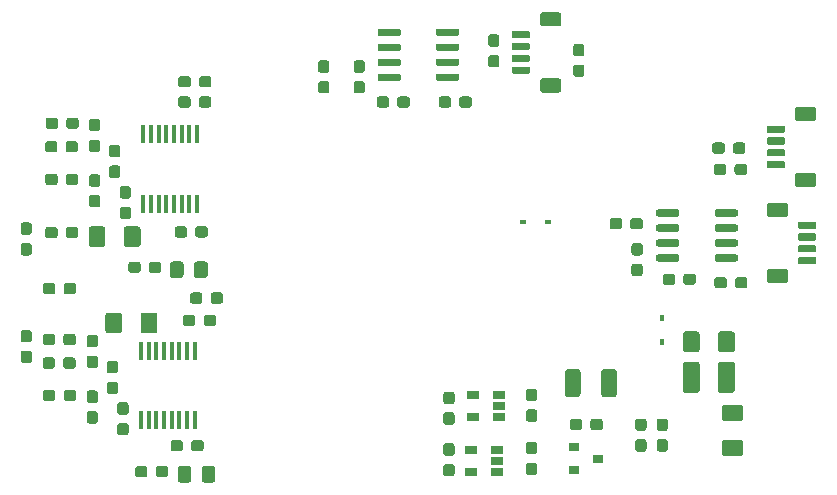
<source format=gtp>
G04 #@! TF.GenerationSoftware,KiCad,Pcbnew,(5.1.5-0)*
G04 #@! TF.CreationDate,2021-11-01T14:26:59-06:00*
G04 #@! TF.ProjectId,2ch-ads,3263682d-6164-4732-9e6b-696361645f70,rev?*
G04 #@! TF.SameCoordinates,Original*
G04 #@! TF.FileFunction,Paste,Top*
G04 #@! TF.FilePolarity,Positive*
%FSLAX46Y46*%
G04 Gerber Fmt 4.6, Leading zero omitted, Abs format (unit mm)*
G04 Created by KiCad (PCBNEW (5.1.5-0)) date 2021-11-01 14:26:59*
%MOMM*%
%LPD*%
G04 APERTURE LIST*
%ADD10C,0.100000*%
%ADD11R,0.450000X1.500000*%
%ADD12R,1.060000X0.650000*%
%ADD13R,0.900000X0.800000*%
%ADD14R,0.450000X0.600000*%
%ADD15R,0.600000X0.450000*%
G04 APERTURE END LIST*
D10*
G36*
X120675779Y-82256144D02*
G01*
X120698834Y-82259563D01*
X120721443Y-82265227D01*
X120743387Y-82273079D01*
X120764457Y-82283044D01*
X120784448Y-82295026D01*
X120803168Y-82308910D01*
X120820438Y-82324562D01*
X120836090Y-82341832D01*
X120849974Y-82360552D01*
X120861956Y-82380543D01*
X120871921Y-82401613D01*
X120879773Y-82423557D01*
X120885437Y-82446166D01*
X120888856Y-82469221D01*
X120890000Y-82492500D01*
X120890000Y-82967500D01*
X120888856Y-82990779D01*
X120885437Y-83013834D01*
X120879773Y-83036443D01*
X120871921Y-83058387D01*
X120861956Y-83079457D01*
X120849974Y-83099448D01*
X120836090Y-83118168D01*
X120820438Y-83135438D01*
X120803168Y-83151090D01*
X120784448Y-83164974D01*
X120764457Y-83176956D01*
X120743387Y-83186921D01*
X120721443Y-83194773D01*
X120698834Y-83200437D01*
X120675779Y-83203856D01*
X120652500Y-83205000D01*
X120077500Y-83205000D01*
X120054221Y-83203856D01*
X120031166Y-83200437D01*
X120008557Y-83194773D01*
X119986613Y-83186921D01*
X119965543Y-83176956D01*
X119945552Y-83164974D01*
X119926832Y-83151090D01*
X119909562Y-83135438D01*
X119893910Y-83118168D01*
X119880026Y-83099448D01*
X119868044Y-83079457D01*
X119858079Y-83058387D01*
X119850227Y-83036443D01*
X119844563Y-83013834D01*
X119841144Y-82990779D01*
X119840000Y-82967500D01*
X119840000Y-82492500D01*
X119841144Y-82469221D01*
X119844563Y-82446166D01*
X119850227Y-82423557D01*
X119858079Y-82401613D01*
X119868044Y-82380543D01*
X119880026Y-82360552D01*
X119893910Y-82341832D01*
X119909562Y-82324562D01*
X119926832Y-82308910D01*
X119945552Y-82295026D01*
X119965543Y-82283044D01*
X119986613Y-82273079D01*
X120008557Y-82265227D01*
X120031166Y-82259563D01*
X120054221Y-82256144D01*
X120077500Y-82255000D01*
X120652500Y-82255000D01*
X120675779Y-82256144D01*
G37*
G36*
X122425779Y-82256144D02*
G01*
X122448834Y-82259563D01*
X122471443Y-82265227D01*
X122493387Y-82273079D01*
X122514457Y-82283044D01*
X122534448Y-82295026D01*
X122553168Y-82308910D01*
X122570438Y-82324562D01*
X122586090Y-82341832D01*
X122599974Y-82360552D01*
X122611956Y-82380543D01*
X122621921Y-82401613D01*
X122629773Y-82423557D01*
X122635437Y-82446166D01*
X122638856Y-82469221D01*
X122640000Y-82492500D01*
X122640000Y-82967500D01*
X122638856Y-82990779D01*
X122635437Y-83013834D01*
X122629773Y-83036443D01*
X122621921Y-83058387D01*
X122611956Y-83079457D01*
X122599974Y-83099448D01*
X122586090Y-83118168D01*
X122570438Y-83135438D01*
X122553168Y-83151090D01*
X122534448Y-83164974D01*
X122514457Y-83176956D01*
X122493387Y-83186921D01*
X122471443Y-83194773D01*
X122448834Y-83200437D01*
X122425779Y-83203856D01*
X122402500Y-83205000D01*
X121827500Y-83205000D01*
X121804221Y-83203856D01*
X121781166Y-83200437D01*
X121758557Y-83194773D01*
X121736613Y-83186921D01*
X121715543Y-83176956D01*
X121695552Y-83164974D01*
X121676832Y-83151090D01*
X121659562Y-83135438D01*
X121643910Y-83118168D01*
X121630026Y-83099448D01*
X121618044Y-83079457D01*
X121608079Y-83058387D01*
X121600227Y-83036443D01*
X121594563Y-83013834D01*
X121591144Y-82990779D01*
X121590000Y-82967500D01*
X121590000Y-82492500D01*
X121591144Y-82469221D01*
X121594563Y-82446166D01*
X121600227Y-82423557D01*
X121608079Y-82401613D01*
X121618044Y-82380543D01*
X121630026Y-82360552D01*
X121643910Y-82341832D01*
X121659562Y-82324562D01*
X121676832Y-82308910D01*
X121695552Y-82295026D01*
X121715543Y-82283044D01*
X121736613Y-82273079D01*
X121758557Y-82265227D01*
X121781166Y-82259563D01*
X121804221Y-82256144D01*
X121827500Y-82255000D01*
X122402500Y-82255000D01*
X122425779Y-82256144D01*
G37*
G36*
X113437004Y-94976204D02*
G01*
X113461273Y-94979804D01*
X113485071Y-94985765D01*
X113508171Y-94994030D01*
X113530349Y-95004520D01*
X113551393Y-95017133D01*
X113571098Y-95031747D01*
X113589277Y-95048223D01*
X113605753Y-95066402D01*
X113620367Y-95086107D01*
X113632980Y-95107151D01*
X113643470Y-95129329D01*
X113651735Y-95152429D01*
X113657696Y-95176227D01*
X113661296Y-95200496D01*
X113662500Y-95225000D01*
X113662500Y-96475000D01*
X113661296Y-96499504D01*
X113657696Y-96523773D01*
X113651735Y-96547571D01*
X113643470Y-96570671D01*
X113632980Y-96592849D01*
X113620367Y-96613893D01*
X113605753Y-96633598D01*
X113589277Y-96651777D01*
X113571098Y-96668253D01*
X113551393Y-96682867D01*
X113530349Y-96695480D01*
X113508171Y-96705970D01*
X113485071Y-96714235D01*
X113461273Y-96720196D01*
X113437004Y-96723796D01*
X113412500Y-96725000D01*
X112487500Y-96725000D01*
X112462996Y-96723796D01*
X112438727Y-96720196D01*
X112414929Y-96714235D01*
X112391829Y-96705970D01*
X112369651Y-96695480D01*
X112348607Y-96682867D01*
X112328902Y-96668253D01*
X112310723Y-96651777D01*
X112294247Y-96633598D01*
X112279633Y-96613893D01*
X112267020Y-96592849D01*
X112256530Y-96570671D01*
X112248265Y-96547571D01*
X112242304Y-96523773D01*
X112238704Y-96499504D01*
X112237500Y-96475000D01*
X112237500Y-95225000D01*
X112238704Y-95200496D01*
X112242304Y-95176227D01*
X112248265Y-95152429D01*
X112256530Y-95129329D01*
X112267020Y-95107151D01*
X112279633Y-95086107D01*
X112294247Y-95066402D01*
X112310723Y-95048223D01*
X112328902Y-95031747D01*
X112348607Y-95017133D01*
X112369651Y-95004520D01*
X112391829Y-94994030D01*
X112414929Y-94985765D01*
X112438727Y-94979804D01*
X112462996Y-94976204D01*
X112487500Y-94975000D01*
X113412500Y-94975000D01*
X113437004Y-94976204D01*
G37*
G36*
X116412004Y-94976204D02*
G01*
X116436273Y-94979804D01*
X116460071Y-94985765D01*
X116483171Y-94994030D01*
X116505349Y-95004520D01*
X116526393Y-95017133D01*
X116546098Y-95031747D01*
X116564277Y-95048223D01*
X116580753Y-95066402D01*
X116595367Y-95086107D01*
X116607980Y-95107151D01*
X116618470Y-95129329D01*
X116626735Y-95152429D01*
X116632696Y-95176227D01*
X116636296Y-95200496D01*
X116637500Y-95225000D01*
X116637500Y-96475000D01*
X116636296Y-96499504D01*
X116632696Y-96523773D01*
X116626735Y-96547571D01*
X116618470Y-96570671D01*
X116607980Y-96592849D01*
X116595367Y-96613893D01*
X116580753Y-96633598D01*
X116564277Y-96651777D01*
X116546098Y-96668253D01*
X116526393Y-96682867D01*
X116505349Y-96695480D01*
X116483171Y-96705970D01*
X116460071Y-96714235D01*
X116436273Y-96720196D01*
X116412004Y-96723796D01*
X116387500Y-96725000D01*
X115462500Y-96725000D01*
X115437996Y-96723796D01*
X115413727Y-96720196D01*
X115389929Y-96714235D01*
X115366829Y-96705970D01*
X115344651Y-96695480D01*
X115323607Y-96682867D01*
X115303902Y-96668253D01*
X115285723Y-96651777D01*
X115269247Y-96633598D01*
X115254633Y-96613893D01*
X115242020Y-96592849D01*
X115231530Y-96570671D01*
X115223265Y-96547571D01*
X115217304Y-96523773D01*
X115213704Y-96499504D01*
X115212500Y-96475000D01*
X115212500Y-95225000D01*
X115213704Y-95200496D01*
X115217304Y-95176227D01*
X115223265Y-95152429D01*
X115231530Y-95129329D01*
X115242020Y-95107151D01*
X115254633Y-95086107D01*
X115269247Y-95066402D01*
X115285723Y-95048223D01*
X115303902Y-95031747D01*
X115323607Y-95017133D01*
X115344651Y-95004520D01*
X115366829Y-94994030D01*
X115389929Y-94985765D01*
X115413727Y-94979804D01*
X115437996Y-94976204D01*
X115462500Y-94975000D01*
X116387500Y-94975000D01*
X116412004Y-94976204D01*
G37*
G36*
X107210779Y-94651144D02*
G01*
X107233834Y-94654563D01*
X107256443Y-94660227D01*
X107278387Y-94668079D01*
X107299457Y-94678044D01*
X107319448Y-94690026D01*
X107338168Y-94703910D01*
X107355438Y-94719562D01*
X107371090Y-94736832D01*
X107384974Y-94755552D01*
X107396956Y-94775543D01*
X107406921Y-94796613D01*
X107414773Y-94818557D01*
X107420437Y-94841166D01*
X107423856Y-94864221D01*
X107425000Y-94887500D01*
X107425000Y-95462500D01*
X107423856Y-95485779D01*
X107420437Y-95508834D01*
X107414773Y-95531443D01*
X107406921Y-95553387D01*
X107396956Y-95574457D01*
X107384974Y-95594448D01*
X107371090Y-95613168D01*
X107355438Y-95630438D01*
X107338168Y-95646090D01*
X107319448Y-95659974D01*
X107299457Y-95671956D01*
X107278387Y-95681921D01*
X107256443Y-95689773D01*
X107233834Y-95695437D01*
X107210779Y-95698856D01*
X107187500Y-95700000D01*
X106712500Y-95700000D01*
X106689221Y-95698856D01*
X106666166Y-95695437D01*
X106643557Y-95689773D01*
X106621613Y-95681921D01*
X106600543Y-95671956D01*
X106580552Y-95659974D01*
X106561832Y-95646090D01*
X106544562Y-95630438D01*
X106528910Y-95613168D01*
X106515026Y-95594448D01*
X106503044Y-95574457D01*
X106493079Y-95553387D01*
X106485227Y-95531443D01*
X106479563Y-95508834D01*
X106476144Y-95485779D01*
X106475000Y-95462500D01*
X106475000Y-94887500D01*
X106476144Y-94864221D01*
X106479563Y-94841166D01*
X106485227Y-94818557D01*
X106493079Y-94796613D01*
X106503044Y-94775543D01*
X106515026Y-94755552D01*
X106528910Y-94736832D01*
X106544562Y-94719562D01*
X106561832Y-94703910D01*
X106580552Y-94690026D01*
X106600543Y-94678044D01*
X106621613Y-94668079D01*
X106643557Y-94660227D01*
X106666166Y-94654563D01*
X106689221Y-94651144D01*
X106712500Y-94650000D01*
X107187500Y-94650000D01*
X107210779Y-94651144D01*
G37*
G36*
X107210779Y-96401144D02*
G01*
X107233834Y-96404563D01*
X107256443Y-96410227D01*
X107278387Y-96418079D01*
X107299457Y-96428044D01*
X107319448Y-96440026D01*
X107338168Y-96453910D01*
X107355438Y-96469562D01*
X107371090Y-96486832D01*
X107384974Y-96505552D01*
X107396956Y-96525543D01*
X107406921Y-96546613D01*
X107414773Y-96568557D01*
X107420437Y-96591166D01*
X107423856Y-96614221D01*
X107425000Y-96637500D01*
X107425000Y-97212500D01*
X107423856Y-97235779D01*
X107420437Y-97258834D01*
X107414773Y-97281443D01*
X107406921Y-97303387D01*
X107396956Y-97324457D01*
X107384974Y-97344448D01*
X107371090Y-97363168D01*
X107355438Y-97380438D01*
X107338168Y-97396090D01*
X107319448Y-97409974D01*
X107299457Y-97421956D01*
X107278387Y-97431921D01*
X107256443Y-97439773D01*
X107233834Y-97445437D01*
X107210779Y-97448856D01*
X107187500Y-97450000D01*
X106712500Y-97450000D01*
X106689221Y-97448856D01*
X106666166Y-97445437D01*
X106643557Y-97439773D01*
X106621613Y-97431921D01*
X106600543Y-97421956D01*
X106580552Y-97409974D01*
X106561832Y-97396090D01*
X106544562Y-97380438D01*
X106528910Y-97363168D01*
X106515026Y-97344448D01*
X106503044Y-97324457D01*
X106493079Y-97303387D01*
X106485227Y-97281443D01*
X106479563Y-97258834D01*
X106476144Y-97235779D01*
X106475000Y-97212500D01*
X106475000Y-96637500D01*
X106476144Y-96614221D01*
X106479563Y-96591166D01*
X106485227Y-96568557D01*
X106493079Y-96546613D01*
X106503044Y-96525543D01*
X106515026Y-96505552D01*
X106528910Y-96486832D01*
X106544562Y-96469562D01*
X106561832Y-96453910D01*
X106580552Y-96440026D01*
X106600543Y-96428044D01*
X106621613Y-96418079D01*
X106643557Y-96410227D01*
X106666166Y-96404563D01*
X106689221Y-96401144D01*
X106712500Y-96400000D01*
X107187500Y-96400000D01*
X107210779Y-96401144D01*
G37*
G36*
X121660779Y-100576144D02*
G01*
X121683834Y-100579563D01*
X121706443Y-100585227D01*
X121728387Y-100593079D01*
X121749457Y-100603044D01*
X121769448Y-100615026D01*
X121788168Y-100628910D01*
X121805438Y-100644562D01*
X121821090Y-100661832D01*
X121834974Y-100680552D01*
X121846956Y-100700543D01*
X121856921Y-100721613D01*
X121864773Y-100743557D01*
X121870437Y-100766166D01*
X121873856Y-100789221D01*
X121875000Y-100812500D01*
X121875000Y-101287500D01*
X121873856Y-101310779D01*
X121870437Y-101333834D01*
X121864773Y-101356443D01*
X121856921Y-101378387D01*
X121846956Y-101399457D01*
X121834974Y-101419448D01*
X121821090Y-101438168D01*
X121805438Y-101455438D01*
X121788168Y-101471090D01*
X121769448Y-101484974D01*
X121749457Y-101496956D01*
X121728387Y-101506921D01*
X121706443Y-101514773D01*
X121683834Y-101520437D01*
X121660779Y-101523856D01*
X121637500Y-101525000D01*
X121062500Y-101525000D01*
X121039221Y-101523856D01*
X121016166Y-101520437D01*
X120993557Y-101514773D01*
X120971613Y-101506921D01*
X120950543Y-101496956D01*
X120930552Y-101484974D01*
X120911832Y-101471090D01*
X120894562Y-101455438D01*
X120878910Y-101438168D01*
X120865026Y-101419448D01*
X120853044Y-101399457D01*
X120843079Y-101378387D01*
X120835227Y-101356443D01*
X120829563Y-101333834D01*
X120826144Y-101310779D01*
X120825000Y-101287500D01*
X120825000Y-100812500D01*
X120826144Y-100789221D01*
X120829563Y-100766166D01*
X120835227Y-100743557D01*
X120843079Y-100721613D01*
X120853044Y-100700543D01*
X120865026Y-100680552D01*
X120878910Y-100661832D01*
X120894562Y-100644562D01*
X120911832Y-100628910D01*
X120930552Y-100615026D01*
X120950543Y-100603044D01*
X120971613Y-100593079D01*
X120993557Y-100585227D01*
X121016166Y-100579563D01*
X121039221Y-100576144D01*
X121062500Y-100575000D01*
X121637500Y-100575000D01*
X121660779Y-100576144D01*
G37*
G36*
X123410779Y-100576144D02*
G01*
X123433834Y-100579563D01*
X123456443Y-100585227D01*
X123478387Y-100593079D01*
X123499457Y-100603044D01*
X123519448Y-100615026D01*
X123538168Y-100628910D01*
X123555438Y-100644562D01*
X123571090Y-100661832D01*
X123584974Y-100680552D01*
X123596956Y-100700543D01*
X123606921Y-100721613D01*
X123614773Y-100743557D01*
X123620437Y-100766166D01*
X123623856Y-100789221D01*
X123625000Y-100812500D01*
X123625000Y-101287500D01*
X123623856Y-101310779D01*
X123620437Y-101333834D01*
X123614773Y-101356443D01*
X123606921Y-101378387D01*
X123596956Y-101399457D01*
X123584974Y-101419448D01*
X123571090Y-101438168D01*
X123555438Y-101455438D01*
X123538168Y-101471090D01*
X123519448Y-101484974D01*
X123499457Y-101496956D01*
X123478387Y-101506921D01*
X123456443Y-101514773D01*
X123433834Y-101520437D01*
X123410779Y-101523856D01*
X123387500Y-101525000D01*
X122812500Y-101525000D01*
X122789221Y-101523856D01*
X122766166Y-101520437D01*
X122743557Y-101514773D01*
X122721613Y-101506921D01*
X122700543Y-101496956D01*
X122680552Y-101484974D01*
X122661832Y-101471090D01*
X122644562Y-101455438D01*
X122628910Y-101438168D01*
X122615026Y-101419448D01*
X122603044Y-101399457D01*
X122593079Y-101378387D01*
X122585227Y-101356443D01*
X122579563Y-101333834D01*
X122576144Y-101310779D01*
X122575000Y-101287500D01*
X122575000Y-100812500D01*
X122576144Y-100789221D01*
X122579563Y-100766166D01*
X122585227Y-100743557D01*
X122593079Y-100721613D01*
X122603044Y-100700543D01*
X122615026Y-100680552D01*
X122628910Y-100661832D01*
X122644562Y-100644562D01*
X122661832Y-100628910D01*
X122680552Y-100615026D01*
X122700543Y-100603044D01*
X122721613Y-100593079D01*
X122743557Y-100585227D01*
X122766166Y-100579563D01*
X122789221Y-100576144D01*
X122812500Y-100575000D01*
X123387500Y-100575000D01*
X123410779Y-100576144D01*
G37*
G36*
X114862004Y-102276204D02*
G01*
X114886273Y-102279804D01*
X114910071Y-102285765D01*
X114933171Y-102294030D01*
X114955349Y-102304520D01*
X114976393Y-102317133D01*
X114996098Y-102331747D01*
X115014277Y-102348223D01*
X115030753Y-102366402D01*
X115045367Y-102386107D01*
X115057980Y-102407151D01*
X115068470Y-102429329D01*
X115076735Y-102452429D01*
X115082696Y-102476227D01*
X115086296Y-102500496D01*
X115087500Y-102525000D01*
X115087500Y-103775000D01*
X115086296Y-103799504D01*
X115082696Y-103823773D01*
X115076735Y-103847571D01*
X115068470Y-103870671D01*
X115057980Y-103892849D01*
X115045367Y-103913893D01*
X115030753Y-103933598D01*
X115014277Y-103951777D01*
X114996098Y-103968253D01*
X114976393Y-103982867D01*
X114955349Y-103995480D01*
X114933171Y-104005970D01*
X114910071Y-104014235D01*
X114886273Y-104020196D01*
X114862004Y-104023796D01*
X114837500Y-104025000D01*
X113912500Y-104025000D01*
X113887996Y-104023796D01*
X113863727Y-104020196D01*
X113839929Y-104014235D01*
X113816829Y-104005970D01*
X113794651Y-103995480D01*
X113773607Y-103982867D01*
X113753902Y-103968253D01*
X113735723Y-103951777D01*
X113719247Y-103933598D01*
X113704633Y-103913893D01*
X113692020Y-103892849D01*
X113681530Y-103870671D01*
X113673265Y-103847571D01*
X113667304Y-103823773D01*
X113663704Y-103799504D01*
X113662500Y-103775000D01*
X113662500Y-102525000D01*
X113663704Y-102500496D01*
X113667304Y-102476227D01*
X113673265Y-102452429D01*
X113681530Y-102429329D01*
X113692020Y-102407151D01*
X113704633Y-102386107D01*
X113719247Y-102366402D01*
X113735723Y-102348223D01*
X113753902Y-102331747D01*
X113773607Y-102317133D01*
X113794651Y-102304520D01*
X113816829Y-102294030D01*
X113839929Y-102285765D01*
X113863727Y-102279804D01*
X113887996Y-102276204D01*
X113912500Y-102275000D01*
X114837500Y-102275000D01*
X114862004Y-102276204D01*
G37*
G36*
X117837004Y-102276204D02*
G01*
X117861273Y-102279804D01*
X117885071Y-102285765D01*
X117908171Y-102294030D01*
X117930349Y-102304520D01*
X117951393Y-102317133D01*
X117971098Y-102331747D01*
X117989277Y-102348223D01*
X118005753Y-102366402D01*
X118020367Y-102386107D01*
X118032980Y-102407151D01*
X118043470Y-102429329D01*
X118051735Y-102452429D01*
X118057696Y-102476227D01*
X118061296Y-102500496D01*
X118062500Y-102525000D01*
X118062500Y-103775000D01*
X118061296Y-103799504D01*
X118057696Y-103823773D01*
X118051735Y-103847571D01*
X118043470Y-103870671D01*
X118032980Y-103892849D01*
X118020367Y-103913893D01*
X118005753Y-103933598D01*
X117989277Y-103951777D01*
X117971098Y-103968253D01*
X117951393Y-103982867D01*
X117930349Y-103995480D01*
X117908171Y-104005970D01*
X117885071Y-104014235D01*
X117861273Y-104020196D01*
X117837004Y-104023796D01*
X117812500Y-104025000D01*
X116887500Y-104025000D01*
X116862996Y-104023796D01*
X116838727Y-104020196D01*
X116814929Y-104014235D01*
X116791829Y-104005970D01*
X116769651Y-103995480D01*
X116748607Y-103982867D01*
X116728902Y-103968253D01*
X116710723Y-103951777D01*
X116694247Y-103933598D01*
X116679633Y-103913893D01*
X116667020Y-103892849D01*
X116656530Y-103870671D01*
X116648265Y-103847571D01*
X116642304Y-103823773D01*
X116638704Y-103799504D01*
X116637500Y-103775000D01*
X116637500Y-102525000D01*
X116638704Y-102500496D01*
X116642304Y-102476227D01*
X116648265Y-102452429D01*
X116656530Y-102429329D01*
X116667020Y-102407151D01*
X116679633Y-102386107D01*
X116694247Y-102366402D01*
X116710723Y-102348223D01*
X116728902Y-102331747D01*
X116748607Y-102317133D01*
X116769651Y-102304520D01*
X116791829Y-102294030D01*
X116814929Y-102285765D01*
X116838727Y-102279804D01*
X116862996Y-102276204D01*
X116887500Y-102275000D01*
X117812500Y-102275000D01*
X117837004Y-102276204D01*
G37*
G36*
X107210779Y-103751144D02*
G01*
X107233834Y-103754563D01*
X107256443Y-103760227D01*
X107278387Y-103768079D01*
X107299457Y-103778044D01*
X107319448Y-103790026D01*
X107338168Y-103803910D01*
X107355438Y-103819562D01*
X107371090Y-103836832D01*
X107384974Y-103855552D01*
X107396956Y-103875543D01*
X107406921Y-103896613D01*
X107414773Y-103918557D01*
X107420437Y-103941166D01*
X107423856Y-103964221D01*
X107425000Y-103987500D01*
X107425000Y-104562500D01*
X107423856Y-104585779D01*
X107420437Y-104608834D01*
X107414773Y-104631443D01*
X107406921Y-104653387D01*
X107396956Y-104674457D01*
X107384974Y-104694448D01*
X107371090Y-104713168D01*
X107355438Y-104730438D01*
X107338168Y-104746090D01*
X107319448Y-104759974D01*
X107299457Y-104771956D01*
X107278387Y-104781921D01*
X107256443Y-104789773D01*
X107233834Y-104795437D01*
X107210779Y-104798856D01*
X107187500Y-104800000D01*
X106712500Y-104800000D01*
X106689221Y-104798856D01*
X106666166Y-104795437D01*
X106643557Y-104789773D01*
X106621613Y-104781921D01*
X106600543Y-104771956D01*
X106580552Y-104759974D01*
X106561832Y-104746090D01*
X106544562Y-104730438D01*
X106528910Y-104713168D01*
X106515026Y-104694448D01*
X106503044Y-104674457D01*
X106493079Y-104653387D01*
X106485227Y-104631443D01*
X106479563Y-104608834D01*
X106476144Y-104585779D01*
X106475000Y-104562500D01*
X106475000Y-103987500D01*
X106476144Y-103964221D01*
X106479563Y-103941166D01*
X106485227Y-103918557D01*
X106493079Y-103896613D01*
X106503044Y-103875543D01*
X106515026Y-103855552D01*
X106528910Y-103836832D01*
X106544562Y-103819562D01*
X106561832Y-103803910D01*
X106580552Y-103790026D01*
X106600543Y-103778044D01*
X106621613Y-103768079D01*
X106643557Y-103760227D01*
X106666166Y-103754563D01*
X106689221Y-103751144D01*
X106712500Y-103750000D01*
X107187500Y-103750000D01*
X107210779Y-103751144D01*
G37*
G36*
X107210779Y-105501144D02*
G01*
X107233834Y-105504563D01*
X107256443Y-105510227D01*
X107278387Y-105518079D01*
X107299457Y-105528044D01*
X107319448Y-105540026D01*
X107338168Y-105553910D01*
X107355438Y-105569562D01*
X107371090Y-105586832D01*
X107384974Y-105605552D01*
X107396956Y-105625543D01*
X107406921Y-105646613D01*
X107414773Y-105668557D01*
X107420437Y-105691166D01*
X107423856Y-105714221D01*
X107425000Y-105737500D01*
X107425000Y-106312500D01*
X107423856Y-106335779D01*
X107420437Y-106358834D01*
X107414773Y-106381443D01*
X107406921Y-106403387D01*
X107396956Y-106424457D01*
X107384974Y-106444448D01*
X107371090Y-106463168D01*
X107355438Y-106480438D01*
X107338168Y-106496090D01*
X107319448Y-106509974D01*
X107299457Y-106521956D01*
X107278387Y-106531921D01*
X107256443Y-106539773D01*
X107233834Y-106545437D01*
X107210779Y-106548856D01*
X107187500Y-106550000D01*
X106712500Y-106550000D01*
X106689221Y-106548856D01*
X106666166Y-106545437D01*
X106643557Y-106539773D01*
X106621613Y-106531921D01*
X106600543Y-106521956D01*
X106580552Y-106509974D01*
X106561832Y-106496090D01*
X106544562Y-106480438D01*
X106528910Y-106463168D01*
X106515026Y-106444448D01*
X106503044Y-106424457D01*
X106493079Y-106403387D01*
X106485227Y-106381443D01*
X106479563Y-106358834D01*
X106476144Y-106335779D01*
X106475000Y-106312500D01*
X106475000Y-105737500D01*
X106476144Y-105714221D01*
X106479563Y-105691166D01*
X106485227Y-105668557D01*
X106493079Y-105646613D01*
X106503044Y-105625543D01*
X106515026Y-105605552D01*
X106528910Y-105586832D01*
X106544562Y-105569562D01*
X106561832Y-105553910D01*
X106580552Y-105540026D01*
X106600543Y-105528044D01*
X106621613Y-105518079D01*
X106643557Y-105510227D01*
X106666166Y-105504563D01*
X106689221Y-105501144D01*
X106712500Y-105500000D01*
X107187500Y-105500000D01*
X107210779Y-105501144D01*
G37*
G36*
X120660779Y-83976144D02*
G01*
X120683834Y-83979563D01*
X120706443Y-83985227D01*
X120728387Y-83993079D01*
X120749457Y-84003044D01*
X120769448Y-84015026D01*
X120788168Y-84028910D01*
X120805438Y-84044562D01*
X120821090Y-84061832D01*
X120834974Y-84080552D01*
X120846956Y-84100543D01*
X120856921Y-84121613D01*
X120864773Y-84143557D01*
X120870437Y-84166166D01*
X120873856Y-84189221D01*
X120875000Y-84212500D01*
X120875000Y-84687500D01*
X120873856Y-84710779D01*
X120870437Y-84733834D01*
X120864773Y-84756443D01*
X120856921Y-84778387D01*
X120846956Y-84799457D01*
X120834974Y-84819448D01*
X120821090Y-84838168D01*
X120805438Y-84855438D01*
X120788168Y-84871090D01*
X120769448Y-84884974D01*
X120749457Y-84896956D01*
X120728387Y-84906921D01*
X120706443Y-84914773D01*
X120683834Y-84920437D01*
X120660779Y-84923856D01*
X120637500Y-84925000D01*
X120062500Y-84925000D01*
X120039221Y-84923856D01*
X120016166Y-84920437D01*
X119993557Y-84914773D01*
X119971613Y-84906921D01*
X119950543Y-84896956D01*
X119930552Y-84884974D01*
X119911832Y-84871090D01*
X119894562Y-84855438D01*
X119878910Y-84838168D01*
X119865026Y-84819448D01*
X119853044Y-84799457D01*
X119843079Y-84778387D01*
X119835227Y-84756443D01*
X119829563Y-84733834D01*
X119826144Y-84710779D01*
X119825000Y-84687500D01*
X119825000Y-84212500D01*
X119826144Y-84189221D01*
X119829563Y-84166166D01*
X119835227Y-84143557D01*
X119843079Y-84121613D01*
X119853044Y-84100543D01*
X119865026Y-84080552D01*
X119878910Y-84061832D01*
X119894562Y-84044562D01*
X119911832Y-84028910D01*
X119930552Y-84015026D01*
X119950543Y-84003044D01*
X119971613Y-83993079D01*
X119993557Y-83985227D01*
X120016166Y-83979563D01*
X120039221Y-83976144D01*
X120062500Y-83975000D01*
X120637500Y-83975000D01*
X120660779Y-83976144D01*
G37*
G36*
X122410779Y-83976144D02*
G01*
X122433834Y-83979563D01*
X122456443Y-83985227D01*
X122478387Y-83993079D01*
X122499457Y-84003044D01*
X122519448Y-84015026D01*
X122538168Y-84028910D01*
X122555438Y-84044562D01*
X122571090Y-84061832D01*
X122584974Y-84080552D01*
X122596956Y-84100543D01*
X122606921Y-84121613D01*
X122614773Y-84143557D01*
X122620437Y-84166166D01*
X122623856Y-84189221D01*
X122625000Y-84212500D01*
X122625000Y-84687500D01*
X122623856Y-84710779D01*
X122620437Y-84733834D01*
X122614773Y-84756443D01*
X122606921Y-84778387D01*
X122596956Y-84799457D01*
X122584974Y-84819448D01*
X122571090Y-84838168D01*
X122555438Y-84855438D01*
X122538168Y-84871090D01*
X122519448Y-84884974D01*
X122499457Y-84896956D01*
X122478387Y-84906921D01*
X122456443Y-84914773D01*
X122433834Y-84920437D01*
X122410779Y-84923856D01*
X122387500Y-84925000D01*
X121812500Y-84925000D01*
X121789221Y-84923856D01*
X121766166Y-84920437D01*
X121743557Y-84914773D01*
X121721613Y-84906921D01*
X121700543Y-84896956D01*
X121680552Y-84884974D01*
X121661832Y-84871090D01*
X121644562Y-84855438D01*
X121628910Y-84838168D01*
X121615026Y-84819448D01*
X121603044Y-84799457D01*
X121593079Y-84778387D01*
X121585227Y-84756443D01*
X121579563Y-84733834D01*
X121576144Y-84710779D01*
X121575000Y-84687500D01*
X121575000Y-84212500D01*
X121576144Y-84189221D01*
X121579563Y-84166166D01*
X121585227Y-84143557D01*
X121593079Y-84121613D01*
X121603044Y-84100543D01*
X121615026Y-84080552D01*
X121628910Y-84061832D01*
X121644562Y-84044562D01*
X121661832Y-84028910D01*
X121680552Y-84015026D01*
X121700543Y-84003044D01*
X121721613Y-83993079D01*
X121743557Y-83985227D01*
X121766166Y-83979563D01*
X121789221Y-83976144D01*
X121812500Y-83975000D01*
X122387500Y-83975000D01*
X122410779Y-83976144D01*
G37*
G36*
X121060779Y-102476144D02*
G01*
X121083834Y-102479563D01*
X121106443Y-102485227D01*
X121128387Y-102493079D01*
X121149457Y-102503044D01*
X121169448Y-102515026D01*
X121188168Y-102528910D01*
X121205438Y-102544562D01*
X121221090Y-102561832D01*
X121234974Y-102580552D01*
X121246956Y-102600543D01*
X121256921Y-102621613D01*
X121264773Y-102643557D01*
X121270437Y-102666166D01*
X121273856Y-102689221D01*
X121275000Y-102712500D01*
X121275000Y-103187500D01*
X121273856Y-103210779D01*
X121270437Y-103233834D01*
X121264773Y-103256443D01*
X121256921Y-103278387D01*
X121246956Y-103299457D01*
X121234974Y-103319448D01*
X121221090Y-103338168D01*
X121205438Y-103355438D01*
X121188168Y-103371090D01*
X121169448Y-103384974D01*
X121149457Y-103396956D01*
X121128387Y-103406921D01*
X121106443Y-103414773D01*
X121083834Y-103420437D01*
X121060779Y-103423856D01*
X121037500Y-103425000D01*
X120462500Y-103425000D01*
X120439221Y-103423856D01*
X120416166Y-103420437D01*
X120393557Y-103414773D01*
X120371613Y-103406921D01*
X120350543Y-103396956D01*
X120330552Y-103384974D01*
X120311832Y-103371090D01*
X120294562Y-103355438D01*
X120278910Y-103338168D01*
X120265026Y-103319448D01*
X120253044Y-103299457D01*
X120243079Y-103278387D01*
X120235227Y-103256443D01*
X120229563Y-103233834D01*
X120226144Y-103210779D01*
X120225000Y-103187500D01*
X120225000Y-102712500D01*
X120226144Y-102689221D01*
X120229563Y-102666166D01*
X120235227Y-102643557D01*
X120243079Y-102621613D01*
X120253044Y-102600543D01*
X120265026Y-102580552D01*
X120278910Y-102561832D01*
X120294562Y-102544562D01*
X120311832Y-102528910D01*
X120330552Y-102515026D01*
X120350543Y-102503044D01*
X120371613Y-102493079D01*
X120393557Y-102485227D01*
X120416166Y-102479563D01*
X120439221Y-102476144D01*
X120462500Y-102475000D01*
X121037500Y-102475000D01*
X121060779Y-102476144D01*
G37*
G36*
X122810779Y-102476144D02*
G01*
X122833834Y-102479563D01*
X122856443Y-102485227D01*
X122878387Y-102493079D01*
X122899457Y-102503044D01*
X122919448Y-102515026D01*
X122938168Y-102528910D01*
X122955438Y-102544562D01*
X122971090Y-102561832D01*
X122984974Y-102580552D01*
X122996956Y-102600543D01*
X123006921Y-102621613D01*
X123014773Y-102643557D01*
X123020437Y-102666166D01*
X123023856Y-102689221D01*
X123025000Y-102712500D01*
X123025000Y-103187500D01*
X123023856Y-103210779D01*
X123020437Y-103233834D01*
X123014773Y-103256443D01*
X123006921Y-103278387D01*
X122996956Y-103299457D01*
X122984974Y-103319448D01*
X122971090Y-103338168D01*
X122955438Y-103355438D01*
X122938168Y-103371090D01*
X122919448Y-103384974D01*
X122899457Y-103396956D01*
X122878387Y-103406921D01*
X122856443Y-103414773D01*
X122833834Y-103420437D01*
X122810779Y-103423856D01*
X122787500Y-103425000D01*
X122212500Y-103425000D01*
X122189221Y-103423856D01*
X122166166Y-103420437D01*
X122143557Y-103414773D01*
X122121613Y-103406921D01*
X122100543Y-103396956D01*
X122080552Y-103384974D01*
X122061832Y-103371090D01*
X122044562Y-103355438D01*
X122028910Y-103338168D01*
X122015026Y-103319448D01*
X122003044Y-103299457D01*
X121993079Y-103278387D01*
X121985227Y-103256443D01*
X121979563Y-103233834D01*
X121976144Y-103210779D01*
X121975000Y-103187500D01*
X121975000Y-102712500D01*
X121976144Y-102689221D01*
X121979563Y-102666166D01*
X121985227Y-102643557D01*
X121993079Y-102621613D01*
X122003044Y-102600543D01*
X122015026Y-102580552D01*
X122028910Y-102561832D01*
X122044562Y-102544562D01*
X122061832Y-102528910D01*
X122080552Y-102515026D01*
X122100543Y-102503044D01*
X122121613Y-102493079D01*
X122143557Y-102485227D01*
X122166166Y-102479563D01*
X122189221Y-102476144D01*
X122212500Y-102475000D01*
X122787500Y-102475000D01*
X122810779Y-102476144D01*
G37*
G36*
X109210779Y-99776144D02*
G01*
X109233834Y-99779563D01*
X109256443Y-99785227D01*
X109278387Y-99793079D01*
X109299457Y-99803044D01*
X109319448Y-99815026D01*
X109338168Y-99828910D01*
X109355438Y-99844562D01*
X109371090Y-99861832D01*
X109384974Y-99880552D01*
X109396956Y-99900543D01*
X109406921Y-99921613D01*
X109414773Y-99943557D01*
X109420437Y-99966166D01*
X109423856Y-99989221D01*
X109425000Y-100012500D01*
X109425000Y-100487500D01*
X109423856Y-100510779D01*
X109420437Y-100533834D01*
X109414773Y-100556443D01*
X109406921Y-100578387D01*
X109396956Y-100599457D01*
X109384974Y-100619448D01*
X109371090Y-100638168D01*
X109355438Y-100655438D01*
X109338168Y-100671090D01*
X109319448Y-100684974D01*
X109299457Y-100696956D01*
X109278387Y-100706921D01*
X109256443Y-100714773D01*
X109233834Y-100720437D01*
X109210779Y-100723856D01*
X109187500Y-100725000D01*
X108612500Y-100725000D01*
X108589221Y-100723856D01*
X108566166Y-100720437D01*
X108543557Y-100714773D01*
X108521613Y-100706921D01*
X108500543Y-100696956D01*
X108480552Y-100684974D01*
X108461832Y-100671090D01*
X108444562Y-100655438D01*
X108428910Y-100638168D01*
X108415026Y-100619448D01*
X108403044Y-100599457D01*
X108393079Y-100578387D01*
X108385227Y-100556443D01*
X108379563Y-100533834D01*
X108376144Y-100510779D01*
X108375000Y-100487500D01*
X108375000Y-100012500D01*
X108376144Y-99989221D01*
X108379563Y-99966166D01*
X108385227Y-99943557D01*
X108393079Y-99921613D01*
X108403044Y-99900543D01*
X108415026Y-99880552D01*
X108428910Y-99861832D01*
X108444562Y-99844562D01*
X108461832Y-99828910D01*
X108480552Y-99815026D01*
X108500543Y-99803044D01*
X108521613Y-99793079D01*
X108543557Y-99785227D01*
X108566166Y-99779563D01*
X108589221Y-99776144D01*
X108612500Y-99775000D01*
X109187500Y-99775000D01*
X109210779Y-99776144D01*
G37*
G36*
X110960779Y-99776144D02*
G01*
X110983834Y-99779563D01*
X111006443Y-99785227D01*
X111028387Y-99793079D01*
X111049457Y-99803044D01*
X111069448Y-99815026D01*
X111088168Y-99828910D01*
X111105438Y-99844562D01*
X111121090Y-99861832D01*
X111134974Y-99880552D01*
X111146956Y-99900543D01*
X111156921Y-99921613D01*
X111164773Y-99943557D01*
X111170437Y-99966166D01*
X111173856Y-99989221D01*
X111175000Y-100012500D01*
X111175000Y-100487500D01*
X111173856Y-100510779D01*
X111170437Y-100533834D01*
X111164773Y-100556443D01*
X111156921Y-100578387D01*
X111146956Y-100599457D01*
X111134974Y-100619448D01*
X111121090Y-100638168D01*
X111105438Y-100655438D01*
X111088168Y-100671090D01*
X111069448Y-100684974D01*
X111049457Y-100696956D01*
X111028387Y-100706921D01*
X111006443Y-100714773D01*
X110983834Y-100720437D01*
X110960779Y-100723856D01*
X110937500Y-100725000D01*
X110362500Y-100725000D01*
X110339221Y-100723856D01*
X110316166Y-100720437D01*
X110293557Y-100714773D01*
X110271613Y-100706921D01*
X110250543Y-100696956D01*
X110230552Y-100684974D01*
X110211832Y-100671090D01*
X110194562Y-100655438D01*
X110178910Y-100638168D01*
X110165026Y-100619448D01*
X110153044Y-100599457D01*
X110143079Y-100578387D01*
X110135227Y-100556443D01*
X110129563Y-100533834D01*
X110126144Y-100510779D01*
X110125000Y-100487500D01*
X110125000Y-100012500D01*
X110126144Y-99989221D01*
X110129563Y-99966166D01*
X110135227Y-99943557D01*
X110143079Y-99921613D01*
X110153044Y-99900543D01*
X110165026Y-99880552D01*
X110178910Y-99861832D01*
X110194562Y-99844562D01*
X110211832Y-99828910D01*
X110230552Y-99815026D01*
X110250543Y-99803044D01*
X110271613Y-99793079D01*
X110293557Y-99785227D01*
X110316166Y-99779563D01*
X110339221Y-99776144D01*
X110362500Y-99775000D01*
X110937500Y-99775000D01*
X110960779Y-99776144D01*
G37*
G36*
X138514703Y-82055722D02*
G01*
X138529264Y-82057882D01*
X138543543Y-82061459D01*
X138557403Y-82066418D01*
X138570710Y-82072712D01*
X138583336Y-82080280D01*
X138595159Y-82089048D01*
X138606066Y-82098934D01*
X138615952Y-82109841D01*
X138624720Y-82121664D01*
X138632288Y-82134290D01*
X138638582Y-82147597D01*
X138643541Y-82161457D01*
X138647118Y-82175736D01*
X138649278Y-82190297D01*
X138650000Y-82205000D01*
X138650000Y-82505000D01*
X138649278Y-82519703D01*
X138647118Y-82534264D01*
X138643541Y-82548543D01*
X138638582Y-82562403D01*
X138632288Y-82575710D01*
X138624720Y-82588336D01*
X138615952Y-82600159D01*
X138606066Y-82611066D01*
X138595159Y-82620952D01*
X138583336Y-82629720D01*
X138570710Y-82637288D01*
X138557403Y-82643582D01*
X138543543Y-82648541D01*
X138529264Y-82652118D01*
X138514703Y-82654278D01*
X138500000Y-82655000D01*
X136850000Y-82655000D01*
X136835297Y-82654278D01*
X136820736Y-82652118D01*
X136806457Y-82648541D01*
X136792597Y-82643582D01*
X136779290Y-82637288D01*
X136766664Y-82629720D01*
X136754841Y-82620952D01*
X136743934Y-82611066D01*
X136734048Y-82600159D01*
X136725280Y-82588336D01*
X136717712Y-82575710D01*
X136711418Y-82562403D01*
X136706459Y-82548543D01*
X136702882Y-82534264D01*
X136700722Y-82519703D01*
X136700000Y-82505000D01*
X136700000Y-82205000D01*
X136700722Y-82190297D01*
X136702882Y-82175736D01*
X136706459Y-82161457D01*
X136711418Y-82147597D01*
X136717712Y-82134290D01*
X136725280Y-82121664D01*
X136734048Y-82109841D01*
X136743934Y-82098934D01*
X136754841Y-82089048D01*
X136766664Y-82080280D01*
X136779290Y-82072712D01*
X136792597Y-82066418D01*
X136806457Y-82061459D01*
X136820736Y-82057882D01*
X136835297Y-82055722D01*
X136850000Y-82055000D01*
X138500000Y-82055000D01*
X138514703Y-82055722D01*
G37*
G36*
X138514703Y-80785722D02*
G01*
X138529264Y-80787882D01*
X138543543Y-80791459D01*
X138557403Y-80796418D01*
X138570710Y-80802712D01*
X138583336Y-80810280D01*
X138595159Y-80819048D01*
X138606066Y-80828934D01*
X138615952Y-80839841D01*
X138624720Y-80851664D01*
X138632288Y-80864290D01*
X138638582Y-80877597D01*
X138643541Y-80891457D01*
X138647118Y-80905736D01*
X138649278Y-80920297D01*
X138650000Y-80935000D01*
X138650000Y-81235000D01*
X138649278Y-81249703D01*
X138647118Y-81264264D01*
X138643541Y-81278543D01*
X138638582Y-81292403D01*
X138632288Y-81305710D01*
X138624720Y-81318336D01*
X138615952Y-81330159D01*
X138606066Y-81341066D01*
X138595159Y-81350952D01*
X138583336Y-81359720D01*
X138570710Y-81367288D01*
X138557403Y-81373582D01*
X138543543Y-81378541D01*
X138529264Y-81382118D01*
X138514703Y-81384278D01*
X138500000Y-81385000D01*
X136850000Y-81385000D01*
X136835297Y-81384278D01*
X136820736Y-81382118D01*
X136806457Y-81378541D01*
X136792597Y-81373582D01*
X136779290Y-81367288D01*
X136766664Y-81359720D01*
X136754841Y-81350952D01*
X136743934Y-81341066D01*
X136734048Y-81330159D01*
X136725280Y-81318336D01*
X136717712Y-81305710D01*
X136711418Y-81292403D01*
X136706459Y-81278543D01*
X136702882Y-81264264D01*
X136700722Y-81249703D01*
X136700000Y-81235000D01*
X136700000Y-80935000D01*
X136700722Y-80920297D01*
X136702882Y-80905736D01*
X136706459Y-80891457D01*
X136711418Y-80877597D01*
X136717712Y-80864290D01*
X136725280Y-80851664D01*
X136734048Y-80839841D01*
X136743934Y-80828934D01*
X136754841Y-80819048D01*
X136766664Y-80810280D01*
X136779290Y-80802712D01*
X136792597Y-80796418D01*
X136806457Y-80791459D01*
X136820736Y-80787882D01*
X136835297Y-80785722D01*
X136850000Y-80785000D01*
X138500000Y-80785000D01*
X138514703Y-80785722D01*
G37*
G36*
X138514703Y-79515722D02*
G01*
X138529264Y-79517882D01*
X138543543Y-79521459D01*
X138557403Y-79526418D01*
X138570710Y-79532712D01*
X138583336Y-79540280D01*
X138595159Y-79549048D01*
X138606066Y-79558934D01*
X138615952Y-79569841D01*
X138624720Y-79581664D01*
X138632288Y-79594290D01*
X138638582Y-79607597D01*
X138643541Y-79621457D01*
X138647118Y-79635736D01*
X138649278Y-79650297D01*
X138650000Y-79665000D01*
X138650000Y-79965000D01*
X138649278Y-79979703D01*
X138647118Y-79994264D01*
X138643541Y-80008543D01*
X138638582Y-80022403D01*
X138632288Y-80035710D01*
X138624720Y-80048336D01*
X138615952Y-80060159D01*
X138606066Y-80071066D01*
X138595159Y-80080952D01*
X138583336Y-80089720D01*
X138570710Y-80097288D01*
X138557403Y-80103582D01*
X138543543Y-80108541D01*
X138529264Y-80112118D01*
X138514703Y-80114278D01*
X138500000Y-80115000D01*
X136850000Y-80115000D01*
X136835297Y-80114278D01*
X136820736Y-80112118D01*
X136806457Y-80108541D01*
X136792597Y-80103582D01*
X136779290Y-80097288D01*
X136766664Y-80089720D01*
X136754841Y-80080952D01*
X136743934Y-80071066D01*
X136734048Y-80060159D01*
X136725280Y-80048336D01*
X136717712Y-80035710D01*
X136711418Y-80022403D01*
X136706459Y-80008543D01*
X136702882Y-79994264D01*
X136700722Y-79979703D01*
X136700000Y-79965000D01*
X136700000Y-79665000D01*
X136700722Y-79650297D01*
X136702882Y-79635736D01*
X136706459Y-79621457D01*
X136711418Y-79607597D01*
X136717712Y-79594290D01*
X136725280Y-79581664D01*
X136734048Y-79569841D01*
X136743934Y-79558934D01*
X136754841Y-79549048D01*
X136766664Y-79540280D01*
X136779290Y-79532712D01*
X136792597Y-79526418D01*
X136806457Y-79521459D01*
X136820736Y-79517882D01*
X136835297Y-79515722D01*
X136850000Y-79515000D01*
X138500000Y-79515000D01*
X138514703Y-79515722D01*
G37*
G36*
X138514703Y-78245722D02*
G01*
X138529264Y-78247882D01*
X138543543Y-78251459D01*
X138557403Y-78256418D01*
X138570710Y-78262712D01*
X138583336Y-78270280D01*
X138595159Y-78279048D01*
X138606066Y-78288934D01*
X138615952Y-78299841D01*
X138624720Y-78311664D01*
X138632288Y-78324290D01*
X138638582Y-78337597D01*
X138643541Y-78351457D01*
X138647118Y-78365736D01*
X138649278Y-78380297D01*
X138650000Y-78395000D01*
X138650000Y-78695000D01*
X138649278Y-78709703D01*
X138647118Y-78724264D01*
X138643541Y-78738543D01*
X138638582Y-78752403D01*
X138632288Y-78765710D01*
X138624720Y-78778336D01*
X138615952Y-78790159D01*
X138606066Y-78801066D01*
X138595159Y-78810952D01*
X138583336Y-78819720D01*
X138570710Y-78827288D01*
X138557403Y-78833582D01*
X138543543Y-78838541D01*
X138529264Y-78842118D01*
X138514703Y-78844278D01*
X138500000Y-78845000D01*
X136850000Y-78845000D01*
X136835297Y-78844278D01*
X136820736Y-78842118D01*
X136806457Y-78838541D01*
X136792597Y-78833582D01*
X136779290Y-78827288D01*
X136766664Y-78819720D01*
X136754841Y-78810952D01*
X136743934Y-78801066D01*
X136734048Y-78790159D01*
X136725280Y-78778336D01*
X136717712Y-78765710D01*
X136711418Y-78752403D01*
X136706459Y-78738543D01*
X136702882Y-78724264D01*
X136700722Y-78709703D01*
X136700000Y-78695000D01*
X136700000Y-78395000D01*
X136700722Y-78380297D01*
X136702882Y-78365736D01*
X136706459Y-78351457D01*
X136711418Y-78337597D01*
X136717712Y-78324290D01*
X136725280Y-78311664D01*
X136734048Y-78299841D01*
X136743934Y-78288934D01*
X136754841Y-78279048D01*
X136766664Y-78270280D01*
X136779290Y-78262712D01*
X136792597Y-78256418D01*
X136806457Y-78251459D01*
X136820736Y-78247882D01*
X136835297Y-78245722D01*
X136850000Y-78245000D01*
X138500000Y-78245000D01*
X138514703Y-78245722D01*
G37*
G36*
X143464703Y-78245722D02*
G01*
X143479264Y-78247882D01*
X143493543Y-78251459D01*
X143507403Y-78256418D01*
X143520710Y-78262712D01*
X143533336Y-78270280D01*
X143545159Y-78279048D01*
X143556066Y-78288934D01*
X143565952Y-78299841D01*
X143574720Y-78311664D01*
X143582288Y-78324290D01*
X143588582Y-78337597D01*
X143593541Y-78351457D01*
X143597118Y-78365736D01*
X143599278Y-78380297D01*
X143600000Y-78395000D01*
X143600000Y-78695000D01*
X143599278Y-78709703D01*
X143597118Y-78724264D01*
X143593541Y-78738543D01*
X143588582Y-78752403D01*
X143582288Y-78765710D01*
X143574720Y-78778336D01*
X143565952Y-78790159D01*
X143556066Y-78801066D01*
X143545159Y-78810952D01*
X143533336Y-78819720D01*
X143520710Y-78827288D01*
X143507403Y-78833582D01*
X143493543Y-78838541D01*
X143479264Y-78842118D01*
X143464703Y-78844278D01*
X143450000Y-78845000D01*
X141800000Y-78845000D01*
X141785297Y-78844278D01*
X141770736Y-78842118D01*
X141756457Y-78838541D01*
X141742597Y-78833582D01*
X141729290Y-78827288D01*
X141716664Y-78819720D01*
X141704841Y-78810952D01*
X141693934Y-78801066D01*
X141684048Y-78790159D01*
X141675280Y-78778336D01*
X141667712Y-78765710D01*
X141661418Y-78752403D01*
X141656459Y-78738543D01*
X141652882Y-78724264D01*
X141650722Y-78709703D01*
X141650000Y-78695000D01*
X141650000Y-78395000D01*
X141650722Y-78380297D01*
X141652882Y-78365736D01*
X141656459Y-78351457D01*
X141661418Y-78337597D01*
X141667712Y-78324290D01*
X141675280Y-78311664D01*
X141684048Y-78299841D01*
X141693934Y-78288934D01*
X141704841Y-78279048D01*
X141716664Y-78270280D01*
X141729290Y-78262712D01*
X141742597Y-78256418D01*
X141756457Y-78251459D01*
X141770736Y-78247882D01*
X141785297Y-78245722D01*
X141800000Y-78245000D01*
X143450000Y-78245000D01*
X143464703Y-78245722D01*
G37*
G36*
X143464703Y-79515722D02*
G01*
X143479264Y-79517882D01*
X143493543Y-79521459D01*
X143507403Y-79526418D01*
X143520710Y-79532712D01*
X143533336Y-79540280D01*
X143545159Y-79549048D01*
X143556066Y-79558934D01*
X143565952Y-79569841D01*
X143574720Y-79581664D01*
X143582288Y-79594290D01*
X143588582Y-79607597D01*
X143593541Y-79621457D01*
X143597118Y-79635736D01*
X143599278Y-79650297D01*
X143600000Y-79665000D01*
X143600000Y-79965000D01*
X143599278Y-79979703D01*
X143597118Y-79994264D01*
X143593541Y-80008543D01*
X143588582Y-80022403D01*
X143582288Y-80035710D01*
X143574720Y-80048336D01*
X143565952Y-80060159D01*
X143556066Y-80071066D01*
X143545159Y-80080952D01*
X143533336Y-80089720D01*
X143520710Y-80097288D01*
X143507403Y-80103582D01*
X143493543Y-80108541D01*
X143479264Y-80112118D01*
X143464703Y-80114278D01*
X143450000Y-80115000D01*
X141800000Y-80115000D01*
X141785297Y-80114278D01*
X141770736Y-80112118D01*
X141756457Y-80108541D01*
X141742597Y-80103582D01*
X141729290Y-80097288D01*
X141716664Y-80089720D01*
X141704841Y-80080952D01*
X141693934Y-80071066D01*
X141684048Y-80060159D01*
X141675280Y-80048336D01*
X141667712Y-80035710D01*
X141661418Y-80022403D01*
X141656459Y-80008543D01*
X141652882Y-79994264D01*
X141650722Y-79979703D01*
X141650000Y-79965000D01*
X141650000Y-79665000D01*
X141650722Y-79650297D01*
X141652882Y-79635736D01*
X141656459Y-79621457D01*
X141661418Y-79607597D01*
X141667712Y-79594290D01*
X141675280Y-79581664D01*
X141684048Y-79569841D01*
X141693934Y-79558934D01*
X141704841Y-79549048D01*
X141716664Y-79540280D01*
X141729290Y-79532712D01*
X141742597Y-79526418D01*
X141756457Y-79521459D01*
X141770736Y-79517882D01*
X141785297Y-79515722D01*
X141800000Y-79515000D01*
X143450000Y-79515000D01*
X143464703Y-79515722D01*
G37*
G36*
X143464703Y-80785722D02*
G01*
X143479264Y-80787882D01*
X143493543Y-80791459D01*
X143507403Y-80796418D01*
X143520710Y-80802712D01*
X143533336Y-80810280D01*
X143545159Y-80819048D01*
X143556066Y-80828934D01*
X143565952Y-80839841D01*
X143574720Y-80851664D01*
X143582288Y-80864290D01*
X143588582Y-80877597D01*
X143593541Y-80891457D01*
X143597118Y-80905736D01*
X143599278Y-80920297D01*
X143600000Y-80935000D01*
X143600000Y-81235000D01*
X143599278Y-81249703D01*
X143597118Y-81264264D01*
X143593541Y-81278543D01*
X143588582Y-81292403D01*
X143582288Y-81305710D01*
X143574720Y-81318336D01*
X143565952Y-81330159D01*
X143556066Y-81341066D01*
X143545159Y-81350952D01*
X143533336Y-81359720D01*
X143520710Y-81367288D01*
X143507403Y-81373582D01*
X143493543Y-81378541D01*
X143479264Y-81382118D01*
X143464703Y-81384278D01*
X143450000Y-81385000D01*
X141800000Y-81385000D01*
X141785297Y-81384278D01*
X141770736Y-81382118D01*
X141756457Y-81378541D01*
X141742597Y-81373582D01*
X141729290Y-81367288D01*
X141716664Y-81359720D01*
X141704841Y-81350952D01*
X141693934Y-81341066D01*
X141684048Y-81330159D01*
X141675280Y-81318336D01*
X141667712Y-81305710D01*
X141661418Y-81292403D01*
X141656459Y-81278543D01*
X141652882Y-81264264D01*
X141650722Y-81249703D01*
X141650000Y-81235000D01*
X141650000Y-80935000D01*
X141650722Y-80920297D01*
X141652882Y-80905736D01*
X141656459Y-80891457D01*
X141661418Y-80877597D01*
X141667712Y-80864290D01*
X141675280Y-80851664D01*
X141684048Y-80839841D01*
X141693934Y-80828934D01*
X141704841Y-80819048D01*
X141716664Y-80810280D01*
X141729290Y-80802712D01*
X141742597Y-80796418D01*
X141756457Y-80791459D01*
X141770736Y-80787882D01*
X141785297Y-80785722D01*
X141800000Y-80785000D01*
X143450000Y-80785000D01*
X143464703Y-80785722D01*
G37*
G36*
X143464703Y-82055722D02*
G01*
X143479264Y-82057882D01*
X143493543Y-82061459D01*
X143507403Y-82066418D01*
X143520710Y-82072712D01*
X143533336Y-82080280D01*
X143545159Y-82089048D01*
X143556066Y-82098934D01*
X143565952Y-82109841D01*
X143574720Y-82121664D01*
X143582288Y-82134290D01*
X143588582Y-82147597D01*
X143593541Y-82161457D01*
X143597118Y-82175736D01*
X143599278Y-82190297D01*
X143600000Y-82205000D01*
X143600000Y-82505000D01*
X143599278Y-82519703D01*
X143597118Y-82534264D01*
X143593541Y-82548543D01*
X143588582Y-82562403D01*
X143582288Y-82575710D01*
X143574720Y-82588336D01*
X143565952Y-82600159D01*
X143556066Y-82611066D01*
X143545159Y-82620952D01*
X143533336Y-82629720D01*
X143520710Y-82637288D01*
X143507403Y-82643582D01*
X143493543Y-82648541D01*
X143479264Y-82652118D01*
X143464703Y-82654278D01*
X143450000Y-82655000D01*
X141800000Y-82655000D01*
X141785297Y-82654278D01*
X141770736Y-82652118D01*
X141756457Y-82648541D01*
X141742597Y-82643582D01*
X141729290Y-82637288D01*
X141716664Y-82629720D01*
X141704841Y-82620952D01*
X141693934Y-82611066D01*
X141684048Y-82600159D01*
X141675280Y-82588336D01*
X141667712Y-82575710D01*
X141661418Y-82562403D01*
X141656459Y-82548543D01*
X141652882Y-82534264D01*
X141650722Y-82519703D01*
X141650000Y-82505000D01*
X141650000Y-82205000D01*
X141650722Y-82190297D01*
X141652882Y-82175736D01*
X141656459Y-82161457D01*
X141661418Y-82147597D01*
X141667712Y-82134290D01*
X141675280Y-82121664D01*
X141684048Y-82109841D01*
X141693934Y-82098934D01*
X141704841Y-82089048D01*
X141716664Y-82080280D01*
X141729290Y-82072712D01*
X141742597Y-82066418D01*
X141756457Y-82061459D01*
X141770736Y-82057882D01*
X141785297Y-82055722D01*
X141800000Y-82055000D01*
X143450000Y-82055000D01*
X143464703Y-82055722D01*
G37*
G36*
X135410779Y-80926144D02*
G01*
X135433834Y-80929563D01*
X135456443Y-80935227D01*
X135478387Y-80943079D01*
X135499457Y-80953044D01*
X135519448Y-80965026D01*
X135538168Y-80978910D01*
X135555438Y-80994562D01*
X135571090Y-81011832D01*
X135584974Y-81030552D01*
X135596956Y-81050543D01*
X135606921Y-81071613D01*
X135614773Y-81093557D01*
X135620437Y-81116166D01*
X135623856Y-81139221D01*
X135625000Y-81162500D01*
X135625000Y-81737500D01*
X135623856Y-81760779D01*
X135620437Y-81783834D01*
X135614773Y-81806443D01*
X135606921Y-81828387D01*
X135596956Y-81849457D01*
X135584974Y-81869448D01*
X135571090Y-81888168D01*
X135555438Y-81905438D01*
X135538168Y-81921090D01*
X135519448Y-81934974D01*
X135499457Y-81946956D01*
X135478387Y-81956921D01*
X135456443Y-81964773D01*
X135433834Y-81970437D01*
X135410779Y-81973856D01*
X135387500Y-81975000D01*
X134912500Y-81975000D01*
X134889221Y-81973856D01*
X134866166Y-81970437D01*
X134843557Y-81964773D01*
X134821613Y-81956921D01*
X134800543Y-81946956D01*
X134780552Y-81934974D01*
X134761832Y-81921090D01*
X134744562Y-81905438D01*
X134728910Y-81888168D01*
X134715026Y-81869448D01*
X134703044Y-81849457D01*
X134693079Y-81828387D01*
X134685227Y-81806443D01*
X134679563Y-81783834D01*
X134676144Y-81760779D01*
X134675000Y-81737500D01*
X134675000Y-81162500D01*
X134676144Y-81139221D01*
X134679563Y-81116166D01*
X134685227Y-81093557D01*
X134693079Y-81071613D01*
X134703044Y-81050543D01*
X134715026Y-81030552D01*
X134728910Y-81011832D01*
X134744562Y-80994562D01*
X134761832Y-80978910D01*
X134780552Y-80965026D01*
X134800543Y-80953044D01*
X134821613Y-80943079D01*
X134843557Y-80935227D01*
X134866166Y-80929563D01*
X134889221Y-80926144D01*
X134912500Y-80925000D01*
X135387500Y-80925000D01*
X135410779Y-80926144D01*
G37*
G36*
X135410779Y-82676144D02*
G01*
X135433834Y-82679563D01*
X135456443Y-82685227D01*
X135478387Y-82693079D01*
X135499457Y-82703044D01*
X135519448Y-82715026D01*
X135538168Y-82728910D01*
X135555438Y-82744562D01*
X135571090Y-82761832D01*
X135584974Y-82780552D01*
X135596956Y-82800543D01*
X135606921Y-82821613D01*
X135614773Y-82843557D01*
X135620437Y-82866166D01*
X135623856Y-82889221D01*
X135625000Y-82912500D01*
X135625000Y-83487500D01*
X135623856Y-83510779D01*
X135620437Y-83533834D01*
X135614773Y-83556443D01*
X135606921Y-83578387D01*
X135596956Y-83599457D01*
X135584974Y-83619448D01*
X135571090Y-83638168D01*
X135555438Y-83655438D01*
X135538168Y-83671090D01*
X135519448Y-83684974D01*
X135499457Y-83696956D01*
X135478387Y-83706921D01*
X135456443Y-83714773D01*
X135433834Y-83720437D01*
X135410779Y-83723856D01*
X135387500Y-83725000D01*
X134912500Y-83725000D01*
X134889221Y-83723856D01*
X134866166Y-83720437D01*
X134843557Y-83714773D01*
X134821613Y-83706921D01*
X134800543Y-83696956D01*
X134780552Y-83684974D01*
X134761832Y-83671090D01*
X134744562Y-83655438D01*
X134728910Y-83638168D01*
X134715026Y-83619448D01*
X134703044Y-83599457D01*
X134693079Y-83578387D01*
X134685227Y-83556443D01*
X134679563Y-83533834D01*
X134676144Y-83510779D01*
X134675000Y-83487500D01*
X134675000Y-82912500D01*
X134676144Y-82889221D01*
X134679563Y-82866166D01*
X134685227Y-82843557D01*
X134693079Y-82821613D01*
X134703044Y-82800543D01*
X134715026Y-82780552D01*
X134728910Y-82761832D01*
X134744562Y-82744562D01*
X134761832Y-82728910D01*
X134780552Y-82715026D01*
X134800543Y-82703044D01*
X134821613Y-82693079D01*
X134843557Y-82685227D01*
X134866166Y-82679563D01*
X134889221Y-82676144D01*
X134912500Y-82675000D01*
X135387500Y-82675000D01*
X135410779Y-82676144D01*
G37*
G36*
X132410779Y-80926144D02*
G01*
X132433834Y-80929563D01*
X132456443Y-80935227D01*
X132478387Y-80943079D01*
X132499457Y-80953044D01*
X132519448Y-80965026D01*
X132538168Y-80978910D01*
X132555438Y-80994562D01*
X132571090Y-81011832D01*
X132584974Y-81030552D01*
X132596956Y-81050543D01*
X132606921Y-81071613D01*
X132614773Y-81093557D01*
X132620437Y-81116166D01*
X132623856Y-81139221D01*
X132625000Y-81162500D01*
X132625000Y-81737500D01*
X132623856Y-81760779D01*
X132620437Y-81783834D01*
X132614773Y-81806443D01*
X132606921Y-81828387D01*
X132596956Y-81849457D01*
X132584974Y-81869448D01*
X132571090Y-81888168D01*
X132555438Y-81905438D01*
X132538168Y-81921090D01*
X132519448Y-81934974D01*
X132499457Y-81946956D01*
X132478387Y-81956921D01*
X132456443Y-81964773D01*
X132433834Y-81970437D01*
X132410779Y-81973856D01*
X132387500Y-81975000D01*
X131912500Y-81975000D01*
X131889221Y-81973856D01*
X131866166Y-81970437D01*
X131843557Y-81964773D01*
X131821613Y-81956921D01*
X131800543Y-81946956D01*
X131780552Y-81934974D01*
X131761832Y-81921090D01*
X131744562Y-81905438D01*
X131728910Y-81888168D01*
X131715026Y-81869448D01*
X131703044Y-81849457D01*
X131693079Y-81828387D01*
X131685227Y-81806443D01*
X131679563Y-81783834D01*
X131676144Y-81760779D01*
X131675000Y-81737500D01*
X131675000Y-81162500D01*
X131676144Y-81139221D01*
X131679563Y-81116166D01*
X131685227Y-81093557D01*
X131693079Y-81071613D01*
X131703044Y-81050543D01*
X131715026Y-81030552D01*
X131728910Y-81011832D01*
X131744562Y-80994562D01*
X131761832Y-80978910D01*
X131780552Y-80965026D01*
X131800543Y-80953044D01*
X131821613Y-80943079D01*
X131843557Y-80935227D01*
X131866166Y-80929563D01*
X131889221Y-80926144D01*
X131912500Y-80925000D01*
X132387500Y-80925000D01*
X132410779Y-80926144D01*
G37*
G36*
X132410779Y-82676144D02*
G01*
X132433834Y-82679563D01*
X132456443Y-82685227D01*
X132478387Y-82693079D01*
X132499457Y-82703044D01*
X132519448Y-82715026D01*
X132538168Y-82728910D01*
X132555438Y-82744562D01*
X132571090Y-82761832D01*
X132584974Y-82780552D01*
X132596956Y-82800543D01*
X132606921Y-82821613D01*
X132614773Y-82843557D01*
X132620437Y-82866166D01*
X132623856Y-82889221D01*
X132625000Y-82912500D01*
X132625000Y-83487500D01*
X132623856Y-83510779D01*
X132620437Y-83533834D01*
X132614773Y-83556443D01*
X132606921Y-83578387D01*
X132596956Y-83599457D01*
X132584974Y-83619448D01*
X132571090Y-83638168D01*
X132555438Y-83655438D01*
X132538168Y-83671090D01*
X132519448Y-83684974D01*
X132499457Y-83696956D01*
X132478387Y-83706921D01*
X132456443Y-83714773D01*
X132433834Y-83720437D01*
X132410779Y-83723856D01*
X132387500Y-83725000D01*
X131912500Y-83725000D01*
X131889221Y-83723856D01*
X131866166Y-83720437D01*
X131843557Y-83714773D01*
X131821613Y-83706921D01*
X131800543Y-83696956D01*
X131780552Y-83684974D01*
X131761832Y-83671090D01*
X131744562Y-83655438D01*
X131728910Y-83638168D01*
X131715026Y-83619448D01*
X131703044Y-83599457D01*
X131693079Y-83578387D01*
X131685227Y-83556443D01*
X131679563Y-83533834D01*
X131676144Y-83510779D01*
X131675000Y-83487500D01*
X131675000Y-82912500D01*
X131676144Y-82889221D01*
X131679563Y-82866166D01*
X131685227Y-82843557D01*
X131693079Y-82821613D01*
X131703044Y-82800543D01*
X131715026Y-82780552D01*
X131728910Y-82761832D01*
X131744562Y-82744562D01*
X131761832Y-82728910D01*
X131780552Y-82715026D01*
X131800543Y-82703044D01*
X131821613Y-82693079D01*
X131843557Y-82685227D01*
X131866166Y-82679563D01*
X131889221Y-82676144D01*
X131912500Y-82675000D01*
X132387500Y-82675000D01*
X132410779Y-82676144D01*
G37*
G36*
X154010779Y-79526144D02*
G01*
X154033834Y-79529563D01*
X154056443Y-79535227D01*
X154078387Y-79543079D01*
X154099457Y-79553044D01*
X154119448Y-79565026D01*
X154138168Y-79578910D01*
X154155438Y-79594562D01*
X154171090Y-79611832D01*
X154184974Y-79630552D01*
X154196956Y-79650543D01*
X154206921Y-79671613D01*
X154214773Y-79693557D01*
X154220437Y-79716166D01*
X154223856Y-79739221D01*
X154225000Y-79762500D01*
X154225000Y-80337500D01*
X154223856Y-80360779D01*
X154220437Y-80383834D01*
X154214773Y-80406443D01*
X154206921Y-80428387D01*
X154196956Y-80449457D01*
X154184974Y-80469448D01*
X154171090Y-80488168D01*
X154155438Y-80505438D01*
X154138168Y-80521090D01*
X154119448Y-80534974D01*
X154099457Y-80546956D01*
X154078387Y-80556921D01*
X154056443Y-80564773D01*
X154033834Y-80570437D01*
X154010779Y-80573856D01*
X153987500Y-80575000D01*
X153512500Y-80575000D01*
X153489221Y-80573856D01*
X153466166Y-80570437D01*
X153443557Y-80564773D01*
X153421613Y-80556921D01*
X153400543Y-80546956D01*
X153380552Y-80534974D01*
X153361832Y-80521090D01*
X153344562Y-80505438D01*
X153328910Y-80488168D01*
X153315026Y-80469448D01*
X153303044Y-80449457D01*
X153293079Y-80428387D01*
X153285227Y-80406443D01*
X153279563Y-80383834D01*
X153276144Y-80360779D01*
X153275000Y-80337500D01*
X153275000Y-79762500D01*
X153276144Y-79739221D01*
X153279563Y-79716166D01*
X153285227Y-79693557D01*
X153293079Y-79671613D01*
X153303044Y-79650543D01*
X153315026Y-79630552D01*
X153328910Y-79611832D01*
X153344562Y-79594562D01*
X153361832Y-79578910D01*
X153380552Y-79565026D01*
X153400543Y-79553044D01*
X153421613Y-79543079D01*
X153443557Y-79535227D01*
X153466166Y-79529563D01*
X153489221Y-79526144D01*
X153512500Y-79525000D01*
X153987500Y-79525000D01*
X154010779Y-79526144D01*
G37*
G36*
X154010779Y-81276144D02*
G01*
X154033834Y-81279563D01*
X154056443Y-81285227D01*
X154078387Y-81293079D01*
X154099457Y-81303044D01*
X154119448Y-81315026D01*
X154138168Y-81328910D01*
X154155438Y-81344562D01*
X154171090Y-81361832D01*
X154184974Y-81380552D01*
X154196956Y-81400543D01*
X154206921Y-81421613D01*
X154214773Y-81443557D01*
X154220437Y-81466166D01*
X154223856Y-81489221D01*
X154225000Y-81512500D01*
X154225000Y-82087500D01*
X154223856Y-82110779D01*
X154220437Y-82133834D01*
X154214773Y-82156443D01*
X154206921Y-82178387D01*
X154196956Y-82199457D01*
X154184974Y-82219448D01*
X154171090Y-82238168D01*
X154155438Y-82255438D01*
X154138168Y-82271090D01*
X154119448Y-82284974D01*
X154099457Y-82296956D01*
X154078387Y-82306921D01*
X154056443Y-82314773D01*
X154033834Y-82320437D01*
X154010779Y-82323856D01*
X153987500Y-82325000D01*
X153512500Y-82325000D01*
X153489221Y-82323856D01*
X153466166Y-82320437D01*
X153443557Y-82314773D01*
X153421613Y-82306921D01*
X153400543Y-82296956D01*
X153380552Y-82284974D01*
X153361832Y-82271090D01*
X153344562Y-82255438D01*
X153328910Y-82238168D01*
X153315026Y-82219448D01*
X153303044Y-82199457D01*
X153293079Y-82178387D01*
X153285227Y-82156443D01*
X153279563Y-82133834D01*
X153276144Y-82110779D01*
X153275000Y-82087500D01*
X153275000Y-81512500D01*
X153276144Y-81489221D01*
X153279563Y-81466166D01*
X153285227Y-81443557D01*
X153293079Y-81421613D01*
X153303044Y-81400543D01*
X153315026Y-81380552D01*
X153328910Y-81361832D01*
X153344562Y-81344562D01*
X153361832Y-81328910D01*
X153380552Y-81315026D01*
X153400543Y-81303044D01*
X153421613Y-81293079D01*
X153443557Y-81285227D01*
X153466166Y-81279563D01*
X153489221Y-81276144D01*
X153512500Y-81275000D01*
X153987500Y-81275000D01*
X154010779Y-81276144D01*
G37*
G36*
X146810779Y-78726144D02*
G01*
X146833834Y-78729563D01*
X146856443Y-78735227D01*
X146878387Y-78743079D01*
X146899457Y-78753044D01*
X146919448Y-78765026D01*
X146938168Y-78778910D01*
X146955438Y-78794562D01*
X146971090Y-78811832D01*
X146984974Y-78830552D01*
X146996956Y-78850543D01*
X147006921Y-78871613D01*
X147014773Y-78893557D01*
X147020437Y-78916166D01*
X147023856Y-78939221D01*
X147025000Y-78962500D01*
X147025000Y-79537500D01*
X147023856Y-79560779D01*
X147020437Y-79583834D01*
X147014773Y-79606443D01*
X147006921Y-79628387D01*
X146996956Y-79649457D01*
X146984974Y-79669448D01*
X146971090Y-79688168D01*
X146955438Y-79705438D01*
X146938168Y-79721090D01*
X146919448Y-79734974D01*
X146899457Y-79746956D01*
X146878387Y-79756921D01*
X146856443Y-79764773D01*
X146833834Y-79770437D01*
X146810779Y-79773856D01*
X146787500Y-79775000D01*
X146312500Y-79775000D01*
X146289221Y-79773856D01*
X146266166Y-79770437D01*
X146243557Y-79764773D01*
X146221613Y-79756921D01*
X146200543Y-79746956D01*
X146180552Y-79734974D01*
X146161832Y-79721090D01*
X146144562Y-79705438D01*
X146128910Y-79688168D01*
X146115026Y-79669448D01*
X146103044Y-79649457D01*
X146093079Y-79628387D01*
X146085227Y-79606443D01*
X146079563Y-79583834D01*
X146076144Y-79560779D01*
X146075000Y-79537500D01*
X146075000Y-78962500D01*
X146076144Y-78939221D01*
X146079563Y-78916166D01*
X146085227Y-78893557D01*
X146093079Y-78871613D01*
X146103044Y-78850543D01*
X146115026Y-78830552D01*
X146128910Y-78811832D01*
X146144562Y-78794562D01*
X146161832Y-78778910D01*
X146180552Y-78765026D01*
X146200543Y-78753044D01*
X146221613Y-78743079D01*
X146243557Y-78735227D01*
X146266166Y-78729563D01*
X146289221Y-78726144D01*
X146312500Y-78725000D01*
X146787500Y-78725000D01*
X146810779Y-78726144D01*
G37*
G36*
X146810779Y-80476144D02*
G01*
X146833834Y-80479563D01*
X146856443Y-80485227D01*
X146878387Y-80493079D01*
X146899457Y-80503044D01*
X146919448Y-80515026D01*
X146938168Y-80528910D01*
X146955438Y-80544562D01*
X146971090Y-80561832D01*
X146984974Y-80580552D01*
X146996956Y-80600543D01*
X147006921Y-80621613D01*
X147014773Y-80643557D01*
X147020437Y-80666166D01*
X147023856Y-80689221D01*
X147025000Y-80712500D01*
X147025000Y-81287500D01*
X147023856Y-81310779D01*
X147020437Y-81333834D01*
X147014773Y-81356443D01*
X147006921Y-81378387D01*
X146996956Y-81399457D01*
X146984974Y-81419448D01*
X146971090Y-81438168D01*
X146955438Y-81455438D01*
X146938168Y-81471090D01*
X146919448Y-81484974D01*
X146899457Y-81496956D01*
X146878387Y-81506921D01*
X146856443Y-81514773D01*
X146833834Y-81520437D01*
X146810779Y-81523856D01*
X146787500Y-81525000D01*
X146312500Y-81525000D01*
X146289221Y-81523856D01*
X146266166Y-81520437D01*
X146243557Y-81514773D01*
X146221613Y-81506921D01*
X146200543Y-81496956D01*
X146180552Y-81484974D01*
X146161832Y-81471090D01*
X146144562Y-81455438D01*
X146128910Y-81438168D01*
X146115026Y-81419448D01*
X146103044Y-81399457D01*
X146093079Y-81378387D01*
X146085227Y-81356443D01*
X146079563Y-81333834D01*
X146076144Y-81310779D01*
X146075000Y-81287500D01*
X146075000Y-80712500D01*
X146076144Y-80689221D01*
X146079563Y-80666166D01*
X146085227Y-80643557D01*
X146093079Y-80621613D01*
X146103044Y-80600543D01*
X146115026Y-80580552D01*
X146128910Y-80561832D01*
X146144562Y-80544562D01*
X146161832Y-80528910D01*
X146180552Y-80515026D01*
X146200543Y-80503044D01*
X146221613Y-80493079D01*
X146243557Y-80485227D01*
X146266166Y-80479563D01*
X146289221Y-80476144D01*
X146312500Y-80475000D01*
X146787500Y-80475000D01*
X146810779Y-80476144D01*
G37*
G36*
X152024505Y-82451204D02*
G01*
X152048773Y-82454804D01*
X152072572Y-82460765D01*
X152095671Y-82469030D01*
X152117850Y-82479520D01*
X152138893Y-82492132D01*
X152158599Y-82506747D01*
X152176777Y-82523223D01*
X152193253Y-82541401D01*
X152207868Y-82561107D01*
X152220480Y-82582150D01*
X152230970Y-82604329D01*
X152239235Y-82627428D01*
X152245196Y-82651227D01*
X152248796Y-82675495D01*
X152250000Y-82699999D01*
X152250000Y-83400001D01*
X152248796Y-83424505D01*
X152245196Y-83448773D01*
X152239235Y-83472572D01*
X152230970Y-83495671D01*
X152220480Y-83517850D01*
X152207868Y-83538893D01*
X152193253Y-83558599D01*
X152176777Y-83576777D01*
X152158599Y-83593253D01*
X152138893Y-83607868D01*
X152117850Y-83620480D01*
X152095671Y-83630970D01*
X152072572Y-83639235D01*
X152048773Y-83645196D01*
X152024505Y-83648796D01*
X152000001Y-83650000D01*
X150699999Y-83650000D01*
X150675495Y-83648796D01*
X150651227Y-83645196D01*
X150627428Y-83639235D01*
X150604329Y-83630970D01*
X150582150Y-83620480D01*
X150561107Y-83607868D01*
X150541401Y-83593253D01*
X150523223Y-83576777D01*
X150506747Y-83558599D01*
X150492132Y-83538893D01*
X150479520Y-83517850D01*
X150469030Y-83495671D01*
X150460765Y-83472572D01*
X150454804Y-83448773D01*
X150451204Y-83424505D01*
X150450000Y-83400001D01*
X150450000Y-82699999D01*
X150451204Y-82675495D01*
X150454804Y-82651227D01*
X150460765Y-82627428D01*
X150469030Y-82604329D01*
X150479520Y-82582150D01*
X150492132Y-82561107D01*
X150506747Y-82541401D01*
X150523223Y-82523223D01*
X150541401Y-82506747D01*
X150561107Y-82492132D01*
X150582150Y-82479520D01*
X150604329Y-82469030D01*
X150627428Y-82460765D01*
X150651227Y-82454804D01*
X150675495Y-82451204D01*
X150699999Y-82450000D01*
X152000001Y-82450000D01*
X152024505Y-82451204D01*
G37*
G36*
X152024505Y-76851204D02*
G01*
X152048773Y-76854804D01*
X152072572Y-76860765D01*
X152095671Y-76869030D01*
X152117850Y-76879520D01*
X152138893Y-76892132D01*
X152158599Y-76906747D01*
X152176777Y-76923223D01*
X152193253Y-76941401D01*
X152207868Y-76961107D01*
X152220480Y-76982150D01*
X152230970Y-77004329D01*
X152239235Y-77027428D01*
X152245196Y-77051227D01*
X152248796Y-77075495D01*
X152250000Y-77099999D01*
X152250000Y-77800001D01*
X152248796Y-77824505D01*
X152245196Y-77848773D01*
X152239235Y-77872572D01*
X152230970Y-77895671D01*
X152220480Y-77917850D01*
X152207868Y-77938893D01*
X152193253Y-77958599D01*
X152176777Y-77976777D01*
X152158599Y-77993253D01*
X152138893Y-78007868D01*
X152117850Y-78020480D01*
X152095671Y-78030970D01*
X152072572Y-78039235D01*
X152048773Y-78045196D01*
X152024505Y-78048796D01*
X152000001Y-78050000D01*
X150699999Y-78050000D01*
X150675495Y-78048796D01*
X150651227Y-78045196D01*
X150627428Y-78039235D01*
X150604329Y-78030970D01*
X150582150Y-78020480D01*
X150561107Y-78007868D01*
X150541401Y-77993253D01*
X150523223Y-77976777D01*
X150506747Y-77958599D01*
X150492132Y-77938893D01*
X150479520Y-77917850D01*
X150469030Y-77895671D01*
X150460765Y-77872572D01*
X150454804Y-77848773D01*
X150451204Y-77824505D01*
X150450000Y-77800001D01*
X150450000Y-77099999D01*
X150451204Y-77075495D01*
X150454804Y-77051227D01*
X150460765Y-77027428D01*
X150469030Y-77004329D01*
X150479520Y-76982150D01*
X150492132Y-76961107D01*
X150506747Y-76941401D01*
X150523223Y-76923223D01*
X150541401Y-76906747D01*
X150561107Y-76892132D01*
X150582150Y-76879520D01*
X150604329Y-76869030D01*
X150627428Y-76860765D01*
X150651227Y-76854804D01*
X150675495Y-76851204D01*
X150699999Y-76850000D01*
X152000001Y-76850000D01*
X152024505Y-76851204D01*
G37*
G36*
X149464703Y-81450722D02*
G01*
X149479264Y-81452882D01*
X149493543Y-81456459D01*
X149507403Y-81461418D01*
X149520710Y-81467712D01*
X149533336Y-81475280D01*
X149545159Y-81484048D01*
X149556066Y-81493934D01*
X149565952Y-81504841D01*
X149574720Y-81516664D01*
X149582288Y-81529290D01*
X149588582Y-81542597D01*
X149593541Y-81556457D01*
X149597118Y-81570736D01*
X149599278Y-81585297D01*
X149600000Y-81600000D01*
X149600000Y-81900000D01*
X149599278Y-81914703D01*
X149597118Y-81929264D01*
X149593541Y-81943543D01*
X149588582Y-81957403D01*
X149582288Y-81970710D01*
X149574720Y-81983336D01*
X149565952Y-81995159D01*
X149556066Y-82006066D01*
X149545159Y-82015952D01*
X149533336Y-82024720D01*
X149520710Y-82032288D01*
X149507403Y-82038582D01*
X149493543Y-82043541D01*
X149479264Y-82047118D01*
X149464703Y-82049278D01*
X149450000Y-82050000D01*
X148200000Y-82050000D01*
X148185297Y-82049278D01*
X148170736Y-82047118D01*
X148156457Y-82043541D01*
X148142597Y-82038582D01*
X148129290Y-82032288D01*
X148116664Y-82024720D01*
X148104841Y-82015952D01*
X148093934Y-82006066D01*
X148084048Y-81995159D01*
X148075280Y-81983336D01*
X148067712Y-81970710D01*
X148061418Y-81957403D01*
X148056459Y-81943543D01*
X148052882Y-81929264D01*
X148050722Y-81914703D01*
X148050000Y-81900000D01*
X148050000Y-81600000D01*
X148050722Y-81585297D01*
X148052882Y-81570736D01*
X148056459Y-81556457D01*
X148061418Y-81542597D01*
X148067712Y-81529290D01*
X148075280Y-81516664D01*
X148084048Y-81504841D01*
X148093934Y-81493934D01*
X148104841Y-81484048D01*
X148116664Y-81475280D01*
X148129290Y-81467712D01*
X148142597Y-81461418D01*
X148156457Y-81456459D01*
X148170736Y-81452882D01*
X148185297Y-81450722D01*
X148200000Y-81450000D01*
X149450000Y-81450000D01*
X149464703Y-81450722D01*
G37*
G36*
X149464703Y-80450722D02*
G01*
X149479264Y-80452882D01*
X149493543Y-80456459D01*
X149507403Y-80461418D01*
X149520710Y-80467712D01*
X149533336Y-80475280D01*
X149545159Y-80484048D01*
X149556066Y-80493934D01*
X149565952Y-80504841D01*
X149574720Y-80516664D01*
X149582288Y-80529290D01*
X149588582Y-80542597D01*
X149593541Y-80556457D01*
X149597118Y-80570736D01*
X149599278Y-80585297D01*
X149600000Y-80600000D01*
X149600000Y-80900000D01*
X149599278Y-80914703D01*
X149597118Y-80929264D01*
X149593541Y-80943543D01*
X149588582Y-80957403D01*
X149582288Y-80970710D01*
X149574720Y-80983336D01*
X149565952Y-80995159D01*
X149556066Y-81006066D01*
X149545159Y-81015952D01*
X149533336Y-81024720D01*
X149520710Y-81032288D01*
X149507403Y-81038582D01*
X149493543Y-81043541D01*
X149479264Y-81047118D01*
X149464703Y-81049278D01*
X149450000Y-81050000D01*
X148200000Y-81050000D01*
X148185297Y-81049278D01*
X148170736Y-81047118D01*
X148156457Y-81043541D01*
X148142597Y-81038582D01*
X148129290Y-81032288D01*
X148116664Y-81024720D01*
X148104841Y-81015952D01*
X148093934Y-81006066D01*
X148084048Y-80995159D01*
X148075280Y-80983336D01*
X148067712Y-80970710D01*
X148061418Y-80957403D01*
X148056459Y-80943543D01*
X148052882Y-80929264D01*
X148050722Y-80914703D01*
X148050000Y-80900000D01*
X148050000Y-80600000D01*
X148050722Y-80585297D01*
X148052882Y-80570736D01*
X148056459Y-80556457D01*
X148061418Y-80542597D01*
X148067712Y-80529290D01*
X148075280Y-80516664D01*
X148084048Y-80504841D01*
X148093934Y-80493934D01*
X148104841Y-80484048D01*
X148116664Y-80475280D01*
X148129290Y-80467712D01*
X148142597Y-80461418D01*
X148156457Y-80456459D01*
X148170736Y-80452882D01*
X148185297Y-80450722D01*
X148200000Y-80450000D01*
X149450000Y-80450000D01*
X149464703Y-80450722D01*
G37*
G36*
X149464703Y-79450722D02*
G01*
X149479264Y-79452882D01*
X149493543Y-79456459D01*
X149507403Y-79461418D01*
X149520710Y-79467712D01*
X149533336Y-79475280D01*
X149545159Y-79484048D01*
X149556066Y-79493934D01*
X149565952Y-79504841D01*
X149574720Y-79516664D01*
X149582288Y-79529290D01*
X149588582Y-79542597D01*
X149593541Y-79556457D01*
X149597118Y-79570736D01*
X149599278Y-79585297D01*
X149600000Y-79600000D01*
X149600000Y-79900000D01*
X149599278Y-79914703D01*
X149597118Y-79929264D01*
X149593541Y-79943543D01*
X149588582Y-79957403D01*
X149582288Y-79970710D01*
X149574720Y-79983336D01*
X149565952Y-79995159D01*
X149556066Y-80006066D01*
X149545159Y-80015952D01*
X149533336Y-80024720D01*
X149520710Y-80032288D01*
X149507403Y-80038582D01*
X149493543Y-80043541D01*
X149479264Y-80047118D01*
X149464703Y-80049278D01*
X149450000Y-80050000D01*
X148200000Y-80050000D01*
X148185297Y-80049278D01*
X148170736Y-80047118D01*
X148156457Y-80043541D01*
X148142597Y-80038582D01*
X148129290Y-80032288D01*
X148116664Y-80024720D01*
X148104841Y-80015952D01*
X148093934Y-80006066D01*
X148084048Y-79995159D01*
X148075280Y-79983336D01*
X148067712Y-79970710D01*
X148061418Y-79957403D01*
X148056459Y-79943543D01*
X148052882Y-79929264D01*
X148050722Y-79914703D01*
X148050000Y-79900000D01*
X148050000Y-79600000D01*
X148050722Y-79585297D01*
X148052882Y-79570736D01*
X148056459Y-79556457D01*
X148061418Y-79542597D01*
X148067712Y-79529290D01*
X148075280Y-79516664D01*
X148084048Y-79504841D01*
X148093934Y-79493934D01*
X148104841Y-79484048D01*
X148116664Y-79475280D01*
X148129290Y-79467712D01*
X148142597Y-79461418D01*
X148156457Y-79456459D01*
X148170736Y-79452882D01*
X148185297Y-79450722D01*
X148200000Y-79450000D01*
X149450000Y-79450000D01*
X149464703Y-79450722D01*
G37*
G36*
X149464703Y-78450722D02*
G01*
X149479264Y-78452882D01*
X149493543Y-78456459D01*
X149507403Y-78461418D01*
X149520710Y-78467712D01*
X149533336Y-78475280D01*
X149545159Y-78484048D01*
X149556066Y-78493934D01*
X149565952Y-78504841D01*
X149574720Y-78516664D01*
X149582288Y-78529290D01*
X149588582Y-78542597D01*
X149593541Y-78556457D01*
X149597118Y-78570736D01*
X149599278Y-78585297D01*
X149600000Y-78600000D01*
X149600000Y-78900000D01*
X149599278Y-78914703D01*
X149597118Y-78929264D01*
X149593541Y-78943543D01*
X149588582Y-78957403D01*
X149582288Y-78970710D01*
X149574720Y-78983336D01*
X149565952Y-78995159D01*
X149556066Y-79006066D01*
X149545159Y-79015952D01*
X149533336Y-79024720D01*
X149520710Y-79032288D01*
X149507403Y-79038582D01*
X149493543Y-79043541D01*
X149479264Y-79047118D01*
X149464703Y-79049278D01*
X149450000Y-79050000D01*
X148200000Y-79050000D01*
X148185297Y-79049278D01*
X148170736Y-79047118D01*
X148156457Y-79043541D01*
X148142597Y-79038582D01*
X148129290Y-79032288D01*
X148116664Y-79024720D01*
X148104841Y-79015952D01*
X148093934Y-79006066D01*
X148084048Y-78995159D01*
X148075280Y-78983336D01*
X148067712Y-78970710D01*
X148061418Y-78957403D01*
X148056459Y-78943543D01*
X148052882Y-78929264D01*
X148050722Y-78914703D01*
X148050000Y-78900000D01*
X148050000Y-78600000D01*
X148050722Y-78585297D01*
X148052882Y-78570736D01*
X148056459Y-78556457D01*
X148061418Y-78542597D01*
X148067712Y-78529290D01*
X148075280Y-78516664D01*
X148084048Y-78504841D01*
X148093934Y-78493934D01*
X148104841Y-78484048D01*
X148116664Y-78475280D01*
X148129290Y-78467712D01*
X148142597Y-78461418D01*
X148156457Y-78456459D01*
X148170736Y-78452882D01*
X148185297Y-78450722D01*
X148200000Y-78450000D01*
X149450000Y-78450000D01*
X149464703Y-78450722D01*
G37*
D11*
X121425000Y-93100000D03*
X120775000Y-93100000D03*
X120125000Y-93100000D03*
X119475000Y-93100000D03*
X118825000Y-93100000D03*
X118175000Y-93100000D03*
X117525000Y-93100000D03*
X116875000Y-93100000D03*
X116875000Y-87200000D03*
X117525000Y-87200000D03*
X118175000Y-87200000D03*
X118825000Y-87200000D03*
X119475000Y-87200000D03*
X120125000Y-87200000D03*
X120775000Y-87200000D03*
X121425000Y-87200000D03*
X121225000Y-111400000D03*
X120575000Y-111400000D03*
X119925000Y-111400000D03*
X119275000Y-111400000D03*
X118625000Y-111400000D03*
X117975000Y-111400000D03*
X117325000Y-111400000D03*
X116675000Y-111400000D03*
X116675000Y-105500000D03*
X117325000Y-105500000D03*
X117975000Y-105500000D03*
X118625000Y-105500000D03*
X119275000Y-105500000D03*
X119925000Y-105500000D03*
X120575000Y-105500000D03*
X121225000Y-105500000D03*
D10*
G36*
X137460779Y-83976144D02*
G01*
X137483834Y-83979563D01*
X137506443Y-83985227D01*
X137528387Y-83993079D01*
X137549457Y-84003044D01*
X137569448Y-84015026D01*
X137588168Y-84028910D01*
X137605438Y-84044562D01*
X137621090Y-84061832D01*
X137634974Y-84080552D01*
X137646956Y-84100543D01*
X137656921Y-84121613D01*
X137664773Y-84143557D01*
X137670437Y-84166166D01*
X137673856Y-84189221D01*
X137675000Y-84212500D01*
X137675000Y-84687500D01*
X137673856Y-84710779D01*
X137670437Y-84733834D01*
X137664773Y-84756443D01*
X137656921Y-84778387D01*
X137646956Y-84799457D01*
X137634974Y-84819448D01*
X137621090Y-84838168D01*
X137605438Y-84855438D01*
X137588168Y-84871090D01*
X137569448Y-84884974D01*
X137549457Y-84896956D01*
X137528387Y-84906921D01*
X137506443Y-84914773D01*
X137483834Y-84920437D01*
X137460779Y-84923856D01*
X137437500Y-84925000D01*
X136862500Y-84925000D01*
X136839221Y-84923856D01*
X136816166Y-84920437D01*
X136793557Y-84914773D01*
X136771613Y-84906921D01*
X136750543Y-84896956D01*
X136730552Y-84884974D01*
X136711832Y-84871090D01*
X136694562Y-84855438D01*
X136678910Y-84838168D01*
X136665026Y-84819448D01*
X136653044Y-84799457D01*
X136643079Y-84778387D01*
X136635227Y-84756443D01*
X136629563Y-84733834D01*
X136626144Y-84710779D01*
X136625000Y-84687500D01*
X136625000Y-84212500D01*
X136626144Y-84189221D01*
X136629563Y-84166166D01*
X136635227Y-84143557D01*
X136643079Y-84121613D01*
X136653044Y-84100543D01*
X136665026Y-84080552D01*
X136678910Y-84061832D01*
X136694562Y-84044562D01*
X136711832Y-84028910D01*
X136730552Y-84015026D01*
X136750543Y-84003044D01*
X136771613Y-83993079D01*
X136793557Y-83985227D01*
X136816166Y-83979563D01*
X136839221Y-83976144D01*
X136862500Y-83975000D01*
X137437500Y-83975000D01*
X137460779Y-83976144D01*
G37*
G36*
X139210779Y-83976144D02*
G01*
X139233834Y-83979563D01*
X139256443Y-83985227D01*
X139278387Y-83993079D01*
X139299457Y-84003044D01*
X139319448Y-84015026D01*
X139338168Y-84028910D01*
X139355438Y-84044562D01*
X139371090Y-84061832D01*
X139384974Y-84080552D01*
X139396956Y-84100543D01*
X139406921Y-84121613D01*
X139414773Y-84143557D01*
X139420437Y-84166166D01*
X139423856Y-84189221D01*
X139425000Y-84212500D01*
X139425000Y-84687500D01*
X139423856Y-84710779D01*
X139420437Y-84733834D01*
X139414773Y-84756443D01*
X139406921Y-84778387D01*
X139396956Y-84799457D01*
X139384974Y-84819448D01*
X139371090Y-84838168D01*
X139355438Y-84855438D01*
X139338168Y-84871090D01*
X139319448Y-84884974D01*
X139299457Y-84896956D01*
X139278387Y-84906921D01*
X139256443Y-84914773D01*
X139233834Y-84920437D01*
X139210779Y-84923856D01*
X139187500Y-84925000D01*
X138612500Y-84925000D01*
X138589221Y-84923856D01*
X138566166Y-84920437D01*
X138543557Y-84914773D01*
X138521613Y-84906921D01*
X138500543Y-84896956D01*
X138480552Y-84884974D01*
X138461832Y-84871090D01*
X138444562Y-84855438D01*
X138428910Y-84838168D01*
X138415026Y-84819448D01*
X138403044Y-84799457D01*
X138393079Y-84778387D01*
X138385227Y-84756443D01*
X138379563Y-84733834D01*
X138376144Y-84710779D01*
X138375000Y-84687500D01*
X138375000Y-84212500D01*
X138376144Y-84189221D01*
X138379563Y-84166166D01*
X138385227Y-84143557D01*
X138393079Y-84121613D01*
X138403044Y-84100543D01*
X138415026Y-84080552D01*
X138428910Y-84061832D01*
X138444562Y-84044562D01*
X138461832Y-84028910D01*
X138480552Y-84015026D01*
X138500543Y-84003044D01*
X138521613Y-83993079D01*
X138543557Y-83985227D01*
X138566166Y-83979563D01*
X138589221Y-83976144D01*
X138612500Y-83975000D01*
X139187500Y-83975000D01*
X139210779Y-83976144D01*
G37*
G36*
X144460779Y-83976144D02*
G01*
X144483834Y-83979563D01*
X144506443Y-83985227D01*
X144528387Y-83993079D01*
X144549457Y-84003044D01*
X144569448Y-84015026D01*
X144588168Y-84028910D01*
X144605438Y-84044562D01*
X144621090Y-84061832D01*
X144634974Y-84080552D01*
X144646956Y-84100543D01*
X144656921Y-84121613D01*
X144664773Y-84143557D01*
X144670437Y-84166166D01*
X144673856Y-84189221D01*
X144675000Y-84212500D01*
X144675000Y-84687500D01*
X144673856Y-84710779D01*
X144670437Y-84733834D01*
X144664773Y-84756443D01*
X144656921Y-84778387D01*
X144646956Y-84799457D01*
X144634974Y-84819448D01*
X144621090Y-84838168D01*
X144605438Y-84855438D01*
X144588168Y-84871090D01*
X144569448Y-84884974D01*
X144549457Y-84896956D01*
X144528387Y-84906921D01*
X144506443Y-84914773D01*
X144483834Y-84920437D01*
X144460779Y-84923856D01*
X144437500Y-84925000D01*
X143862500Y-84925000D01*
X143839221Y-84923856D01*
X143816166Y-84920437D01*
X143793557Y-84914773D01*
X143771613Y-84906921D01*
X143750543Y-84896956D01*
X143730552Y-84884974D01*
X143711832Y-84871090D01*
X143694562Y-84855438D01*
X143678910Y-84838168D01*
X143665026Y-84819448D01*
X143653044Y-84799457D01*
X143643079Y-84778387D01*
X143635227Y-84756443D01*
X143629563Y-84733834D01*
X143626144Y-84710779D01*
X143625000Y-84687500D01*
X143625000Y-84212500D01*
X143626144Y-84189221D01*
X143629563Y-84166166D01*
X143635227Y-84143557D01*
X143643079Y-84121613D01*
X143653044Y-84100543D01*
X143665026Y-84080552D01*
X143678910Y-84061832D01*
X143694562Y-84044562D01*
X143711832Y-84028910D01*
X143730552Y-84015026D01*
X143750543Y-84003044D01*
X143771613Y-83993079D01*
X143793557Y-83985227D01*
X143816166Y-83979563D01*
X143839221Y-83976144D01*
X143862500Y-83975000D01*
X144437500Y-83975000D01*
X144460779Y-83976144D01*
G37*
G36*
X142710779Y-83976144D02*
G01*
X142733834Y-83979563D01*
X142756443Y-83985227D01*
X142778387Y-83993079D01*
X142799457Y-84003044D01*
X142819448Y-84015026D01*
X142838168Y-84028910D01*
X142855438Y-84044562D01*
X142871090Y-84061832D01*
X142884974Y-84080552D01*
X142896956Y-84100543D01*
X142906921Y-84121613D01*
X142914773Y-84143557D01*
X142920437Y-84166166D01*
X142923856Y-84189221D01*
X142925000Y-84212500D01*
X142925000Y-84687500D01*
X142923856Y-84710779D01*
X142920437Y-84733834D01*
X142914773Y-84756443D01*
X142906921Y-84778387D01*
X142896956Y-84799457D01*
X142884974Y-84819448D01*
X142871090Y-84838168D01*
X142855438Y-84855438D01*
X142838168Y-84871090D01*
X142819448Y-84884974D01*
X142799457Y-84896956D01*
X142778387Y-84906921D01*
X142756443Y-84914773D01*
X142733834Y-84920437D01*
X142710779Y-84923856D01*
X142687500Y-84925000D01*
X142112500Y-84925000D01*
X142089221Y-84923856D01*
X142066166Y-84920437D01*
X142043557Y-84914773D01*
X142021613Y-84906921D01*
X142000543Y-84896956D01*
X141980552Y-84884974D01*
X141961832Y-84871090D01*
X141944562Y-84855438D01*
X141928910Y-84838168D01*
X141915026Y-84819448D01*
X141903044Y-84799457D01*
X141893079Y-84778387D01*
X141885227Y-84756443D01*
X141879563Y-84733834D01*
X141876144Y-84710779D01*
X141875000Y-84687500D01*
X141875000Y-84212500D01*
X141876144Y-84189221D01*
X141879563Y-84166166D01*
X141885227Y-84143557D01*
X141893079Y-84121613D01*
X141903044Y-84100543D01*
X141915026Y-84080552D01*
X141928910Y-84061832D01*
X141944562Y-84044562D01*
X141961832Y-84028910D01*
X141980552Y-84015026D01*
X142000543Y-84003044D01*
X142021613Y-83993079D01*
X142043557Y-83985227D01*
X142066166Y-83979563D01*
X142089221Y-83976144D01*
X142112500Y-83975000D01*
X142687500Y-83975000D01*
X142710779Y-83976144D01*
G37*
G36*
X118185779Y-97976144D02*
G01*
X118208834Y-97979563D01*
X118231443Y-97985227D01*
X118253387Y-97993079D01*
X118274457Y-98003044D01*
X118294448Y-98015026D01*
X118313168Y-98028910D01*
X118330438Y-98044562D01*
X118346090Y-98061832D01*
X118359974Y-98080552D01*
X118371956Y-98100543D01*
X118381921Y-98121613D01*
X118389773Y-98143557D01*
X118395437Y-98166166D01*
X118398856Y-98189221D01*
X118400000Y-98212500D01*
X118400000Y-98687500D01*
X118398856Y-98710779D01*
X118395437Y-98733834D01*
X118389773Y-98756443D01*
X118381921Y-98778387D01*
X118371956Y-98799457D01*
X118359974Y-98819448D01*
X118346090Y-98838168D01*
X118330438Y-98855438D01*
X118313168Y-98871090D01*
X118294448Y-98884974D01*
X118274457Y-98896956D01*
X118253387Y-98906921D01*
X118231443Y-98914773D01*
X118208834Y-98920437D01*
X118185779Y-98923856D01*
X118162500Y-98925000D01*
X117587500Y-98925000D01*
X117564221Y-98923856D01*
X117541166Y-98920437D01*
X117518557Y-98914773D01*
X117496613Y-98906921D01*
X117475543Y-98896956D01*
X117455552Y-98884974D01*
X117436832Y-98871090D01*
X117419562Y-98855438D01*
X117403910Y-98838168D01*
X117390026Y-98819448D01*
X117378044Y-98799457D01*
X117368079Y-98778387D01*
X117360227Y-98756443D01*
X117354563Y-98733834D01*
X117351144Y-98710779D01*
X117350000Y-98687500D01*
X117350000Y-98212500D01*
X117351144Y-98189221D01*
X117354563Y-98166166D01*
X117360227Y-98143557D01*
X117368079Y-98121613D01*
X117378044Y-98100543D01*
X117390026Y-98080552D01*
X117403910Y-98061832D01*
X117419562Y-98044562D01*
X117436832Y-98028910D01*
X117455552Y-98015026D01*
X117475543Y-98003044D01*
X117496613Y-97993079D01*
X117518557Y-97985227D01*
X117541166Y-97979563D01*
X117564221Y-97976144D01*
X117587500Y-97975000D01*
X118162500Y-97975000D01*
X118185779Y-97976144D01*
G37*
G36*
X116435779Y-97976144D02*
G01*
X116458834Y-97979563D01*
X116481443Y-97985227D01*
X116503387Y-97993079D01*
X116524457Y-98003044D01*
X116544448Y-98015026D01*
X116563168Y-98028910D01*
X116580438Y-98044562D01*
X116596090Y-98061832D01*
X116609974Y-98080552D01*
X116621956Y-98100543D01*
X116631921Y-98121613D01*
X116639773Y-98143557D01*
X116645437Y-98166166D01*
X116648856Y-98189221D01*
X116650000Y-98212500D01*
X116650000Y-98687500D01*
X116648856Y-98710779D01*
X116645437Y-98733834D01*
X116639773Y-98756443D01*
X116631921Y-98778387D01*
X116621956Y-98799457D01*
X116609974Y-98819448D01*
X116596090Y-98838168D01*
X116580438Y-98855438D01*
X116563168Y-98871090D01*
X116544448Y-98884974D01*
X116524457Y-98896956D01*
X116503387Y-98906921D01*
X116481443Y-98914773D01*
X116458834Y-98920437D01*
X116435779Y-98923856D01*
X116412500Y-98925000D01*
X115837500Y-98925000D01*
X115814221Y-98923856D01*
X115791166Y-98920437D01*
X115768557Y-98914773D01*
X115746613Y-98906921D01*
X115725543Y-98896956D01*
X115705552Y-98884974D01*
X115686832Y-98871090D01*
X115669562Y-98855438D01*
X115653910Y-98838168D01*
X115640026Y-98819448D01*
X115628044Y-98799457D01*
X115618079Y-98778387D01*
X115610227Y-98756443D01*
X115604563Y-98733834D01*
X115601144Y-98710779D01*
X115600000Y-98687500D01*
X115600000Y-98212500D01*
X115601144Y-98189221D01*
X115604563Y-98166166D01*
X115610227Y-98143557D01*
X115618079Y-98121613D01*
X115628044Y-98100543D01*
X115640026Y-98080552D01*
X115653910Y-98061832D01*
X115669562Y-98044562D01*
X115686832Y-98028910D01*
X115705552Y-98015026D01*
X115725543Y-98003044D01*
X115746613Y-97993079D01*
X115768557Y-97985227D01*
X115791166Y-97979563D01*
X115814221Y-97976144D01*
X115837500Y-97975000D01*
X116412500Y-97975000D01*
X116435779Y-97976144D01*
G37*
G36*
X122110779Y-94976144D02*
G01*
X122133834Y-94979563D01*
X122156443Y-94985227D01*
X122178387Y-94993079D01*
X122199457Y-95003044D01*
X122219448Y-95015026D01*
X122238168Y-95028910D01*
X122255438Y-95044562D01*
X122271090Y-95061832D01*
X122284974Y-95080552D01*
X122296956Y-95100543D01*
X122306921Y-95121613D01*
X122314773Y-95143557D01*
X122320437Y-95166166D01*
X122323856Y-95189221D01*
X122325000Y-95212500D01*
X122325000Y-95687500D01*
X122323856Y-95710779D01*
X122320437Y-95733834D01*
X122314773Y-95756443D01*
X122306921Y-95778387D01*
X122296956Y-95799457D01*
X122284974Y-95819448D01*
X122271090Y-95838168D01*
X122255438Y-95855438D01*
X122238168Y-95871090D01*
X122219448Y-95884974D01*
X122199457Y-95896956D01*
X122178387Y-95906921D01*
X122156443Y-95914773D01*
X122133834Y-95920437D01*
X122110779Y-95923856D01*
X122087500Y-95925000D01*
X121512500Y-95925000D01*
X121489221Y-95923856D01*
X121466166Y-95920437D01*
X121443557Y-95914773D01*
X121421613Y-95906921D01*
X121400543Y-95896956D01*
X121380552Y-95884974D01*
X121361832Y-95871090D01*
X121344562Y-95855438D01*
X121328910Y-95838168D01*
X121315026Y-95819448D01*
X121303044Y-95799457D01*
X121293079Y-95778387D01*
X121285227Y-95756443D01*
X121279563Y-95733834D01*
X121276144Y-95710779D01*
X121275000Y-95687500D01*
X121275000Y-95212500D01*
X121276144Y-95189221D01*
X121279563Y-95166166D01*
X121285227Y-95143557D01*
X121293079Y-95121613D01*
X121303044Y-95100543D01*
X121315026Y-95080552D01*
X121328910Y-95061832D01*
X121344562Y-95044562D01*
X121361832Y-95028910D01*
X121380552Y-95015026D01*
X121400543Y-95003044D01*
X121421613Y-94993079D01*
X121443557Y-94985227D01*
X121466166Y-94979563D01*
X121489221Y-94976144D01*
X121512500Y-94975000D01*
X122087500Y-94975000D01*
X122110779Y-94976144D01*
G37*
G36*
X120360779Y-94976144D02*
G01*
X120383834Y-94979563D01*
X120406443Y-94985227D01*
X120428387Y-94993079D01*
X120449457Y-95003044D01*
X120469448Y-95015026D01*
X120488168Y-95028910D01*
X120505438Y-95044562D01*
X120521090Y-95061832D01*
X120534974Y-95080552D01*
X120546956Y-95100543D01*
X120556921Y-95121613D01*
X120564773Y-95143557D01*
X120570437Y-95166166D01*
X120573856Y-95189221D01*
X120575000Y-95212500D01*
X120575000Y-95687500D01*
X120573856Y-95710779D01*
X120570437Y-95733834D01*
X120564773Y-95756443D01*
X120556921Y-95778387D01*
X120546956Y-95799457D01*
X120534974Y-95819448D01*
X120521090Y-95838168D01*
X120505438Y-95855438D01*
X120488168Y-95871090D01*
X120469448Y-95884974D01*
X120449457Y-95896956D01*
X120428387Y-95906921D01*
X120406443Y-95914773D01*
X120383834Y-95920437D01*
X120360779Y-95923856D01*
X120337500Y-95925000D01*
X119762500Y-95925000D01*
X119739221Y-95923856D01*
X119716166Y-95920437D01*
X119693557Y-95914773D01*
X119671613Y-95906921D01*
X119650543Y-95896956D01*
X119630552Y-95884974D01*
X119611832Y-95871090D01*
X119594562Y-95855438D01*
X119578910Y-95838168D01*
X119565026Y-95819448D01*
X119553044Y-95799457D01*
X119543079Y-95778387D01*
X119535227Y-95756443D01*
X119529563Y-95733834D01*
X119526144Y-95710779D01*
X119525000Y-95687500D01*
X119525000Y-95212500D01*
X119526144Y-95189221D01*
X119529563Y-95166166D01*
X119535227Y-95143557D01*
X119543079Y-95121613D01*
X119553044Y-95100543D01*
X119565026Y-95080552D01*
X119578910Y-95061832D01*
X119594562Y-95044562D01*
X119611832Y-95028910D01*
X119630552Y-95015026D01*
X119650543Y-95003044D01*
X119671613Y-94993079D01*
X119693557Y-94985227D01*
X119716166Y-94979563D01*
X119739221Y-94976144D01*
X119762500Y-94975000D01*
X120337500Y-94975000D01*
X120360779Y-94976144D01*
G37*
G36*
X115610779Y-91576144D02*
G01*
X115633834Y-91579563D01*
X115656443Y-91585227D01*
X115678387Y-91593079D01*
X115699457Y-91603044D01*
X115719448Y-91615026D01*
X115738168Y-91628910D01*
X115755438Y-91644562D01*
X115771090Y-91661832D01*
X115784974Y-91680552D01*
X115796956Y-91700543D01*
X115806921Y-91721613D01*
X115814773Y-91743557D01*
X115820437Y-91766166D01*
X115823856Y-91789221D01*
X115825000Y-91812500D01*
X115825000Y-92387500D01*
X115823856Y-92410779D01*
X115820437Y-92433834D01*
X115814773Y-92456443D01*
X115806921Y-92478387D01*
X115796956Y-92499457D01*
X115784974Y-92519448D01*
X115771090Y-92538168D01*
X115755438Y-92555438D01*
X115738168Y-92571090D01*
X115719448Y-92584974D01*
X115699457Y-92596956D01*
X115678387Y-92606921D01*
X115656443Y-92614773D01*
X115633834Y-92620437D01*
X115610779Y-92623856D01*
X115587500Y-92625000D01*
X115112500Y-92625000D01*
X115089221Y-92623856D01*
X115066166Y-92620437D01*
X115043557Y-92614773D01*
X115021613Y-92606921D01*
X115000543Y-92596956D01*
X114980552Y-92584974D01*
X114961832Y-92571090D01*
X114944562Y-92555438D01*
X114928910Y-92538168D01*
X114915026Y-92519448D01*
X114903044Y-92499457D01*
X114893079Y-92478387D01*
X114885227Y-92456443D01*
X114879563Y-92433834D01*
X114876144Y-92410779D01*
X114875000Y-92387500D01*
X114875000Y-91812500D01*
X114876144Y-91789221D01*
X114879563Y-91766166D01*
X114885227Y-91743557D01*
X114893079Y-91721613D01*
X114903044Y-91700543D01*
X114915026Y-91680552D01*
X114928910Y-91661832D01*
X114944562Y-91644562D01*
X114961832Y-91628910D01*
X114980552Y-91615026D01*
X115000543Y-91603044D01*
X115021613Y-91593079D01*
X115043557Y-91585227D01*
X115066166Y-91579563D01*
X115089221Y-91576144D01*
X115112500Y-91575000D01*
X115587500Y-91575000D01*
X115610779Y-91576144D01*
G37*
G36*
X115610779Y-93326144D02*
G01*
X115633834Y-93329563D01*
X115656443Y-93335227D01*
X115678387Y-93343079D01*
X115699457Y-93353044D01*
X115719448Y-93365026D01*
X115738168Y-93378910D01*
X115755438Y-93394562D01*
X115771090Y-93411832D01*
X115784974Y-93430552D01*
X115796956Y-93450543D01*
X115806921Y-93471613D01*
X115814773Y-93493557D01*
X115820437Y-93516166D01*
X115823856Y-93539221D01*
X115825000Y-93562500D01*
X115825000Y-94137500D01*
X115823856Y-94160779D01*
X115820437Y-94183834D01*
X115814773Y-94206443D01*
X115806921Y-94228387D01*
X115796956Y-94249457D01*
X115784974Y-94269448D01*
X115771090Y-94288168D01*
X115755438Y-94305438D01*
X115738168Y-94321090D01*
X115719448Y-94334974D01*
X115699457Y-94346956D01*
X115678387Y-94356921D01*
X115656443Y-94364773D01*
X115633834Y-94370437D01*
X115610779Y-94373856D01*
X115587500Y-94375000D01*
X115112500Y-94375000D01*
X115089221Y-94373856D01*
X115066166Y-94370437D01*
X115043557Y-94364773D01*
X115021613Y-94356921D01*
X115000543Y-94346956D01*
X114980552Y-94334974D01*
X114961832Y-94321090D01*
X114944562Y-94305438D01*
X114928910Y-94288168D01*
X114915026Y-94269448D01*
X114903044Y-94249457D01*
X114893079Y-94228387D01*
X114885227Y-94206443D01*
X114879563Y-94183834D01*
X114876144Y-94160779D01*
X114875000Y-94137500D01*
X114875000Y-93562500D01*
X114876144Y-93539221D01*
X114879563Y-93516166D01*
X114885227Y-93493557D01*
X114893079Y-93471613D01*
X114903044Y-93450543D01*
X114915026Y-93430552D01*
X114928910Y-93411832D01*
X114944562Y-93394562D01*
X114961832Y-93378910D01*
X114980552Y-93365026D01*
X115000543Y-93353044D01*
X115021613Y-93343079D01*
X115043557Y-93335227D01*
X115066166Y-93329563D01*
X115089221Y-93326144D01*
X115112500Y-93325000D01*
X115587500Y-93325000D01*
X115610779Y-93326144D01*
G37*
G36*
X114710779Y-89826144D02*
G01*
X114733834Y-89829563D01*
X114756443Y-89835227D01*
X114778387Y-89843079D01*
X114799457Y-89853044D01*
X114819448Y-89865026D01*
X114838168Y-89878910D01*
X114855438Y-89894562D01*
X114871090Y-89911832D01*
X114884974Y-89930552D01*
X114896956Y-89950543D01*
X114906921Y-89971613D01*
X114914773Y-89993557D01*
X114920437Y-90016166D01*
X114923856Y-90039221D01*
X114925000Y-90062500D01*
X114925000Y-90637500D01*
X114923856Y-90660779D01*
X114920437Y-90683834D01*
X114914773Y-90706443D01*
X114906921Y-90728387D01*
X114896956Y-90749457D01*
X114884974Y-90769448D01*
X114871090Y-90788168D01*
X114855438Y-90805438D01*
X114838168Y-90821090D01*
X114819448Y-90834974D01*
X114799457Y-90846956D01*
X114778387Y-90856921D01*
X114756443Y-90864773D01*
X114733834Y-90870437D01*
X114710779Y-90873856D01*
X114687500Y-90875000D01*
X114212500Y-90875000D01*
X114189221Y-90873856D01*
X114166166Y-90870437D01*
X114143557Y-90864773D01*
X114121613Y-90856921D01*
X114100543Y-90846956D01*
X114080552Y-90834974D01*
X114061832Y-90821090D01*
X114044562Y-90805438D01*
X114028910Y-90788168D01*
X114015026Y-90769448D01*
X114003044Y-90749457D01*
X113993079Y-90728387D01*
X113985227Y-90706443D01*
X113979563Y-90683834D01*
X113976144Y-90660779D01*
X113975000Y-90637500D01*
X113975000Y-90062500D01*
X113976144Y-90039221D01*
X113979563Y-90016166D01*
X113985227Y-89993557D01*
X113993079Y-89971613D01*
X114003044Y-89950543D01*
X114015026Y-89930552D01*
X114028910Y-89911832D01*
X114044562Y-89894562D01*
X114061832Y-89878910D01*
X114080552Y-89865026D01*
X114100543Y-89853044D01*
X114121613Y-89843079D01*
X114143557Y-89835227D01*
X114166166Y-89829563D01*
X114189221Y-89826144D01*
X114212500Y-89825000D01*
X114687500Y-89825000D01*
X114710779Y-89826144D01*
G37*
G36*
X114710779Y-88076144D02*
G01*
X114733834Y-88079563D01*
X114756443Y-88085227D01*
X114778387Y-88093079D01*
X114799457Y-88103044D01*
X114819448Y-88115026D01*
X114838168Y-88128910D01*
X114855438Y-88144562D01*
X114871090Y-88161832D01*
X114884974Y-88180552D01*
X114896956Y-88200543D01*
X114906921Y-88221613D01*
X114914773Y-88243557D01*
X114920437Y-88266166D01*
X114923856Y-88289221D01*
X114925000Y-88312500D01*
X114925000Y-88887500D01*
X114923856Y-88910779D01*
X114920437Y-88933834D01*
X114914773Y-88956443D01*
X114906921Y-88978387D01*
X114896956Y-88999457D01*
X114884974Y-89019448D01*
X114871090Y-89038168D01*
X114855438Y-89055438D01*
X114838168Y-89071090D01*
X114819448Y-89084974D01*
X114799457Y-89096956D01*
X114778387Y-89106921D01*
X114756443Y-89114773D01*
X114733834Y-89120437D01*
X114710779Y-89123856D01*
X114687500Y-89125000D01*
X114212500Y-89125000D01*
X114189221Y-89123856D01*
X114166166Y-89120437D01*
X114143557Y-89114773D01*
X114121613Y-89106921D01*
X114100543Y-89096956D01*
X114080552Y-89084974D01*
X114061832Y-89071090D01*
X114044562Y-89055438D01*
X114028910Y-89038168D01*
X114015026Y-89019448D01*
X114003044Y-88999457D01*
X113993079Y-88978387D01*
X113985227Y-88956443D01*
X113979563Y-88933834D01*
X113976144Y-88910779D01*
X113975000Y-88887500D01*
X113975000Y-88312500D01*
X113976144Y-88289221D01*
X113979563Y-88266166D01*
X113985227Y-88243557D01*
X113993079Y-88221613D01*
X114003044Y-88200543D01*
X114015026Y-88180552D01*
X114028910Y-88161832D01*
X114044562Y-88144562D01*
X114061832Y-88128910D01*
X114080552Y-88115026D01*
X114100543Y-88103044D01*
X114121613Y-88093079D01*
X114143557Y-88085227D01*
X114166166Y-88079563D01*
X114189221Y-88076144D01*
X114212500Y-88075000D01*
X114687500Y-88075000D01*
X114710779Y-88076144D01*
G37*
G36*
X113010779Y-92326144D02*
G01*
X113033834Y-92329563D01*
X113056443Y-92335227D01*
X113078387Y-92343079D01*
X113099457Y-92353044D01*
X113119448Y-92365026D01*
X113138168Y-92378910D01*
X113155438Y-92394562D01*
X113171090Y-92411832D01*
X113184974Y-92430552D01*
X113196956Y-92450543D01*
X113206921Y-92471613D01*
X113214773Y-92493557D01*
X113220437Y-92516166D01*
X113223856Y-92539221D01*
X113225000Y-92562500D01*
X113225000Y-93137500D01*
X113223856Y-93160779D01*
X113220437Y-93183834D01*
X113214773Y-93206443D01*
X113206921Y-93228387D01*
X113196956Y-93249457D01*
X113184974Y-93269448D01*
X113171090Y-93288168D01*
X113155438Y-93305438D01*
X113138168Y-93321090D01*
X113119448Y-93334974D01*
X113099457Y-93346956D01*
X113078387Y-93356921D01*
X113056443Y-93364773D01*
X113033834Y-93370437D01*
X113010779Y-93373856D01*
X112987500Y-93375000D01*
X112512500Y-93375000D01*
X112489221Y-93373856D01*
X112466166Y-93370437D01*
X112443557Y-93364773D01*
X112421613Y-93356921D01*
X112400543Y-93346956D01*
X112380552Y-93334974D01*
X112361832Y-93321090D01*
X112344562Y-93305438D01*
X112328910Y-93288168D01*
X112315026Y-93269448D01*
X112303044Y-93249457D01*
X112293079Y-93228387D01*
X112285227Y-93206443D01*
X112279563Y-93183834D01*
X112276144Y-93160779D01*
X112275000Y-93137500D01*
X112275000Y-92562500D01*
X112276144Y-92539221D01*
X112279563Y-92516166D01*
X112285227Y-92493557D01*
X112293079Y-92471613D01*
X112303044Y-92450543D01*
X112315026Y-92430552D01*
X112328910Y-92411832D01*
X112344562Y-92394562D01*
X112361832Y-92378910D01*
X112380552Y-92365026D01*
X112400543Y-92353044D01*
X112421613Y-92343079D01*
X112443557Y-92335227D01*
X112466166Y-92329563D01*
X112489221Y-92326144D01*
X112512500Y-92325000D01*
X112987500Y-92325000D01*
X113010779Y-92326144D01*
G37*
G36*
X113010779Y-90576144D02*
G01*
X113033834Y-90579563D01*
X113056443Y-90585227D01*
X113078387Y-90593079D01*
X113099457Y-90603044D01*
X113119448Y-90615026D01*
X113138168Y-90628910D01*
X113155438Y-90644562D01*
X113171090Y-90661832D01*
X113184974Y-90680552D01*
X113196956Y-90700543D01*
X113206921Y-90721613D01*
X113214773Y-90743557D01*
X113220437Y-90766166D01*
X113223856Y-90789221D01*
X113225000Y-90812500D01*
X113225000Y-91387500D01*
X113223856Y-91410779D01*
X113220437Y-91433834D01*
X113214773Y-91456443D01*
X113206921Y-91478387D01*
X113196956Y-91499457D01*
X113184974Y-91519448D01*
X113171090Y-91538168D01*
X113155438Y-91555438D01*
X113138168Y-91571090D01*
X113119448Y-91584974D01*
X113099457Y-91596956D01*
X113078387Y-91606921D01*
X113056443Y-91614773D01*
X113033834Y-91620437D01*
X113010779Y-91623856D01*
X112987500Y-91625000D01*
X112512500Y-91625000D01*
X112489221Y-91623856D01*
X112466166Y-91620437D01*
X112443557Y-91614773D01*
X112421613Y-91606921D01*
X112400543Y-91596956D01*
X112380552Y-91584974D01*
X112361832Y-91571090D01*
X112344562Y-91555438D01*
X112328910Y-91538168D01*
X112315026Y-91519448D01*
X112303044Y-91499457D01*
X112293079Y-91478387D01*
X112285227Y-91456443D01*
X112279563Y-91433834D01*
X112276144Y-91410779D01*
X112275000Y-91387500D01*
X112275000Y-90812500D01*
X112276144Y-90789221D01*
X112279563Y-90766166D01*
X112285227Y-90743557D01*
X112293079Y-90721613D01*
X112303044Y-90700543D01*
X112315026Y-90680552D01*
X112328910Y-90661832D01*
X112344562Y-90644562D01*
X112361832Y-90628910D01*
X112380552Y-90615026D01*
X112400543Y-90603044D01*
X112421613Y-90593079D01*
X112443557Y-90585227D01*
X112466166Y-90579563D01*
X112489221Y-90576144D01*
X112512500Y-90575000D01*
X112987500Y-90575000D01*
X113010779Y-90576144D01*
G37*
G36*
X113010779Y-87626144D02*
G01*
X113033834Y-87629563D01*
X113056443Y-87635227D01*
X113078387Y-87643079D01*
X113099457Y-87653044D01*
X113119448Y-87665026D01*
X113138168Y-87678910D01*
X113155438Y-87694562D01*
X113171090Y-87711832D01*
X113184974Y-87730552D01*
X113196956Y-87750543D01*
X113206921Y-87771613D01*
X113214773Y-87793557D01*
X113220437Y-87816166D01*
X113223856Y-87839221D01*
X113225000Y-87862500D01*
X113225000Y-88437500D01*
X113223856Y-88460779D01*
X113220437Y-88483834D01*
X113214773Y-88506443D01*
X113206921Y-88528387D01*
X113196956Y-88549457D01*
X113184974Y-88569448D01*
X113171090Y-88588168D01*
X113155438Y-88605438D01*
X113138168Y-88621090D01*
X113119448Y-88634974D01*
X113099457Y-88646956D01*
X113078387Y-88656921D01*
X113056443Y-88664773D01*
X113033834Y-88670437D01*
X113010779Y-88673856D01*
X112987500Y-88675000D01*
X112512500Y-88675000D01*
X112489221Y-88673856D01*
X112466166Y-88670437D01*
X112443557Y-88664773D01*
X112421613Y-88656921D01*
X112400543Y-88646956D01*
X112380552Y-88634974D01*
X112361832Y-88621090D01*
X112344562Y-88605438D01*
X112328910Y-88588168D01*
X112315026Y-88569448D01*
X112303044Y-88549457D01*
X112293079Y-88528387D01*
X112285227Y-88506443D01*
X112279563Y-88483834D01*
X112276144Y-88460779D01*
X112275000Y-88437500D01*
X112275000Y-87862500D01*
X112276144Y-87839221D01*
X112279563Y-87816166D01*
X112285227Y-87793557D01*
X112293079Y-87771613D01*
X112303044Y-87750543D01*
X112315026Y-87730552D01*
X112328910Y-87711832D01*
X112344562Y-87694562D01*
X112361832Y-87678910D01*
X112380552Y-87665026D01*
X112400543Y-87653044D01*
X112421613Y-87643079D01*
X112443557Y-87635227D01*
X112466166Y-87629563D01*
X112489221Y-87626144D01*
X112512500Y-87625000D01*
X112987500Y-87625000D01*
X113010779Y-87626144D01*
G37*
G36*
X113010779Y-85876144D02*
G01*
X113033834Y-85879563D01*
X113056443Y-85885227D01*
X113078387Y-85893079D01*
X113099457Y-85903044D01*
X113119448Y-85915026D01*
X113138168Y-85928910D01*
X113155438Y-85944562D01*
X113171090Y-85961832D01*
X113184974Y-85980552D01*
X113196956Y-86000543D01*
X113206921Y-86021613D01*
X113214773Y-86043557D01*
X113220437Y-86066166D01*
X113223856Y-86089221D01*
X113225000Y-86112500D01*
X113225000Y-86687500D01*
X113223856Y-86710779D01*
X113220437Y-86733834D01*
X113214773Y-86756443D01*
X113206921Y-86778387D01*
X113196956Y-86799457D01*
X113184974Y-86819448D01*
X113171090Y-86838168D01*
X113155438Y-86855438D01*
X113138168Y-86871090D01*
X113119448Y-86884974D01*
X113099457Y-86896956D01*
X113078387Y-86906921D01*
X113056443Y-86914773D01*
X113033834Y-86920437D01*
X113010779Y-86923856D01*
X112987500Y-86925000D01*
X112512500Y-86925000D01*
X112489221Y-86923856D01*
X112466166Y-86920437D01*
X112443557Y-86914773D01*
X112421613Y-86906921D01*
X112400543Y-86896956D01*
X112380552Y-86884974D01*
X112361832Y-86871090D01*
X112344562Y-86855438D01*
X112328910Y-86838168D01*
X112315026Y-86819448D01*
X112303044Y-86799457D01*
X112293079Y-86778387D01*
X112285227Y-86756443D01*
X112279563Y-86733834D01*
X112276144Y-86710779D01*
X112275000Y-86687500D01*
X112275000Y-86112500D01*
X112276144Y-86089221D01*
X112279563Y-86066166D01*
X112285227Y-86043557D01*
X112293079Y-86021613D01*
X112303044Y-86000543D01*
X112315026Y-85980552D01*
X112328910Y-85961832D01*
X112344562Y-85944562D01*
X112361832Y-85928910D01*
X112380552Y-85915026D01*
X112400543Y-85903044D01*
X112421613Y-85893079D01*
X112443557Y-85885227D01*
X112466166Y-85879563D01*
X112489221Y-85876144D01*
X112512500Y-85875000D01*
X112987500Y-85875000D01*
X113010779Y-85876144D01*
G37*
G36*
X118760779Y-115276144D02*
G01*
X118783834Y-115279563D01*
X118806443Y-115285227D01*
X118828387Y-115293079D01*
X118849457Y-115303044D01*
X118869448Y-115315026D01*
X118888168Y-115328910D01*
X118905438Y-115344562D01*
X118921090Y-115361832D01*
X118934974Y-115380552D01*
X118946956Y-115400543D01*
X118956921Y-115421613D01*
X118964773Y-115443557D01*
X118970437Y-115466166D01*
X118973856Y-115489221D01*
X118975000Y-115512500D01*
X118975000Y-115987500D01*
X118973856Y-116010779D01*
X118970437Y-116033834D01*
X118964773Y-116056443D01*
X118956921Y-116078387D01*
X118946956Y-116099457D01*
X118934974Y-116119448D01*
X118921090Y-116138168D01*
X118905438Y-116155438D01*
X118888168Y-116171090D01*
X118869448Y-116184974D01*
X118849457Y-116196956D01*
X118828387Y-116206921D01*
X118806443Y-116214773D01*
X118783834Y-116220437D01*
X118760779Y-116223856D01*
X118737500Y-116225000D01*
X118162500Y-116225000D01*
X118139221Y-116223856D01*
X118116166Y-116220437D01*
X118093557Y-116214773D01*
X118071613Y-116206921D01*
X118050543Y-116196956D01*
X118030552Y-116184974D01*
X118011832Y-116171090D01*
X117994562Y-116155438D01*
X117978910Y-116138168D01*
X117965026Y-116119448D01*
X117953044Y-116099457D01*
X117943079Y-116078387D01*
X117935227Y-116056443D01*
X117929563Y-116033834D01*
X117926144Y-116010779D01*
X117925000Y-115987500D01*
X117925000Y-115512500D01*
X117926144Y-115489221D01*
X117929563Y-115466166D01*
X117935227Y-115443557D01*
X117943079Y-115421613D01*
X117953044Y-115400543D01*
X117965026Y-115380552D01*
X117978910Y-115361832D01*
X117994562Y-115344562D01*
X118011832Y-115328910D01*
X118030552Y-115315026D01*
X118050543Y-115303044D01*
X118071613Y-115293079D01*
X118093557Y-115285227D01*
X118116166Y-115279563D01*
X118139221Y-115276144D01*
X118162500Y-115275000D01*
X118737500Y-115275000D01*
X118760779Y-115276144D01*
G37*
G36*
X117010779Y-115276144D02*
G01*
X117033834Y-115279563D01*
X117056443Y-115285227D01*
X117078387Y-115293079D01*
X117099457Y-115303044D01*
X117119448Y-115315026D01*
X117138168Y-115328910D01*
X117155438Y-115344562D01*
X117171090Y-115361832D01*
X117184974Y-115380552D01*
X117196956Y-115400543D01*
X117206921Y-115421613D01*
X117214773Y-115443557D01*
X117220437Y-115466166D01*
X117223856Y-115489221D01*
X117225000Y-115512500D01*
X117225000Y-115987500D01*
X117223856Y-116010779D01*
X117220437Y-116033834D01*
X117214773Y-116056443D01*
X117206921Y-116078387D01*
X117196956Y-116099457D01*
X117184974Y-116119448D01*
X117171090Y-116138168D01*
X117155438Y-116155438D01*
X117138168Y-116171090D01*
X117119448Y-116184974D01*
X117099457Y-116196956D01*
X117078387Y-116206921D01*
X117056443Y-116214773D01*
X117033834Y-116220437D01*
X117010779Y-116223856D01*
X116987500Y-116225000D01*
X116412500Y-116225000D01*
X116389221Y-116223856D01*
X116366166Y-116220437D01*
X116343557Y-116214773D01*
X116321613Y-116206921D01*
X116300543Y-116196956D01*
X116280552Y-116184974D01*
X116261832Y-116171090D01*
X116244562Y-116155438D01*
X116228910Y-116138168D01*
X116215026Y-116119448D01*
X116203044Y-116099457D01*
X116193079Y-116078387D01*
X116185227Y-116056443D01*
X116179563Y-116033834D01*
X116176144Y-116010779D01*
X116175000Y-115987500D01*
X116175000Y-115512500D01*
X116176144Y-115489221D01*
X116179563Y-115466166D01*
X116185227Y-115443557D01*
X116193079Y-115421613D01*
X116203044Y-115400543D01*
X116215026Y-115380552D01*
X116228910Y-115361832D01*
X116244562Y-115344562D01*
X116261832Y-115328910D01*
X116280552Y-115315026D01*
X116300543Y-115303044D01*
X116321613Y-115293079D01*
X116343557Y-115285227D01*
X116366166Y-115279563D01*
X116389221Y-115276144D01*
X116412500Y-115275000D01*
X116987500Y-115275000D01*
X117010779Y-115276144D01*
G37*
G36*
X121760779Y-113076144D02*
G01*
X121783834Y-113079563D01*
X121806443Y-113085227D01*
X121828387Y-113093079D01*
X121849457Y-113103044D01*
X121869448Y-113115026D01*
X121888168Y-113128910D01*
X121905438Y-113144562D01*
X121921090Y-113161832D01*
X121934974Y-113180552D01*
X121946956Y-113200543D01*
X121956921Y-113221613D01*
X121964773Y-113243557D01*
X121970437Y-113266166D01*
X121973856Y-113289221D01*
X121975000Y-113312500D01*
X121975000Y-113787500D01*
X121973856Y-113810779D01*
X121970437Y-113833834D01*
X121964773Y-113856443D01*
X121956921Y-113878387D01*
X121946956Y-113899457D01*
X121934974Y-113919448D01*
X121921090Y-113938168D01*
X121905438Y-113955438D01*
X121888168Y-113971090D01*
X121869448Y-113984974D01*
X121849457Y-113996956D01*
X121828387Y-114006921D01*
X121806443Y-114014773D01*
X121783834Y-114020437D01*
X121760779Y-114023856D01*
X121737500Y-114025000D01*
X121162500Y-114025000D01*
X121139221Y-114023856D01*
X121116166Y-114020437D01*
X121093557Y-114014773D01*
X121071613Y-114006921D01*
X121050543Y-113996956D01*
X121030552Y-113984974D01*
X121011832Y-113971090D01*
X120994562Y-113955438D01*
X120978910Y-113938168D01*
X120965026Y-113919448D01*
X120953044Y-113899457D01*
X120943079Y-113878387D01*
X120935227Y-113856443D01*
X120929563Y-113833834D01*
X120926144Y-113810779D01*
X120925000Y-113787500D01*
X120925000Y-113312500D01*
X120926144Y-113289221D01*
X120929563Y-113266166D01*
X120935227Y-113243557D01*
X120943079Y-113221613D01*
X120953044Y-113200543D01*
X120965026Y-113180552D01*
X120978910Y-113161832D01*
X120994562Y-113144562D01*
X121011832Y-113128910D01*
X121030552Y-113115026D01*
X121050543Y-113103044D01*
X121071613Y-113093079D01*
X121093557Y-113085227D01*
X121116166Y-113079563D01*
X121139221Y-113076144D01*
X121162500Y-113075000D01*
X121737500Y-113075000D01*
X121760779Y-113076144D01*
G37*
G36*
X120010779Y-113076144D02*
G01*
X120033834Y-113079563D01*
X120056443Y-113085227D01*
X120078387Y-113093079D01*
X120099457Y-113103044D01*
X120119448Y-113115026D01*
X120138168Y-113128910D01*
X120155438Y-113144562D01*
X120171090Y-113161832D01*
X120184974Y-113180552D01*
X120196956Y-113200543D01*
X120206921Y-113221613D01*
X120214773Y-113243557D01*
X120220437Y-113266166D01*
X120223856Y-113289221D01*
X120225000Y-113312500D01*
X120225000Y-113787500D01*
X120223856Y-113810779D01*
X120220437Y-113833834D01*
X120214773Y-113856443D01*
X120206921Y-113878387D01*
X120196956Y-113899457D01*
X120184974Y-113919448D01*
X120171090Y-113938168D01*
X120155438Y-113955438D01*
X120138168Y-113971090D01*
X120119448Y-113984974D01*
X120099457Y-113996956D01*
X120078387Y-114006921D01*
X120056443Y-114014773D01*
X120033834Y-114020437D01*
X120010779Y-114023856D01*
X119987500Y-114025000D01*
X119412500Y-114025000D01*
X119389221Y-114023856D01*
X119366166Y-114020437D01*
X119343557Y-114014773D01*
X119321613Y-114006921D01*
X119300543Y-113996956D01*
X119280552Y-113984974D01*
X119261832Y-113971090D01*
X119244562Y-113955438D01*
X119228910Y-113938168D01*
X119215026Y-113919448D01*
X119203044Y-113899457D01*
X119193079Y-113878387D01*
X119185227Y-113856443D01*
X119179563Y-113833834D01*
X119176144Y-113810779D01*
X119175000Y-113787500D01*
X119175000Y-113312500D01*
X119176144Y-113289221D01*
X119179563Y-113266166D01*
X119185227Y-113243557D01*
X119193079Y-113221613D01*
X119203044Y-113200543D01*
X119215026Y-113180552D01*
X119228910Y-113161832D01*
X119244562Y-113144562D01*
X119261832Y-113128910D01*
X119280552Y-113115026D01*
X119300543Y-113103044D01*
X119321613Y-113093079D01*
X119343557Y-113085227D01*
X119366166Y-113079563D01*
X119389221Y-113076144D01*
X119412500Y-113075000D01*
X119987500Y-113075000D01*
X120010779Y-113076144D01*
G37*
G36*
X115410779Y-109876144D02*
G01*
X115433834Y-109879563D01*
X115456443Y-109885227D01*
X115478387Y-109893079D01*
X115499457Y-109903044D01*
X115519448Y-109915026D01*
X115538168Y-109928910D01*
X115555438Y-109944562D01*
X115571090Y-109961832D01*
X115584974Y-109980552D01*
X115596956Y-110000543D01*
X115606921Y-110021613D01*
X115614773Y-110043557D01*
X115620437Y-110066166D01*
X115623856Y-110089221D01*
X115625000Y-110112500D01*
X115625000Y-110687500D01*
X115623856Y-110710779D01*
X115620437Y-110733834D01*
X115614773Y-110756443D01*
X115606921Y-110778387D01*
X115596956Y-110799457D01*
X115584974Y-110819448D01*
X115571090Y-110838168D01*
X115555438Y-110855438D01*
X115538168Y-110871090D01*
X115519448Y-110884974D01*
X115499457Y-110896956D01*
X115478387Y-110906921D01*
X115456443Y-110914773D01*
X115433834Y-110920437D01*
X115410779Y-110923856D01*
X115387500Y-110925000D01*
X114912500Y-110925000D01*
X114889221Y-110923856D01*
X114866166Y-110920437D01*
X114843557Y-110914773D01*
X114821613Y-110906921D01*
X114800543Y-110896956D01*
X114780552Y-110884974D01*
X114761832Y-110871090D01*
X114744562Y-110855438D01*
X114728910Y-110838168D01*
X114715026Y-110819448D01*
X114703044Y-110799457D01*
X114693079Y-110778387D01*
X114685227Y-110756443D01*
X114679563Y-110733834D01*
X114676144Y-110710779D01*
X114675000Y-110687500D01*
X114675000Y-110112500D01*
X114676144Y-110089221D01*
X114679563Y-110066166D01*
X114685227Y-110043557D01*
X114693079Y-110021613D01*
X114703044Y-110000543D01*
X114715026Y-109980552D01*
X114728910Y-109961832D01*
X114744562Y-109944562D01*
X114761832Y-109928910D01*
X114780552Y-109915026D01*
X114800543Y-109903044D01*
X114821613Y-109893079D01*
X114843557Y-109885227D01*
X114866166Y-109879563D01*
X114889221Y-109876144D01*
X114912500Y-109875000D01*
X115387500Y-109875000D01*
X115410779Y-109876144D01*
G37*
G36*
X115410779Y-111626144D02*
G01*
X115433834Y-111629563D01*
X115456443Y-111635227D01*
X115478387Y-111643079D01*
X115499457Y-111653044D01*
X115519448Y-111665026D01*
X115538168Y-111678910D01*
X115555438Y-111694562D01*
X115571090Y-111711832D01*
X115584974Y-111730552D01*
X115596956Y-111750543D01*
X115606921Y-111771613D01*
X115614773Y-111793557D01*
X115620437Y-111816166D01*
X115623856Y-111839221D01*
X115625000Y-111862500D01*
X115625000Y-112437500D01*
X115623856Y-112460779D01*
X115620437Y-112483834D01*
X115614773Y-112506443D01*
X115606921Y-112528387D01*
X115596956Y-112549457D01*
X115584974Y-112569448D01*
X115571090Y-112588168D01*
X115555438Y-112605438D01*
X115538168Y-112621090D01*
X115519448Y-112634974D01*
X115499457Y-112646956D01*
X115478387Y-112656921D01*
X115456443Y-112664773D01*
X115433834Y-112670437D01*
X115410779Y-112673856D01*
X115387500Y-112675000D01*
X114912500Y-112675000D01*
X114889221Y-112673856D01*
X114866166Y-112670437D01*
X114843557Y-112664773D01*
X114821613Y-112656921D01*
X114800543Y-112646956D01*
X114780552Y-112634974D01*
X114761832Y-112621090D01*
X114744562Y-112605438D01*
X114728910Y-112588168D01*
X114715026Y-112569448D01*
X114703044Y-112549457D01*
X114693079Y-112528387D01*
X114685227Y-112506443D01*
X114679563Y-112483834D01*
X114676144Y-112460779D01*
X114675000Y-112437500D01*
X114675000Y-111862500D01*
X114676144Y-111839221D01*
X114679563Y-111816166D01*
X114685227Y-111793557D01*
X114693079Y-111771613D01*
X114703044Y-111750543D01*
X114715026Y-111730552D01*
X114728910Y-111711832D01*
X114744562Y-111694562D01*
X114761832Y-111678910D01*
X114780552Y-111665026D01*
X114800543Y-111653044D01*
X114821613Y-111643079D01*
X114843557Y-111635227D01*
X114866166Y-111629563D01*
X114889221Y-111626144D01*
X114912500Y-111625000D01*
X115387500Y-111625000D01*
X115410779Y-111626144D01*
G37*
G36*
X114510779Y-108126144D02*
G01*
X114533834Y-108129563D01*
X114556443Y-108135227D01*
X114578387Y-108143079D01*
X114599457Y-108153044D01*
X114619448Y-108165026D01*
X114638168Y-108178910D01*
X114655438Y-108194562D01*
X114671090Y-108211832D01*
X114684974Y-108230552D01*
X114696956Y-108250543D01*
X114706921Y-108271613D01*
X114714773Y-108293557D01*
X114720437Y-108316166D01*
X114723856Y-108339221D01*
X114725000Y-108362500D01*
X114725000Y-108937500D01*
X114723856Y-108960779D01*
X114720437Y-108983834D01*
X114714773Y-109006443D01*
X114706921Y-109028387D01*
X114696956Y-109049457D01*
X114684974Y-109069448D01*
X114671090Y-109088168D01*
X114655438Y-109105438D01*
X114638168Y-109121090D01*
X114619448Y-109134974D01*
X114599457Y-109146956D01*
X114578387Y-109156921D01*
X114556443Y-109164773D01*
X114533834Y-109170437D01*
X114510779Y-109173856D01*
X114487500Y-109175000D01*
X114012500Y-109175000D01*
X113989221Y-109173856D01*
X113966166Y-109170437D01*
X113943557Y-109164773D01*
X113921613Y-109156921D01*
X113900543Y-109146956D01*
X113880552Y-109134974D01*
X113861832Y-109121090D01*
X113844562Y-109105438D01*
X113828910Y-109088168D01*
X113815026Y-109069448D01*
X113803044Y-109049457D01*
X113793079Y-109028387D01*
X113785227Y-109006443D01*
X113779563Y-108983834D01*
X113776144Y-108960779D01*
X113775000Y-108937500D01*
X113775000Y-108362500D01*
X113776144Y-108339221D01*
X113779563Y-108316166D01*
X113785227Y-108293557D01*
X113793079Y-108271613D01*
X113803044Y-108250543D01*
X113815026Y-108230552D01*
X113828910Y-108211832D01*
X113844562Y-108194562D01*
X113861832Y-108178910D01*
X113880552Y-108165026D01*
X113900543Y-108153044D01*
X113921613Y-108143079D01*
X113943557Y-108135227D01*
X113966166Y-108129563D01*
X113989221Y-108126144D01*
X114012500Y-108125000D01*
X114487500Y-108125000D01*
X114510779Y-108126144D01*
G37*
G36*
X114510779Y-106376144D02*
G01*
X114533834Y-106379563D01*
X114556443Y-106385227D01*
X114578387Y-106393079D01*
X114599457Y-106403044D01*
X114619448Y-106415026D01*
X114638168Y-106428910D01*
X114655438Y-106444562D01*
X114671090Y-106461832D01*
X114684974Y-106480552D01*
X114696956Y-106500543D01*
X114706921Y-106521613D01*
X114714773Y-106543557D01*
X114720437Y-106566166D01*
X114723856Y-106589221D01*
X114725000Y-106612500D01*
X114725000Y-107187500D01*
X114723856Y-107210779D01*
X114720437Y-107233834D01*
X114714773Y-107256443D01*
X114706921Y-107278387D01*
X114696956Y-107299457D01*
X114684974Y-107319448D01*
X114671090Y-107338168D01*
X114655438Y-107355438D01*
X114638168Y-107371090D01*
X114619448Y-107384974D01*
X114599457Y-107396956D01*
X114578387Y-107406921D01*
X114556443Y-107414773D01*
X114533834Y-107420437D01*
X114510779Y-107423856D01*
X114487500Y-107425000D01*
X114012500Y-107425000D01*
X113989221Y-107423856D01*
X113966166Y-107420437D01*
X113943557Y-107414773D01*
X113921613Y-107406921D01*
X113900543Y-107396956D01*
X113880552Y-107384974D01*
X113861832Y-107371090D01*
X113844562Y-107355438D01*
X113828910Y-107338168D01*
X113815026Y-107319448D01*
X113803044Y-107299457D01*
X113793079Y-107278387D01*
X113785227Y-107256443D01*
X113779563Y-107233834D01*
X113776144Y-107210779D01*
X113775000Y-107187500D01*
X113775000Y-106612500D01*
X113776144Y-106589221D01*
X113779563Y-106566166D01*
X113785227Y-106543557D01*
X113793079Y-106521613D01*
X113803044Y-106500543D01*
X113815026Y-106480552D01*
X113828910Y-106461832D01*
X113844562Y-106444562D01*
X113861832Y-106428910D01*
X113880552Y-106415026D01*
X113900543Y-106403044D01*
X113921613Y-106393079D01*
X113943557Y-106385227D01*
X113966166Y-106379563D01*
X113989221Y-106376144D01*
X114012500Y-106375000D01*
X114487500Y-106375000D01*
X114510779Y-106376144D01*
G37*
G36*
X112810779Y-110626144D02*
G01*
X112833834Y-110629563D01*
X112856443Y-110635227D01*
X112878387Y-110643079D01*
X112899457Y-110653044D01*
X112919448Y-110665026D01*
X112938168Y-110678910D01*
X112955438Y-110694562D01*
X112971090Y-110711832D01*
X112984974Y-110730552D01*
X112996956Y-110750543D01*
X113006921Y-110771613D01*
X113014773Y-110793557D01*
X113020437Y-110816166D01*
X113023856Y-110839221D01*
X113025000Y-110862500D01*
X113025000Y-111437500D01*
X113023856Y-111460779D01*
X113020437Y-111483834D01*
X113014773Y-111506443D01*
X113006921Y-111528387D01*
X112996956Y-111549457D01*
X112984974Y-111569448D01*
X112971090Y-111588168D01*
X112955438Y-111605438D01*
X112938168Y-111621090D01*
X112919448Y-111634974D01*
X112899457Y-111646956D01*
X112878387Y-111656921D01*
X112856443Y-111664773D01*
X112833834Y-111670437D01*
X112810779Y-111673856D01*
X112787500Y-111675000D01*
X112312500Y-111675000D01*
X112289221Y-111673856D01*
X112266166Y-111670437D01*
X112243557Y-111664773D01*
X112221613Y-111656921D01*
X112200543Y-111646956D01*
X112180552Y-111634974D01*
X112161832Y-111621090D01*
X112144562Y-111605438D01*
X112128910Y-111588168D01*
X112115026Y-111569448D01*
X112103044Y-111549457D01*
X112093079Y-111528387D01*
X112085227Y-111506443D01*
X112079563Y-111483834D01*
X112076144Y-111460779D01*
X112075000Y-111437500D01*
X112075000Y-110862500D01*
X112076144Y-110839221D01*
X112079563Y-110816166D01*
X112085227Y-110793557D01*
X112093079Y-110771613D01*
X112103044Y-110750543D01*
X112115026Y-110730552D01*
X112128910Y-110711832D01*
X112144562Y-110694562D01*
X112161832Y-110678910D01*
X112180552Y-110665026D01*
X112200543Y-110653044D01*
X112221613Y-110643079D01*
X112243557Y-110635227D01*
X112266166Y-110629563D01*
X112289221Y-110626144D01*
X112312500Y-110625000D01*
X112787500Y-110625000D01*
X112810779Y-110626144D01*
G37*
G36*
X112810779Y-108876144D02*
G01*
X112833834Y-108879563D01*
X112856443Y-108885227D01*
X112878387Y-108893079D01*
X112899457Y-108903044D01*
X112919448Y-108915026D01*
X112938168Y-108928910D01*
X112955438Y-108944562D01*
X112971090Y-108961832D01*
X112984974Y-108980552D01*
X112996956Y-109000543D01*
X113006921Y-109021613D01*
X113014773Y-109043557D01*
X113020437Y-109066166D01*
X113023856Y-109089221D01*
X113025000Y-109112500D01*
X113025000Y-109687500D01*
X113023856Y-109710779D01*
X113020437Y-109733834D01*
X113014773Y-109756443D01*
X113006921Y-109778387D01*
X112996956Y-109799457D01*
X112984974Y-109819448D01*
X112971090Y-109838168D01*
X112955438Y-109855438D01*
X112938168Y-109871090D01*
X112919448Y-109884974D01*
X112899457Y-109896956D01*
X112878387Y-109906921D01*
X112856443Y-109914773D01*
X112833834Y-109920437D01*
X112810779Y-109923856D01*
X112787500Y-109925000D01*
X112312500Y-109925000D01*
X112289221Y-109923856D01*
X112266166Y-109920437D01*
X112243557Y-109914773D01*
X112221613Y-109906921D01*
X112200543Y-109896956D01*
X112180552Y-109884974D01*
X112161832Y-109871090D01*
X112144562Y-109855438D01*
X112128910Y-109838168D01*
X112115026Y-109819448D01*
X112103044Y-109799457D01*
X112093079Y-109778387D01*
X112085227Y-109756443D01*
X112079563Y-109733834D01*
X112076144Y-109710779D01*
X112075000Y-109687500D01*
X112075000Y-109112500D01*
X112076144Y-109089221D01*
X112079563Y-109066166D01*
X112085227Y-109043557D01*
X112093079Y-109021613D01*
X112103044Y-109000543D01*
X112115026Y-108980552D01*
X112128910Y-108961832D01*
X112144562Y-108944562D01*
X112161832Y-108928910D01*
X112180552Y-108915026D01*
X112200543Y-108903044D01*
X112221613Y-108893079D01*
X112243557Y-108885227D01*
X112266166Y-108879563D01*
X112289221Y-108876144D01*
X112312500Y-108875000D01*
X112787500Y-108875000D01*
X112810779Y-108876144D01*
G37*
G36*
X112810779Y-105926144D02*
G01*
X112833834Y-105929563D01*
X112856443Y-105935227D01*
X112878387Y-105943079D01*
X112899457Y-105953044D01*
X112919448Y-105965026D01*
X112938168Y-105978910D01*
X112955438Y-105994562D01*
X112971090Y-106011832D01*
X112984974Y-106030552D01*
X112996956Y-106050543D01*
X113006921Y-106071613D01*
X113014773Y-106093557D01*
X113020437Y-106116166D01*
X113023856Y-106139221D01*
X113025000Y-106162500D01*
X113025000Y-106737500D01*
X113023856Y-106760779D01*
X113020437Y-106783834D01*
X113014773Y-106806443D01*
X113006921Y-106828387D01*
X112996956Y-106849457D01*
X112984974Y-106869448D01*
X112971090Y-106888168D01*
X112955438Y-106905438D01*
X112938168Y-106921090D01*
X112919448Y-106934974D01*
X112899457Y-106946956D01*
X112878387Y-106956921D01*
X112856443Y-106964773D01*
X112833834Y-106970437D01*
X112810779Y-106973856D01*
X112787500Y-106975000D01*
X112312500Y-106975000D01*
X112289221Y-106973856D01*
X112266166Y-106970437D01*
X112243557Y-106964773D01*
X112221613Y-106956921D01*
X112200543Y-106946956D01*
X112180552Y-106934974D01*
X112161832Y-106921090D01*
X112144562Y-106905438D01*
X112128910Y-106888168D01*
X112115026Y-106869448D01*
X112103044Y-106849457D01*
X112093079Y-106828387D01*
X112085227Y-106806443D01*
X112079563Y-106783834D01*
X112076144Y-106760779D01*
X112075000Y-106737500D01*
X112075000Y-106162500D01*
X112076144Y-106139221D01*
X112079563Y-106116166D01*
X112085227Y-106093557D01*
X112093079Y-106071613D01*
X112103044Y-106050543D01*
X112115026Y-106030552D01*
X112128910Y-106011832D01*
X112144562Y-105994562D01*
X112161832Y-105978910D01*
X112180552Y-105965026D01*
X112200543Y-105953044D01*
X112221613Y-105943079D01*
X112243557Y-105935227D01*
X112266166Y-105929563D01*
X112289221Y-105926144D01*
X112312500Y-105925000D01*
X112787500Y-105925000D01*
X112810779Y-105926144D01*
G37*
G36*
X112810779Y-104176144D02*
G01*
X112833834Y-104179563D01*
X112856443Y-104185227D01*
X112878387Y-104193079D01*
X112899457Y-104203044D01*
X112919448Y-104215026D01*
X112938168Y-104228910D01*
X112955438Y-104244562D01*
X112971090Y-104261832D01*
X112984974Y-104280552D01*
X112996956Y-104300543D01*
X113006921Y-104321613D01*
X113014773Y-104343557D01*
X113020437Y-104366166D01*
X113023856Y-104389221D01*
X113025000Y-104412500D01*
X113025000Y-104987500D01*
X113023856Y-105010779D01*
X113020437Y-105033834D01*
X113014773Y-105056443D01*
X113006921Y-105078387D01*
X112996956Y-105099457D01*
X112984974Y-105119448D01*
X112971090Y-105138168D01*
X112955438Y-105155438D01*
X112938168Y-105171090D01*
X112919448Y-105184974D01*
X112899457Y-105196956D01*
X112878387Y-105206921D01*
X112856443Y-105214773D01*
X112833834Y-105220437D01*
X112810779Y-105223856D01*
X112787500Y-105225000D01*
X112312500Y-105225000D01*
X112289221Y-105223856D01*
X112266166Y-105220437D01*
X112243557Y-105214773D01*
X112221613Y-105206921D01*
X112200543Y-105196956D01*
X112180552Y-105184974D01*
X112161832Y-105171090D01*
X112144562Y-105155438D01*
X112128910Y-105138168D01*
X112115026Y-105119448D01*
X112103044Y-105099457D01*
X112093079Y-105078387D01*
X112085227Y-105056443D01*
X112079563Y-105033834D01*
X112076144Y-105010779D01*
X112075000Y-104987500D01*
X112075000Y-104412500D01*
X112076144Y-104389221D01*
X112079563Y-104366166D01*
X112085227Y-104343557D01*
X112093079Y-104321613D01*
X112103044Y-104300543D01*
X112115026Y-104280552D01*
X112128910Y-104261832D01*
X112144562Y-104244562D01*
X112161832Y-104228910D01*
X112180552Y-104215026D01*
X112200543Y-104203044D01*
X112221613Y-104193079D01*
X112243557Y-104185227D01*
X112266166Y-104179563D01*
X112289221Y-104176144D01*
X112312500Y-104175000D01*
X112787500Y-104175000D01*
X112810779Y-104176144D01*
G37*
G36*
X156737005Y-107076204D02*
G01*
X156761273Y-107079804D01*
X156785072Y-107085765D01*
X156808171Y-107094030D01*
X156830350Y-107104520D01*
X156851393Y-107117132D01*
X156871099Y-107131747D01*
X156889277Y-107148223D01*
X156905753Y-107166401D01*
X156920368Y-107186107D01*
X156932980Y-107207150D01*
X156943470Y-107229329D01*
X156951735Y-107252428D01*
X156957696Y-107276227D01*
X156961296Y-107300495D01*
X156962500Y-107324999D01*
X156962500Y-109175001D01*
X156961296Y-109199505D01*
X156957696Y-109223773D01*
X156951735Y-109247572D01*
X156943470Y-109270671D01*
X156932980Y-109292850D01*
X156920368Y-109313893D01*
X156905753Y-109333599D01*
X156889277Y-109351777D01*
X156871099Y-109368253D01*
X156851393Y-109382868D01*
X156830350Y-109395480D01*
X156808171Y-109405970D01*
X156785072Y-109414235D01*
X156761273Y-109420196D01*
X156737005Y-109423796D01*
X156712501Y-109425000D01*
X155887499Y-109425000D01*
X155862995Y-109423796D01*
X155838727Y-109420196D01*
X155814928Y-109414235D01*
X155791829Y-109405970D01*
X155769650Y-109395480D01*
X155748607Y-109382868D01*
X155728901Y-109368253D01*
X155710723Y-109351777D01*
X155694247Y-109333599D01*
X155679632Y-109313893D01*
X155667020Y-109292850D01*
X155656530Y-109270671D01*
X155648265Y-109247572D01*
X155642304Y-109223773D01*
X155638704Y-109199505D01*
X155637500Y-109175001D01*
X155637500Y-107324999D01*
X155638704Y-107300495D01*
X155642304Y-107276227D01*
X155648265Y-107252428D01*
X155656530Y-107229329D01*
X155667020Y-107207150D01*
X155679632Y-107186107D01*
X155694247Y-107166401D01*
X155710723Y-107148223D01*
X155728901Y-107131747D01*
X155748607Y-107117132D01*
X155769650Y-107104520D01*
X155791829Y-107094030D01*
X155814928Y-107085765D01*
X155838727Y-107079804D01*
X155862995Y-107076204D01*
X155887499Y-107075000D01*
X156712501Y-107075000D01*
X156737005Y-107076204D01*
G37*
G36*
X153662005Y-107076204D02*
G01*
X153686273Y-107079804D01*
X153710072Y-107085765D01*
X153733171Y-107094030D01*
X153755350Y-107104520D01*
X153776393Y-107117132D01*
X153796099Y-107131747D01*
X153814277Y-107148223D01*
X153830753Y-107166401D01*
X153845368Y-107186107D01*
X153857980Y-107207150D01*
X153868470Y-107229329D01*
X153876735Y-107252428D01*
X153882696Y-107276227D01*
X153886296Y-107300495D01*
X153887500Y-107324999D01*
X153887500Y-109175001D01*
X153886296Y-109199505D01*
X153882696Y-109223773D01*
X153876735Y-109247572D01*
X153868470Y-109270671D01*
X153857980Y-109292850D01*
X153845368Y-109313893D01*
X153830753Y-109333599D01*
X153814277Y-109351777D01*
X153796099Y-109368253D01*
X153776393Y-109382868D01*
X153755350Y-109395480D01*
X153733171Y-109405970D01*
X153710072Y-109414235D01*
X153686273Y-109420196D01*
X153662005Y-109423796D01*
X153637501Y-109425000D01*
X152812499Y-109425000D01*
X152787995Y-109423796D01*
X152763727Y-109420196D01*
X152739928Y-109414235D01*
X152716829Y-109405970D01*
X152694650Y-109395480D01*
X152673607Y-109382868D01*
X152653901Y-109368253D01*
X152635723Y-109351777D01*
X152619247Y-109333599D01*
X152604632Y-109313893D01*
X152592020Y-109292850D01*
X152581530Y-109270671D01*
X152573265Y-109247572D01*
X152567304Y-109223773D01*
X152563704Y-109199505D01*
X152562500Y-109175001D01*
X152562500Y-107324999D01*
X152563704Y-107300495D01*
X152567304Y-107276227D01*
X152573265Y-107252428D01*
X152581530Y-107229329D01*
X152592020Y-107207150D01*
X152604632Y-107186107D01*
X152619247Y-107166401D01*
X152635723Y-107148223D01*
X152653901Y-107131747D01*
X152673607Y-107117132D01*
X152694650Y-107104520D01*
X152716829Y-107094030D01*
X152739928Y-107085765D01*
X152763727Y-107079804D01*
X152787995Y-107076204D01*
X152812499Y-107075000D01*
X153637501Y-107075000D01*
X153662005Y-107076204D01*
G37*
G36*
X166010779Y-89676144D02*
G01*
X166033834Y-89679563D01*
X166056443Y-89685227D01*
X166078387Y-89693079D01*
X166099457Y-89703044D01*
X166119448Y-89715026D01*
X166138168Y-89728910D01*
X166155438Y-89744562D01*
X166171090Y-89761832D01*
X166184974Y-89780552D01*
X166196956Y-89800543D01*
X166206921Y-89821613D01*
X166214773Y-89843557D01*
X166220437Y-89866166D01*
X166223856Y-89889221D01*
X166225000Y-89912500D01*
X166225000Y-90387500D01*
X166223856Y-90410779D01*
X166220437Y-90433834D01*
X166214773Y-90456443D01*
X166206921Y-90478387D01*
X166196956Y-90499457D01*
X166184974Y-90519448D01*
X166171090Y-90538168D01*
X166155438Y-90555438D01*
X166138168Y-90571090D01*
X166119448Y-90584974D01*
X166099457Y-90596956D01*
X166078387Y-90606921D01*
X166056443Y-90614773D01*
X166033834Y-90620437D01*
X166010779Y-90623856D01*
X165987500Y-90625000D01*
X165412500Y-90625000D01*
X165389221Y-90623856D01*
X165366166Y-90620437D01*
X165343557Y-90614773D01*
X165321613Y-90606921D01*
X165300543Y-90596956D01*
X165280552Y-90584974D01*
X165261832Y-90571090D01*
X165244562Y-90555438D01*
X165228910Y-90538168D01*
X165215026Y-90519448D01*
X165203044Y-90499457D01*
X165193079Y-90478387D01*
X165185227Y-90456443D01*
X165179563Y-90433834D01*
X165176144Y-90410779D01*
X165175000Y-90387500D01*
X165175000Y-89912500D01*
X165176144Y-89889221D01*
X165179563Y-89866166D01*
X165185227Y-89843557D01*
X165193079Y-89821613D01*
X165203044Y-89800543D01*
X165215026Y-89780552D01*
X165228910Y-89761832D01*
X165244562Y-89744562D01*
X165261832Y-89728910D01*
X165280552Y-89715026D01*
X165300543Y-89703044D01*
X165321613Y-89693079D01*
X165343557Y-89685227D01*
X165366166Y-89679563D01*
X165389221Y-89676144D01*
X165412500Y-89675000D01*
X165987500Y-89675000D01*
X166010779Y-89676144D01*
G37*
G36*
X167760779Y-89676144D02*
G01*
X167783834Y-89679563D01*
X167806443Y-89685227D01*
X167828387Y-89693079D01*
X167849457Y-89703044D01*
X167869448Y-89715026D01*
X167888168Y-89728910D01*
X167905438Y-89744562D01*
X167921090Y-89761832D01*
X167934974Y-89780552D01*
X167946956Y-89800543D01*
X167956921Y-89821613D01*
X167964773Y-89843557D01*
X167970437Y-89866166D01*
X167973856Y-89889221D01*
X167975000Y-89912500D01*
X167975000Y-90387500D01*
X167973856Y-90410779D01*
X167970437Y-90433834D01*
X167964773Y-90456443D01*
X167956921Y-90478387D01*
X167946956Y-90499457D01*
X167934974Y-90519448D01*
X167921090Y-90538168D01*
X167905438Y-90555438D01*
X167888168Y-90571090D01*
X167869448Y-90584974D01*
X167849457Y-90596956D01*
X167828387Y-90606921D01*
X167806443Y-90614773D01*
X167783834Y-90620437D01*
X167760779Y-90623856D01*
X167737500Y-90625000D01*
X167162500Y-90625000D01*
X167139221Y-90623856D01*
X167116166Y-90620437D01*
X167093557Y-90614773D01*
X167071613Y-90606921D01*
X167050543Y-90596956D01*
X167030552Y-90584974D01*
X167011832Y-90571090D01*
X166994562Y-90555438D01*
X166978910Y-90538168D01*
X166965026Y-90519448D01*
X166953044Y-90499457D01*
X166943079Y-90478387D01*
X166935227Y-90456443D01*
X166929563Y-90433834D01*
X166926144Y-90410779D01*
X166925000Y-90387500D01*
X166925000Y-89912500D01*
X166926144Y-89889221D01*
X166929563Y-89866166D01*
X166935227Y-89843557D01*
X166943079Y-89821613D01*
X166953044Y-89800543D01*
X166965026Y-89780552D01*
X166978910Y-89761832D01*
X166994562Y-89744562D01*
X167011832Y-89728910D01*
X167030552Y-89715026D01*
X167050543Y-89703044D01*
X167071613Y-89693079D01*
X167093557Y-89685227D01*
X167116166Y-89679563D01*
X167139221Y-89676144D01*
X167162500Y-89675000D01*
X167737500Y-89675000D01*
X167760779Y-89676144D01*
G37*
G36*
X165885779Y-87876144D02*
G01*
X165908834Y-87879563D01*
X165931443Y-87885227D01*
X165953387Y-87893079D01*
X165974457Y-87903044D01*
X165994448Y-87915026D01*
X166013168Y-87928910D01*
X166030438Y-87944562D01*
X166046090Y-87961832D01*
X166059974Y-87980552D01*
X166071956Y-88000543D01*
X166081921Y-88021613D01*
X166089773Y-88043557D01*
X166095437Y-88066166D01*
X166098856Y-88089221D01*
X166100000Y-88112500D01*
X166100000Y-88587500D01*
X166098856Y-88610779D01*
X166095437Y-88633834D01*
X166089773Y-88656443D01*
X166081921Y-88678387D01*
X166071956Y-88699457D01*
X166059974Y-88719448D01*
X166046090Y-88738168D01*
X166030438Y-88755438D01*
X166013168Y-88771090D01*
X165994448Y-88784974D01*
X165974457Y-88796956D01*
X165953387Y-88806921D01*
X165931443Y-88814773D01*
X165908834Y-88820437D01*
X165885779Y-88823856D01*
X165862500Y-88825000D01*
X165287500Y-88825000D01*
X165264221Y-88823856D01*
X165241166Y-88820437D01*
X165218557Y-88814773D01*
X165196613Y-88806921D01*
X165175543Y-88796956D01*
X165155552Y-88784974D01*
X165136832Y-88771090D01*
X165119562Y-88755438D01*
X165103910Y-88738168D01*
X165090026Y-88719448D01*
X165078044Y-88699457D01*
X165068079Y-88678387D01*
X165060227Y-88656443D01*
X165054563Y-88633834D01*
X165051144Y-88610779D01*
X165050000Y-88587500D01*
X165050000Y-88112500D01*
X165051144Y-88089221D01*
X165054563Y-88066166D01*
X165060227Y-88043557D01*
X165068079Y-88021613D01*
X165078044Y-88000543D01*
X165090026Y-87980552D01*
X165103910Y-87961832D01*
X165119562Y-87944562D01*
X165136832Y-87928910D01*
X165155552Y-87915026D01*
X165175543Y-87903044D01*
X165196613Y-87893079D01*
X165218557Y-87885227D01*
X165241166Y-87879563D01*
X165264221Y-87876144D01*
X165287500Y-87875000D01*
X165862500Y-87875000D01*
X165885779Y-87876144D01*
G37*
G36*
X167635779Y-87876144D02*
G01*
X167658834Y-87879563D01*
X167681443Y-87885227D01*
X167703387Y-87893079D01*
X167724457Y-87903044D01*
X167744448Y-87915026D01*
X167763168Y-87928910D01*
X167780438Y-87944562D01*
X167796090Y-87961832D01*
X167809974Y-87980552D01*
X167821956Y-88000543D01*
X167831921Y-88021613D01*
X167839773Y-88043557D01*
X167845437Y-88066166D01*
X167848856Y-88089221D01*
X167850000Y-88112500D01*
X167850000Y-88587500D01*
X167848856Y-88610779D01*
X167845437Y-88633834D01*
X167839773Y-88656443D01*
X167831921Y-88678387D01*
X167821956Y-88699457D01*
X167809974Y-88719448D01*
X167796090Y-88738168D01*
X167780438Y-88755438D01*
X167763168Y-88771090D01*
X167744448Y-88784974D01*
X167724457Y-88796956D01*
X167703387Y-88806921D01*
X167681443Y-88814773D01*
X167658834Y-88820437D01*
X167635779Y-88823856D01*
X167612500Y-88825000D01*
X167037500Y-88825000D01*
X167014221Y-88823856D01*
X166991166Y-88820437D01*
X166968557Y-88814773D01*
X166946613Y-88806921D01*
X166925543Y-88796956D01*
X166905552Y-88784974D01*
X166886832Y-88771090D01*
X166869562Y-88755438D01*
X166853910Y-88738168D01*
X166840026Y-88719448D01*
X166828044Y-88699457D01*
X166818079Y-88678387D01*
X166810227Y-88656443D01*
X166804563Y-88633834D01*
X166801144Y-88610779D01*
X166800000Y-88587500D01*
X166800000Y-88112500D01*
X166801144Y-88089221D01*
X166804563Y-88066166D01*
X166810227Y-88043557D01*
X166818079Y-88021613D01*
X166828044Y-88000543D01*
X166840026Y-87980552D01*
X166853910Y-87961832D01*
X166869562Y-87944562D01*
X166886832Y-87928910D01*
X166905552Y-87915026D01*
X166925543Y-87903044D01*
X166946613Y-87893079D01*
X166968557Y-87885227D01*
X166991166Y-87879563D01*
X167014221Y-87876144D01*
X167037500Y-87875000D01*
X167612500Y-87875000D01*
X167635779Y-87876144D01*
G37*
G36*
X161685779Y-98976144D02*
G01*
X161708834Y-98979563D01*
X161731443Y-98985227D01*
X161753387Y-98993079D01*
X161774457Y-99003044D01*
X161794448Y-99015026D01*
X161813168Y-99028910D01*
X161830438Y-99044562D01*
X161846090Y-99061832D01*
X161859974Y-99080552D01*
X161871956Y-99100543D01*
X161881921Y-99121613D01*
X161889773Y-99143557D01*
X161895437Y-99166166D01*
X161898856Y-99189221D01*
X161900000Y-99212500D01*
X161900000Y-99687500D01*
X161898856Y-99710779D01*
X161895437Y-99733834D01*
X161889773Y-99756443D01*
X161881921Y-99778387D01*
X161871956Y-99799457D01*
X161859974Y-99819448D01*
X161846090Y-99838168D01*
X161830438Y-99855438D01*
X161813168Y-99871090D01*
X161794448Y-99884974D01*
X161774457Y-99896956D01*
X161753387Y-99906921D01*
X161731443Y-99914773D01*
X161708834Y-99920437D01*
X161685779Y-99923856D01*
X161662500Y-99925000D01*
X161087500Y-99925000D01*
X161064221Y-99923856D01*
X161041166Y-99920437D01*
X161018557Y-99914773D01*
X160996613Y-99906921D01*
X160975543Y-99896956D01*
X160955552Y-99884974D01*
X160936832Y-99871090D01*
X160919562Y-99855438D01*
X160903910Y-99838168D01*
X160890026Y-99819448D01*
X160878044Y-99799457D01*
X160868079Y-99778387D01*
X160860227Y-99756443D01*
X160854563Y-99733834D01*
X160851144Y-99710779D01*
X160850000Y-99687500D01*
X160850000Y-99212500D01*
X160851144Y-99189221D01*
X160854563Y-99166166D01*
X160860227Y-99143557D01*
X160868079Y-99121613D01*
X160878044Y-99100543D01*
X160890026Y-99080552D01*
X160903910Y-99061832D01*
X160919562Y-99044562D01*
X160936832Y-99028910D01*
X160955552Y-99015026D01*
X160975543Y-99003044D01*
X160996613Y-98993079D01*
X161018557Y-98985227D01*
X161041166Y-98979563D01*
X161064221Y-98976144D01*
X161087500Y-98975000D01*
X161662500Y-98975000D01*
X161685779Y-98976144D01*
G37*
G36*
X163435779Y-98976144D02*
G01*
X163458834Y-98979563D01*
X163481443Y-98985227D01*
X163503387Y-98993079D01*
X163524457Y-99003044D01*
X163544448Y-99015026D01*
X163563168Y-99028910D01*
X163580438Y-99044562D01*
X163596090Y-99061832D01*
X163609974Y-99080552D01*
X163621956Y-99100543D01*
X163631921Y-99121613D01*
X163639773Y-99143557D01*
X163645437Y-99166166D01*
X163648856Y-99189221D01*
X163650000Y-99212500D01*
X163650000Y-99687500D01*
X163648856Y-99710779D01*
X163645437Y-99733834D01*
X163639773Y-99756443D01*
X163631921Y-99778387D01*
X163621956Y-99799457D01*
X163609974Y-99819448D01*
X163596090Y-99838168D01*
X163580438Y-99855438D01*
X163563168Y-99871090D01*
X163544448Y-99884974D01*
X163524457Y-99896956D01*
X163503387Y-99906921D01*
X163481443Y-99914773D01*
X163458834Y-99920437D01*
X163435779Y-99923856D01*
X163412500Y-99925000D01*
X162837500Y-99925000D01*
X162814221Y-99923856D01*
X162791166Y-99920437D01*
X162768557Y-99914773D01*
X162746613Y-99906921D01*
X162725543Y-99896956D01*
X162705552Y-99884974D01*
X162686832Y-99871090D01*
X162669562Y-99855438D01*
X162653910Y-99838168D01*
X162640026Y-99819448D01*
X162628044Y-99799457D01*
X162618079Y-99778387D01*
X162610227Y-99756443D01*
X162604563Y-99733834D01*
X162601144Y-99710779D01*
X162600000Y-99687500D01*
X162600000Y-99212500D01*
X162601144Y-99189221D01*
X162604563Y-99166166D01*
X162610227Y-99143557D01*
X162618079Y-99121613D01*
X162628044Y-99100543D01*
X162640026Y-99080552D01*
X162653910Y-99061832D01*
X162669562Y-99044562D01*
X162686832Y-99028910D01*
X162705552Y-99015026D01*
X162725543Y-99003044D01*
X162746613Y-98993079D01*
X162768557Y-98985227D01*
X162791166Y-98979563D01*
X162814221Y-98976144D01*
X162837500Y-98975000D01*
X163412500Y-98975000D01*
X163435779Y-98976144D01*
G37*
G36*
X167810779Y-99276144D02*
G01*
X167833834Y-99279563D01*
X167856443Y-99285227D01*
X167878387Y-99293079D01*
X167899457Y-99303044D01*
X167919448Y-99315026D01*
X167938168Y-99328910D01*
X167955438Y-99344562D01*
X167971090Y-99361832D01*
X167984974Y-99380552D01*
X167996956Y-99400543D01*
X168006921Y-99421613D01*
X168014773Y-99443557D01*
X168020437Y-99466166D01*
X168023856Y-99489221D01*
X168025000Y-99512500D01*
X168025000Y-99987500D01*
X168023856Y-100010779D01*
X168020437Y-100033834D01*
X168014773Y-100056443D01*
X168006921Y-100078387D01*
X167996956Y-100099457D01*
X167984974Y-100119448D01*
X167971090Y-100138168D01*
X167955438Y-100155438D01*
X167938168Y-100171090D01*
X167919448Y-100184974D01*
X167899457Y-100196956D01*
X167878387Y-100206921D01*
X167856443Y-100214773D01*
X167833834Y-100220437D01*
X167810779Y-100223856D01*
X167787500Y-100225000D01*
X167212500Y-100225000D01*
X167189221Y-100223856D01*
X167166166Y-100220437D01*
X167143557Y-100214773D01*
X167121613Y-100206921D01*
X167100543Y-100196956D01*
X167080552Y-100184974D01*
X167061832Y-100171090D01*
X167044562Y-100155438D01*
X167028910Y-100138168D01*
X167015026Y-100119448D01*
X167003044Y-100099457D01*
X166993079Y-100078387D01*
X166985227Y-100056443D01*
X166979563Y-100033834D01*
X166976144Y-100010779D01*
X166975000Y-99987500D01*
X166975000Y-99512500D01*
X166976144Y-99489221D01*
X166979563Y-99466166D01*
X166985227Y-99443557D01*
X166993079Y-99421613D01*
X167003044Y-99400543D01*
X167015026Y-99380552D01*
X167028910Y-99361832D01*
X167044562Y-99344562D01*
X167061832Y-99328910D01*
X167080552Y-99315026D01*
X167100543Y-99303044D01*
X167121613Y-99293079D01*
X167143557Y-99285227D01*
X167166166Y-99279563D01*
X167189221Y-99276144D01*
X167212500Y-99275000D01*
X167787500Y-99275000D01*
X167810779Y-99276144D01*
G37*
G36*
X166060779Y-99276144D02*
G01*
X166083834Y-99279563D01*
X166106443Y-99285227D01*
X166128387Y-99293079D01*
X166149457Y-99303044D01*
X166169448Y-99315026D01*
X166188168Y-99328910D01*
X166205438Y-99344562D01*
X166221090Y-99361832D01*
X166234974Y-99380552D01*
X166246956Y-99400543D01*
X166256921Y-99421613D01*
X166264773Y-99443557D01*
X166270437Y-99466166D01*
X166273856Y-99489221D01*
X166275000Y-99512500D01*
X166275000Y-99987500D01*
X166273856Y-100010779D01*
X166270437Y-100033834D01*
X166264773Y-100056443D01*
X166256921Y-100078387D01*
X166246956Y-100099457D01*
X166234974Y-100119448D01*
X166221090Y-100138168D01*
X166205438Y-100155438D01*
X166188168Y-100171090D01*
X166169448Y-100184974D01*
X166149457Y-100196956D01*
X166128387Y-100206921D01*
X166106443Y-100214773D01*
X166083834Y-100220437D01*
X166060779Y-100223856D01*
X166037500Y-100225000D01*
X165462500Y-100225000D01*
X165439221Y-100223856D01*
X165416166Y-100220437D01*
X165393557Y-100214773D01*
X165371613Y-100206921D01*
X165350543Y-100196956D01*
X165330552Y-100184974D01*
X165311832Y-100171090D01*
X165294562Y-100155438D01*
X165278910Y-100138168D01*
X165265026Y-100119448D01*
X165253044Y-100099457D01*
X165243079Y-100078387D01*
X165235227Y-100056443D01*
X165229563Y-100033834D01*
X165226144Y-100010779D01*
X165225000Y-99987500D01*
X165225000Y-99512500D01*
X165226144Y-99489221D01*
X165229563Y-99466166D01*
X165235227Y-99443557D01*
X165243079Y-99421613D01*
X165253044Y-99400543D01*
X165265026Y-99380552D01*
X165278910Y-99361832D01*
X165294562Y-99344562D01*
X165311832Y-99328910D01*
X165330552Y-99315026D01*
X165350543Y-99303044D01*
X165371613Y-99293079D01*
X165393557Y-99285227D01*
X165416166Y-99279563D01*
X165439221Y-99276144D01*
X165462500Y-99275000D01*
X166037500Y-99275000D01*
X166060779Y-99276144D01*
G37*
G36*
X162114703Y-97355722D02*
G01*
X162129264Y-97357882D01*
X162143543Y-97361459D01*
X162157403Y-97366418D01*
X162170710Y-97372712D01*
X162183336Y-97380280D01*
X162195159Y-97389048D01*
X162206066Y-97398934D01*
X162215952Y-97409841D01*
X162224720Y-97421664D01*
X162232288Y-97434290D01*
X162238582Y-97447597D01*
X162243541Y-97461457D01*
X162247118Y-97475736D01*
X162249278Y-97490297D01*
X162250000Y-97505000D01*
X162250000Y-97805000D01*
X162249278Y-97819703D01*
X162247118Y-97834264D01*
X162243541Y-97848543D01*
X162238582Y-97862403D01*
X162232288Y-97875710D01*
X162224720Y-97888336D01*
X162215952Y-97900159D01*
X162206066Y-97911066D01*
X162195159Y-97920952D01*
X162183336Y-97929720D01*
X162170710Y-97937288D01*
X162157403Y-97943582D01*
X162143543Y-97948541D01*
X162129264Y-97952118D01*
X162114703Y-97954278D01*
X162100000Y-97955000D01*
X160450000Y-97955000D01*
X160435297Y-97954278D01*
X160420736Y-97952118D01*
X160406457Y-97948541D01*
X160392597Y-97943582D01*
X160379290Y-97937288D01*
X160366664Y-97929720D01*
X160354841Y-97920952D01*
X160343934Y-97911066D01*
X160334048Y-97900159D01*
X160325280Y-97888336D01*
X160317712Y-97875710D01*
X160311418Y-97862403D01*
X160306459Y-97848543D01*
X160302882Y-97834264D01*
X160300722Y-97819703D01*
X160300000Y-97805000D01*
X160300000Y-97505000D01*
X160300722Y-97490297D01*
X160302882Y-97475736D01*
X160306459Y-97461457D01*
X160311418Y-97447597D01*
X160317712Y-97434290D01*
X160325280Y-97421664D01*
X160334048Y-97409841D01*
X160343934Y-97398934D01*
X160354841Y-97389048D01*
X160366664Y-97380280D01*
X160379290Y-97372712D01*
X160392597Y-97366418D01*
X160406457Y-97361459D01*
X160420736Y-97357882D01*
X160435297Y-97355722D01*
X160450000Y-97355000D01*
X162100000Y-97355000D01*
X162114703Y-97355722D01*
G37*
G36*
X162114703Y-96085722D02*
G01*
X162129264Y-96087882D01*
X162143543Y-96091459D01*
X162157403Y-96096418D01*
X162170710Y-96102712D01*
X162183336Y-96110280D01*
X162195159Y-96119048D01*
X162206066Y-96128934D01*
X162215952Y-96139841D01*
X162224720Y-96151664D01*
X162232288Y-96164290D01*
X162238582Y-96177597D01*
X162243541Y-96191457D01*
X162247118Y-96205736D01*
X162249278Y-96220297D01*
X162250000Y-96235000D01*
X162250000Y-96535000D01*
X162249278Y-96549703D01*
X162247118Y-96564264D01*
X162243541Y-96578543D01*
X162238582Y-96592403D01*
X162232288Y-96605710D01*
X162224720Y-96618336D01*
X162215952Y-96630159D01*
X162206066Y-96641066D01*
X162195159Y-96650952D01*
X162183336Y-96659720D01*
X162170710Y-96667288D01*
X162157403Y-96673582D01*
X162143543Y-96678541D01*
X162129264Y-96682118D01*
X162114703Y-96684278D01*
X162100000Y-96685000D01*
X160450000Y-96685000D01*
X160435297Y-96684278D01*
X160420736Y-96682118D01*
X160406457Y-96678541D01*
X160392597Y-96673582D01*
X160379290Y-96667288D01*
X160366664Y-96659720D01*
X160354841Y-96650952D01*
X160343934Y-96641066D01*
X160334048Y-96630159D01*
X160325280Y-96618336D01*
X160317712Y-96605710D01*
X160311418Y-96592403D01*
X160306459Y-96578543D01*
X160302882Y-96564264D01*
X160300722Y-96549703D01*
X160300000Y-96535000D01*
X160300000Y-96235000D01*
X160300722Y-96220297D01*
X160302882Y-96205736D01*
X160306459Y-96191457D01*
X160311418Y-96177597D01*
X160317712Y-96164290D01*
X160325280Y-96151664D01*
X160334048Y-96139841D01*
X160343934Y-96128934D01*
X160354841Y-96119048D01*
X160366664Y-96110280D01*
X160379290Y-96102712D01*
X160392597Y-96096418D01*
X160406457Y-96091459D01*
X160420736Y-96087882D01*
X160435297Y-96085722D01*
X160450000Y-96085000D01*
X162100000Y-96085000D01*
X162114703Y-96085722D01*
G37*
G36*
X162114703Y-94815722D02*
G01*
X162129264Y-94817882D01*
X162143543Y-94821459D01*
X162157403Y-94826418D01*
X162170710Y-94832712D01*
X162183336Y-94840280D01*
X162195159Y-94849048D01*
X162206066Y-94858934D01*
X162215952Y-94869841D01*
X162224720Y-94881664D01*
X162232288Y-94894290D01*
X162238582Y-94907597D01*
X162243541Y-94921457D01*
X162247118Y-94935736D01*
X162249278Y-94950297D01*
X162250000Y-94965000D01*
X162250000Y-95265000D01*
X162249278Y-95279703D01*
X162247118Y-95294264D01*
X162243541Y-95308543D01*
X162238582Y-95322403D01*
X162232288Y-95335710D01*
X162224720Y-95348336D01*
X162215952Y-95360159D01*
X162206066Y-95371066D01*
X162195159Y-95380952D01*
X162183336Y-95389720D01*
X162170710Y-95397288D01*
X162157403Y-95403582D01*
X162143543Y-95408541D01*
X162129264Y-95412118D01*
X162114703Y-95414278D01*
X162100000Y-95415000D01*
X160450000Y-95415000D01*
X160435297Y-95414278D01*
X160420736Y-95412118D01*
X160406457Y-95408541D01*
X160392597Y-95403582D01*
X160379290Y-95397288D01*
X160366664Y-95389720D01*
X160354841Y-95380952D01*
X160343934Y-95371066D01*
X160334048Y-95360159D01*
X160325280Y-95348336D01*
X160317712Y-95335710D01*
X160311418Y-95322403D01*
X160306459Y-95308543D01*
X160302882Y-95294264D01*
X160300722Y-95279703D01*
X160300000Y-95265000D01*
X160300000Y-94965000D01*
X160300722Y-94950297D01*
X160302882Y-94935736D01*
X160306459Y-94921457D01*
X160311418Y-94907597D01*
X160317712Y-94894290D01*
X160325280Y-94881664D01*
X160334048Y-94869841D01*
X160343934Y-94858934D01*
X160354841Y-94849048D01*
X160366664Y-94840280D01*
X160379290Y-94832712D01*
X160392597Y-94826418D01*
X160406457Y-94821459D01*
X160420736Y-94817882D01*
X160435297Y-94815722D01*
X160450000Y-94815000D01*
X162100000Y-94815000D01*
X162114703Y-94815722D01*
G37*
G36*
X162114703Y-93545722D02*
G01*
X162129264Y-93547882D01*
X162143543Y-93551459D01*
X162157403Y-93556418D01*
X162170710Y-93562712D01*
X162183336Y-93570280D01*
X162195159Y-93579048D01*
X162206066Y-93588934D01*
X162215952Y-93599841D01*
X162224720Y-93611664D01*
X162232288Y-93624290D01*
X162238582Y-93637597D01*
X162243541Y-93651457D01*
X162247118Y-93665736D01*
X162249278Y-93680297D01*
X162250000Y-93695000D01*
X162250000Y-93995000D01*
X162249278Y-94009703D01*
X162247118Y-94024264D01*
X162243541Y-94038543D01*
X162238582Y-94052403D01*
X162232288Y-94065710D01*
X162224720Y-94078336D01*
X162215952Y-94090159D01*
X162206066Y-94101066D01*
X162195159Y-94110952D01*
X162183336Y-94119720D01*
X162170710Y-94127288D01*
X162157403Y-94133582D01*
X162143543Y-94138541D01*
X162129264Y-94142118D01*
X162114703Y-94144278D01*
X162100000Y-94145000D01*
X160450000Y-94145000D01*
X160435297Y-94144278D01*
X160420736Y-94142118D01*
X160406457Y-94138541D01*
X160392597Y-94133582D01*
X160379290Y-94127288D01*
X160366664Y-94119720D01*
X160354841Y-94110952D01*
X160343934Y-94101066D01*
X160334048Y-94090159D01*
X160325280Y-94078336D01*
X160317712Y-94065710D01*
X160311418Y-94052403D01*
X160306459Y-94038543D01*
X160302882Y-94024264D01*
X160300722Y-94009703D01*
X160300000Y-93995000D01*
X160300000Y-93695000D01*
X160300722Y-93680297D01*
X160302882Y-93665736D01*
X160306459Y-93651457D01*
X160311418Y-93637597D01*
X160317712Y-93624290D01*
X160325280Y-93611664D01*
X160334048Y-93599841D01*
X160343934Y-93588934D01*
X160354841Y-93579048D01*
X160366664Y-93570280D01*
X160379290Y-93562712D01*
X160392597Y-93556418D01*
X160406457Y-93551459D01*
X160420736Y-93547882D01*
X160435297Y-93545722D01*
X160450000Y-93545000D01*
X162100000Y-93545000D01*
X162114703Y-93545722D01*
G37*
G36*
X167064703Y-93545722D02*
G01*
X167079264Y-93547882D01*
X167093543Y-93551459D01*
X167107403Y-93556418D01*
X167120710Y-93562712D01*
X167133336Y-93570280D01*
X167145159Y-93579048D01*
X167156066Y-93588934D01*
X167165952Y-93599841D01*
X167174720Y-93611664D01*
X167182288Y-93624290D01*
X167188582Y-93637597D01*
X167193541Y-93651457D01*
X167197118Y-93665736D01*
X167199278Y-93680297D01*
X167200000Y-93695000D01*
X167200000Y-93995000D01*
X167199278Y-94009703D01*
X167197118Y-94024264D01*
X167193541Y-94038543D01*
X167188582Y-94052403D01*
X167182288Y-94065710D01*
X167174720Y-94078336D01*
X167165952Y-94090159D01*
X167156066Y-94101066D01*
X167145159Y-94110952D01*
X167133336Y-94119720D01*
X167120710Y-94127288D01*
X167107403Y-94133582D01*
X167093543Y-94138541D01*
X167079264Y-94142118D01*
X167064703Y-94144278D01*
X167050000Y-94145000D01*
X165400000Y-94145000D01*
X165385297Y-94144278D01*
X165370736Y-94142118D01*
X165356457Y-94138541D01*
X165342597Y-94133582D01*
X165329290Y-94127288D01*
X165316664Y-94119720D01*
X165304841Y-94110952D01*
X165293934Y-94101066D01*
X165284048Y-94090159D01*
X165275280Y-94078336D01*
X165267712Y-94065710D01*
X165261418Y-94052403D01*
X165256459Y-94038543D01*
X165252882Y-94024264D01*
X165250722Y-94009703D01*
X165250000Y-93995000D01*
X165250000Y-93695000D01*
X165250722Y-93680297D01*
X165252882Y-93665736D01*
X165256459Y-93651457D01*
X165261418Y-93637597D01*
X165267712Y-93624290D01*
X165275280Y-93611664D01*
X165284048Y-93599841D01*
X165293934Y-93588934D01*
X165304841Y-93579048D01*
X165316664Y-93570280D01*
X165329290Y-93562712D01*
X165342597Y-93556418D01*
X165356457Y-93551459D01*
X165370736Y-93547882D01*
X165385297Y-93545722D01*
X165400000Y-93545000D01*
X167050000Y-93545000D01*
X167064703Y-93545722D01*
G37*
G36*
X167064703Y-94815722D02*
G01*
X167079264Y-94817882D01*
X167093543Y-94821459D01*
X167107403Y-94826418D01*
X167120710Y-94832712D01*
X167133336Y-94840280D01*
X167145159Y-94849048D01*
X167156066Y-94858934D01*
X167165952Y-94869841D01*
X167174720Y-94881664D01*
X167182288Y-94894290D01*
X167188582Y-94907597D01*
X167193541Y-94921457D01*
X167197118Y-94935736D01*
X167199278Y-94950297D01*
X167200000Y-94965000D01*
X167200000Y-95265000D01*
X167199278Y-95279703D01*
X167197118Y-95294264D01*
X167193541Y-95308543D01*
X167188582Y-95322403D01*
X167182288Y-95335710D01*
X167174720Y-95348336D01*
X167165952Y-95360159D01*
X167156066Y-95371066D01*
X167145159Y-95380952D01*
X167133336Y-95389720D01*
X167120710Y-95397288D01*
X167107403Y-95403582D01*
X167093543Y-95408541D01*
X167079264Y-95412118D01*
X167064703Y-95414278D01*
X167050000Y-95415000D01*
X165400000Y-95415000D01*
X165385297Y-95414278D01*
X165370736Y-95412118D01*
X165356457Y-95408541D01*
X165342597Y-95403582D01*
X165329290Y-95397288D01*
X165316664Y-95389720D01*
X165304841Y-95380952D01*
X165293934Y-95371066D01*
X165284048Y-95360159D01*
X165275280Y-95348336D01*
X165267712Y-95335710D01*
X165261418Y-95322403D01*
X165256459Y-95308543D01*
X165252882Y-95294264D01*
X165250722Y-95279703D01*
X165250000Y-95265000D01*
X165250000Y-94965000D01*
X165250722Y-94950297D01*
X165252882Y-94935736D01*
X165256459Y-94921457D01*
X165261418Y-94907597D01*
X165267712Y-94894290D01*
X165275280Y-94881664D01*
X165284048Y-94869841D01*
X165293934Y-94858934D01*
X165304841Y-94849048D01*
X165316664Y-94840280D01*
X165329290Y-94832712D01*
X165342597Y-94826418D01*
X165356457Y-94821459D01*
X165370736Y-94817882D01*
X165385297Y-94815722D01*
X165400000Y-94815000D01*
X167050000Y-94815000D01*
X167064703Y-94815722D01*
G37*
G36*
X167064703Y-96085722D02*
G01*
X167079264Y-96087882D01*
X167093543Y-96091459D01*
X167107403Y-96096418D01*
X167120710Y-96102712D01*
X167133336Y-96110280D01*
X167145159Y-96119048D01*
X167156066Y-96128934D01*
X167165952Y-96139841D01*
X167174720Y-96151664D01*
X167182288Y-96164290D01*
X167188582Y-96177597D01*
X167193541Y-96191457D01*
X167197118Y-96205736D01*
X167199278Y-96220297D01*
X167200000Y-96235000D01*
X167200000Y-96535000D01*
X167199278Y-96549703D01*
X167197118Y-96564264D01*
X167193541Y-96578543D01*
X167188582Y-96592403D01*
X167182288Y-96605710D01*
X167174720Y-96618336D01*
X167165952Y-96630159D01*
X167156066Y-96641066D01*
X167145159Y-96650952D01*
X167133336Y-96659720D01*
X167120710Y-96667288D01*
X167107403Y-96673582D01*
X167093543Y-96678541D01*
X167079264Y-96682118D01*
X167064703Y-96684278D01*
X167050000Y-96685000D01*
X165400000Y-96685000D01*
X165385297Y-96684278D01*
X165370736Y-96682118D01*
X165356457Y-96678541D01*
X165342597Y-96673582D01*
X165329290Y-96667288D01*
X165316664Y-96659720D01*
X165304841Y-96650952D01*
X165293934Y-96641066D01*
X165284048Y-96630159D01*
X165275280Y-96618336D01*
X165267712Y-96605710D01*
X165261418Y-96592403D01*
X165256459Y-96578543D01*
X165252882Y-96564264D01*
X165250722Y-96549703D01*
X165250000Y-96535000D01*
X165250000Y-96235000D01*
X165250722Y-96220297D01*
X165252882Y-96205736D01*
X165256459Y-96191457D01*
X165261418Y-96177597D01*
X165267712Y-96164290D01*
X165275280Y-96151664D01*
X165284048Y-96139841D01*
X165293934Y-96128934D01*
X165304841Y-96119048D01*
X165316664Y-96110280D01*
X165329290Y-96102712D01*
X165342597Y-96096418D01*
X165356457Y-96091459D01*
X165370736Y-96087882D01*
X165385297Y-96085722D01*
X165400000Y-96085000D01*
X167050000Y-96085000D01*
X167064703Y-96085722D01*
G37*
G36*
X167064703Y-97355722D02*
G01*
X167079264Y-97357882D01*
X167093543Y-97361459D01*
X167107403Y-97366418D01*
X167120710Y-97372712D01*
X167133336Y-97380280D01*
X167145159Y-97389048D01*
X167156066Y-97398934D01*
X167165952Y-97409841D01*
X167174720Y-97421664D01*
X167182288Y-97434290D01*
X167188582Y-97447597D01*
X167193541Y-97461457D01*
X167197118Y-97475736D01*
X167199278Y-97490297D01*
X167200000Y-97505000D01*
X167200000Y-97805000D01*
X167199278Y-97819703D01*
X167197118Y-97834264D01*
X167193541Y-97848543D01*
X167188582Y-97862403D01*
X167182288Y-97875710D01*
X167174720Y-97888336D01*
X167165952Y-97900159D01*
X167156066Y-97911066D01*
X167145159Y-97920952D01*
X167133336Y-97929720D01*
X167120710Y-97937288D01*
X167107403Y-97943582D01*
X167093543Y-97948541D01*
X167079264Y-97952118D01*
X167064703Y-97954278D01*
X167050000Y-97955000D01*
X165400000Y-97955000D01*
X165385297Y-97954278D01*
X165370736Y-97952118D01*
X165356457Y-97948541D01*
X165342597Y-97943582D01*
X165329290Y-97937288D01*
X165316664Y-97929720D01*
X165304841Y-97920952D01*
X165293934Y-97911066D01*
X165284048Y-97900159D01*
X165275280Y-97888336D01*
X165267712Y-97875710D01*
X165261418Y-97862403D01*
X165256459Y-97848543D01*
X165252882Y-97834264D01*
X165250722Y-97819703D01*
X165250000Y-97805000D01*
X165250000Y-97505000D01*
X165250722Y-97490297D01*
X165252882Y-97475736D01*
X165256459Y-97461457D01*
X165261418Y-97447597D01*
X165267712Y-97434290D01*
X165275280Y-97421664D01*
X165284048Y-97409841D01*
X165293934Y-97398934D01*
X165304841Y-97389048D01*
X165316664Y-97380280D01*
X165329290Y-97372712D01*
X165342597Y-97366418D01*
X165356457Y-97361459D01*
X165370736Y-97357882D01*
X165385297Y-97355722D01*
X165400000Y-97355000D01*
X167050000Y-97355000D01*
X167064703Y-97355722D01*
G37*
D12*
X144750000Y-111150000D03*
X144750000Y-109250000D03*
X146950000Y-109250000D03*
X146950000Y-110200000D03*
X146950000Y-111150000D03*
X144650000Y-115810000D03*
X144650000Y-113910000D03*
X146850000Y-113910000D03*
X146850000Y-114860000D03*
X146850000Y-115810000D03*
D10*
G36*
X153810779Y-111276144D02*
G01*
X153833834Y-111279563D01*
X153856443Y-111285227D01*
X153878387Y-111293079D01*
X153899457Y-111303044D01*
X153919448Y-111315026D01*
X153938168Y-111328910D01*
X153955438Y-111344562D01*
X153971090Y-111361832D01*
X153984974Y-111380552D01*
X153996956Y-111400543D01*
X154006921Y-111421613D01*
X154014773Y-111443557D01*
X154020437Y-111466166D01*
X154023856Y-111489221D01*
X154025000Y-111512500D01*
X154025000Y-111987500D01*
X154023856Y-112010779D01*
X154020437Y-112033834D01*
X154014773Y-112056443D01*
X154006921Y-112078387D01*
X153996956Y-112099457D01*
X153984974Y-112119448D01*
X153971090Y-112138168D01*
X153955438Y-112155438D01*
X153938168Y-112171090D01*
X153919448Y-112184974D01*
X153899457Y-112196956D01*
X153878387Y-112206921D01*
X153856443Y-112214773D01*
X153833834Y-112220437D01*
X153810779Y-112223856D01*
X153787500Y-112225000D01*
X153212500Y-112225000D01*
X153189221Y-112223856D01*
X153166166Y-112220437D01*
X153143557Y-112214773D01*
X153121613Y-112206921D01*
X153100543Y-112196956D01*
X153080552Y-112184974D01*
X153061832Y-112171090D01*
X153044562Y-112155438D01*
X153028910Y-112138168D01*
X153015026Y-112119448D01*
X153003044Y-112099457D01*
X152993079Y-112078387D01*
X152985227Y-112056443D01*
X152979563Y-112033834D01*
X152976144Y-112010779D01*
X152975000Y-111987500D01*
X152975000Y-111512500D01*
X152976144Y-111489221D01*
X152979563Y-111466166D01*
X152985227Y-111443557D01*
X152993079Y-111421613D01*
X153003044Y-111400543D01*
X153015026Y-111380552D01*
X153028910Y-111361832D01*
X153044562Y-111344562D01*
X153061832Y-111328910D01*
X153080552Y-111315026D01*
X153100543Y-111303044D01*
X153121613Y-111293079D01*
X153143557Y-111285227D01*
X153166166Y-111279563D01*
X153189221Y-111276144D01*
X153212500Y-111275000D01*
X153787500Y-111275000D01*
X153810779Y-111276144D01*
G37*
G36*
X155560779Y-111276144D02*
G01*
X155583834Y-111279563D01*
X155606443Y-111285227D01*
X155628387Y-111293079D01*
X155649457Y-111303044D01*
X155669448Y-111315026D01*
X155688168Y-111328910D01*
X155705438Y-111344562D01*
X155721090Y-111361832D01*
X155734974Y-111380552D01*
X155746956Y-111400543D01*
X155756921Y-111421613D01*
X155764773Y-111443557D01*
X155770437Y-111466166D01*
X155773856Y-111489221D01*
X155775000Y-111512500D01*
X155775000Y-111987500D01*
X155773856Y-112010779D01*
X155770437Y-112033834D01*
X155764773Y-112056443D01*
X155756921Y-112078387D01*
X155746956Y-112099457D01*
X155734974Y-112119448D01*
X155721090Y-112138168D01*
X155705438Y-112155438D01*
X155688168Y-112171090D01*
X155669448Y-112184974D01*
X155649457Y-112196956D01*
X155628387Y-112206921D01*
X155606443Y-112214773D01*
X155583834Y-112220437D01*
X155560779Y-112223856D01*
X155537500Y-112225000D01*
X154962500Y-112225000D01*
X154939221Y-112223856D01*
X154916166Y-112220437D01*
X154893557Y-112214773D01*
X154871613Y-112206921D01*
X154850543Y-112196956D01*
X154830552Y-112184974D01*
X154811832Y-112171090D01*
X154794562Y-112155438D01*
X154778910Y-112138168D01*
X154765026Y-112119448D01*
X154753044Y-112099457D01*
X154743079Y-112078387D01*
X154735227Y-112056443D01*
X154729563Y-112033834D01*
X154726144Y-112010779D01*
X154725000Y-111987500D01*
X154725000Y-111512500D01*
X154726144Y-111489221D01*
X154729563Y-111466166D01*
X154735227Y-111443557D01*
X154743079Y-111421613D01*
X154753044Y-111400543D01*
X154765026Y-111380552D01*
X154778910Y-111361832D01*
X154794562Y-111344562D01*
X154811832Y-111328910D01*
X154830552Y-111315026D01*
X154850543Y-111303044D01*
X154871613Y-111293079D01*
X154893557Y-111285227D01*
X154916166Y-111279563D01*
X154939221Y-111276144D01*
X154962500Y-111275000D01*
X155537500Y-111275000D01*
X155560779Y-111276144D01*
G37*
G36*
X163749504Y-106426204D02*
G01*
X163773773Y-106429804D01*
X163797571Y-106435765D01*
X163820671Y-106444030D01*
X163842849Y-106454520D01*
X163863893Y-106467133D01*
X163883598Y-106481747D01*
X163901777Y-106498223D01*
X163918253Y-106516402D01*
X163932867Y-106536107D01*
X163945480Y-106557151D01*
X163955970Y-106579329D01*
X163964235Y-106602429D01*
X163970196Y-106626227D01*
X163973796Y-106650496D01*
X163975000Y-106675000D01*
X163975000Y-108825000D01*
X163973796Y-108849504D01*
X163970196Y-108873773D01*
X163964235Y-108897571D01*
X163955970Y-108920671D01*
X163945480Y-108942849D01*
X163932867Y-108963893D01*
X163918253Y-108983598D01*
X163901777Y-109001777D01*
X163883598Y-109018253D01*
X163863893Y-109032867D01*
X163842849Y-109045480D01*
X163820671Y-109055970D01*
X163797571Y-109064235D01*
X163773773Y-109070196D01*
X163749504Y-109073796D01*
X163725000Y-109075000D01*
X162800000Y-109075000D01*
X162775496Y-109073796D01*
X162751227Y-109070196D01*
X162727429Y-109064235D01*
X162704329Y-109055970D01*
X162682151Y-109045480D01*
X162661107Y-109032867D01*
X162641402Y-109018253D01*
X162623223Y-109001777D01*
X162606747Y-108983598D01*
X162592133Y-108963893D01*
X162579520Y-108942849D01*
X162569030Y-108920671D01*
X162560765Y-108897571D01*
X162554804Y-108873773D01*
X162551204Y-108849504D01*
X162550000Y-108825000D01*
X162550000Y-106675000D01*
X162551204Y-106650496D01*
X162554804Y-106626227D01*
X162560765Y-106602429D01*
X162569030Y-106579329D01*
X162579520Y-106557151D01*
X162592133Y-106536107D01*
X162606747Y-106516402D01*
X162623223Y-106498223D01*
X162641402Y-106481747D01*
X162661107Y-106467133D01*
X162682151Y-106454520D01*
X162704329Y-106444030D01*
X162727429Y-106435765D01*
X162751227Y-106429804D01*
X162775496Y-106426204D01*
X162800000Y-106425000D01*
X163725000Y-106425000D01*
X163749504Y-106426204D01*
G37*
G36*
X166724504Y-106426204D02*
G01*
X166748773Y-106429804D01*
X166772571Y-106435765D01*
X166795671Y-106444030D01*
X166817849Y-106454520D01*
X166838893Y-106467133D01*
X166858598Y-106481747D01*
X166876777Y-106498223D01*
X166893253Y-106516402D01*
X166907867Y-106536107D01*
X166920480Y-106557151D01*
X166930970Y-106579329D01*
X166939235Y-106602429D01*
X166945196Y-106626227D01*
X166948796Y-106650496D01*
X166950000Y-106675000D01*
X166950000Y-108825000D01*
X166948796Y-108849504D01*
X166945196Y-108873773D01*
X166939235Y-108897571D01*
X166930970Y-108920671D01*
X166920480Y-108942849D01*
X166907867Y-108963893D01*
X166893253Y-108983598D01*
X166876777Y-109001777D01*
X166858598Y-109018253D01*
X166838893Y-109032867D01*
X166817849Y-109045480D01*
X166795671Y-109055970D01*
X166772571Y-109064235D01*
X166748773Y-109070196D01*
X166724504Y-109073796D01*
X166700000Y-109075000D01*
X165775000Y-109075000D01*
X165750496Y-109073796D01*
X165726227Y-109070196D01*
X165702429Y-109064235D01*
X165679329Y-109055970D01*
X165657151Y-109045480D01*
X165636107Y-109032867D01*
X165616402Y-109018253D01*
X165598223Y-109001777D01*
X165581747Y-108983598D01*
X165567133Y-108963893D01*
X165554520Y-108942849D01*
X165544030Y-108920671D01*
X165535765Y-108897571D01*
X165529804Y-108873773D01*
X165526204Y-108849504D01*
X165525000Y-108825000D01*
X165525000Y-106675000D01*
X165526204Y-106650496D01*
X165529804Y-106626227D01*
X165535765Y-106602429D01*
X165544030Y-106579329D01*
X165554520Y-106557151D01*
X165567133Y-106536107D01*
X165581747Y-106516402D01*
X165598223Y-106498223D01*
X165616402Y-106481747D01*
X165636107Y-106467133D01*
X165657151Y-106454520D01*
X165679329Y-106444030D01*
X165702429Y-106435765D01*
X165726227Y-106429804D01*
X165750496Y-106426204D01*
X165775000Y-106425000D01*
X166700000Y-106425000D01*
X166724504Y-106426204D01*
G37*
G36*
X173714703Y-97580722D02*
G01*
X173729264Y-97582882D01*
X173743543Y-97586459D01*
X173757403Y-97591418D01*
X173770710Y-97597712D01*
X173783336Y-97605280D01*
X173795159Y-97614048D01*
X173806066Y-97623934D01*
X173815952Y-97634841D01*
X173824720Y-97646664D01*
X173832288Y-97659290D01*
X173838582Y-97672597D01*
X173843541Y-97686457D01*
X173847118Y-97700736D01*
X173849278Y-97715297D01*
X173850000Y-97730000D01*
X173850000Y-98030000D01*
X173849278Y-98044703D01*
X173847118Y-98059264D01*
X173843541Y-98073543D01*
X173838582Y-98087403D01*
X173832288Y-98100710D01*
X173824720Y-98113336D01*
X173815952Y-98125159D01*
X173806066Y-98136066D01*
X173795159Y-98145952D01*
X173783336Y-98154720D01*
X173770710Y-98162288D01*
X173757403Y-98168582D01*
X173743543Y-98173541D01*
X173729264Y-98177118D01*
X173714703Y-98179278D01*
X173700000Y-98180000D01*
X172450000Y-98180000D01*
X172435297Y-98179278D01*
X172420736Y-98177118D01*
X172406457Y-98173541D01*
X172392597Y-98168582D01*
X172379290Y-98162288D01*
X172366664Y-98154720D01*
X172354841Y-98145952D01*
X172343934Y-98136066D01*
X172334048Y-98125159D01*
X172325280Y-98113336D01*
X172317712Y-98100710D01*
X172311418Y-98087403D01*
X172306459Y-98073543D01*
X172302882Y-98059264D01*
X172300722Y-98044703D01*
X172300000Y-98030000D01*
X172300000Y-97730000D01*
X172300722Y-97715297D01*
X172302882Y-97700736D01*
X172306459Y-97686457D01*
X172311418Y-97672597D01*
X172317712Y-97659290D01*
X172325280Y-97646664D01*
X172334048Y-97634841D01*
X172343934Y-97623934D01*
X172354841Y-97614048D01*
X172366664Y-97605280D01*
X172379290Y-97597712D01*
X172392597Y-97591418D01*
X172406457Y-97586459D01*
X172420736Y-97582882D01*
X172435297Y-97580722D01*
X172450000Y-97580000D01*
X173700000Y-97580000D01*
X173714703Y-97580722D01*
G37*
G36*
X173714703Y-96580722D02*
G01*
X173729264Y-96582882D01*
X173743543Y-96586459D01*
X173757403Y-96591418D01*
X173770710Y-96597712D01*
X173783336Y-96605280D01*
X173795159Y-96614048D01*
X173806066Y-96623934D01*
X173815952Y-96634841D01*
X173824720Y-96646664D01*
X173832288Y-96659290D01*
X173838582Y-96672597D01*
X173843541Y-96686457D01*
X173847118Y-96700736D01*
X173849278Y-96715297D01*
X173850000Y-96730000D01*
X173850000Y-97030000D01*
X173849278Y-97044703D01*
X173847118Y-97059264D01*
X173843541Y-97073543D01*
X173838582Y-97087403D01*
X173832288Y-97100710D01*
X173824720Y-97113336D01*
X173815952Y-97125159D01*
X173806066Y-97136066D01*
X173795159Y-97145952D01*
X173783336Y-97154720D01*
X173770710Y-97162288D01*
X173757403Y-97168582D01*
X173743543Y-97173541D01*
X173729264Y-97177118D01*
X173714703Y-97179278D01*
X173700000Y-97180000D01*
X172450000Y-97180000D01*
X172435297Y-97179278D01*
X172420736Y-97177118D01*
X172406457Y-97173541D01*
X172392597Y-97168582D01*
X172379290Y-97162288D01*
X172366664Y-97154720D01*
X172354841Y-97145952D01*
X172343934Y-97136066D01*
X172334048Y-97125159D01*
X172325280Y-97113336D01*
X172317712Y-97100710D01*
X172311418Y-97087403D01*
X172306459Y-97073543D01*
X172302882Y-97059264D01*
X172300722Y-97044703D01*
X172300000Y-97030000D01*
X172300000Y-96730000D01*
X172300722Y-96715297D01*
X172302882Y-96700736D01*
X172306459Y-96686457D01*
X172311418Y-96672597D01*
X172317712Y-96659290D01*
X172325280Y-96646664D01*
X172334048Y-96634841D01*
X172343934Y-96623934D01*
X172354841Y-96614048D01*
X172366664Y-96605280D01*
X172379290Y-96597712D01*
X172392597Y-96591418D01*
X172406457Y-96586459D01*
X172420736Y-96582882D01*
X172435297Y-96580722D01*
X172450000Y-96580000D01*
X173700000Y-96580000D01*
X173714703Y-96580722D01*
G37*
G36*
X173714703Y-95580722D02*
G01*
X173729264Y-95582882D01*
X173743543Y-95586459D01*
X173757403Y-95591418D01*
X173770710Y-95597712D01*
X173783336Y-95605280D01*
X173795159Y-95614048D01*
X173806066Y-95623934D01*
X173815952Y-95634841D01*
X173824720Y-95646664D01*
X173832288Y-95659290D01*
X173838582Y-95672597D01*
X173843541Y-95686457D01*
X173847118Y-95700736D01*
X173849278Y-95715297D01*
X173850000Y-95730000D01*
X173850000Y-96030000D01*
X173849278Y-96044703D01*
X173847118Y-96059264D01*
X173843541Y-96073543D01*
X173838582Y-96087403D01*
X173832288Y-96100710D01*
X173824720Y-96113336D01*
X173815952Y-96125159D01*
X173806066Y-96136066D01*
X173795159Y-96145952D01*
X173783336Y-96154720D01*
X173770710Y-96162288D01*
X173757403Y-96168582D01*
X173743543Y-96173541D01*
X173729264Y-96177118D01*
X173714703Y-96179278D01*
X173700000Y-96180000D01*
X172450000Y-96180000D01*
X172435297Y-96179278D01*
X172420736Y-96177118D01*
X172406457Y-96173541D01*
X172392597Y-96168582D01*
X172379290Y-96162288D01*
X172366664Y-96154720D01*
X172354841Y-96145952D01*
X172343934Y-96136066D01*
X172334048Y-96125159D01*
X172325280Y-96113336D01*
X172317712Y-96100710D01*
X172311418Y-96087403D01*
X172306459Y-96073543D01*
X172302882Y-96059264D01*
X172300722Y-96044703D01*
X172300000Y-96030000D01*
X172300000Y-95730000D01*
X172300722Y-95715297D01*
X172302882Y-95700736D01*
X172306459Y-95686457D01*
X172311418Y-95672597D01*
X172317712Y-95659290D01*
X172325280Y-95646664D01*
X172334048Y-95634841D01*
X172343934Y-95623934D01*
X172354841Y-95614048D01*
X172366664Y-95605280D01*
X172379290Y-95597712D01*
X172392597Y-95591418D01*
X172406457Y-95586459D01*
X172420736Y-95582882D01*
X172435297Y-95580722D01*
X172450000Y-95580000D01*
X173700000Y-95580000D01*
X173714703Y-95580722D01*
G37*
G36*
X173714703Y-94580722D02*
G01*
X173729264Y-94582882D01*
X173743543Y-94586459D01*
X173757403Y-94591418D01*
X173770710Y-94597712D01*
X173783336Y-94605280D01*
X173795159Y-94614048D01*
X173806066Y-94623934D01*
X173815952Y-94634841D01*
X173824720Y-94646664D01*
X173832288Y-94659290D01*
X173838582Y-94672597D01*
X173843541Y-94686457D01*
X173847118Y-94700736D01*
X173849278Y-94715297D01*
X173850000Y-94730000D01*
X173850000Y-95030000D01*
X173849278Y-95044703D01*
X173847118Y-95059264D01*
X173843541Y-95073543D01*
X173838582Y-95087403D01*
X173832288Y-95100710D01*
X173824720Y-95113336D01*
X173815952Y-95125159D01*
X173806066Y-95136066D01*
X173795159Y-95145952D01*
X173783336Y-95154720D01*
X173770710Y-95162288D01*
X173757403Y-95168582D01*
X173743543Y-95173541D01*
X173729264Y-95177118D01*
X173714703Y-95179278D01*
X173700000Y-95180000D01*
X172450000Y-95180000D01*
X172435297Y-95179278D01*
X172420736Y-95177118D01*
X172406457Y-95173541D01*
X172392597Y-95168582D01*
X172379290Y-95162288D01*
X172366664Y-95154720D01*
X172354841Y-95145952D01*
X172343934Y-95136066D01*
X172334048Y-95125159D01*
X172325280Y-95113336D01*
X172317712Y-95100710D01*
X172311418Y-95087403D01*
X172306459Y-95073543D01*
X172302882Y-95059264D01*
X172300722Y-95044703D01*
X172300000Y-95030000D01*
X172300000Y-94730000D01*
X172300722Y-94715297D01*
X172302882Y-94700736D01*
X172306459Y-94686457D01*
X172311418Y-94672597D01*
X172317712Y-94659290D01*
X172325280Y-94646664D01*
X172334048Y-94634841D01*
X172343934Y-94623934D01*
X172354841Y-94614048D01*
X172366664Y-94605280D01*
X172379290Y-94597712D01*
X172392597Y-94591418D01*
X172406457Y-94586459D01*
X172420736Y-94582882D01*
X172435297Y-94580722D01*
X172450000Y-94580000D01*
X173700000Y-94580000D01*
X173714703Y-94580722D01*
G37*
G36*
X171224505Y-98581204D02*
G01*
X171248773Y-98584804D01*
X171272572Y-98590765D01*
X171295671Y-98599030D01*
X171317850Y-98609520D01*
X171338893Y-98622132D01*
X171358599Y-98636747D01*
X171376777Y-98653223D01*
X171393253Y-98671401D01*
X171407868Y-98691107D01*
X171420480Y-98712150D01*
X171430970Y-98734329D01*
X171439235Y-98757428D01*
X171445196Y-98781227D01*
X171448796Y-98805495D01*
X171450000Y-98829999D01*
X171450000Y-99530001D01*
X171448796Y-99554505D01*
X171445196Y-99578773D01*
X171439235Y-99602572D01*
X171430970Y-99625671D01*
X171420480Y-99647850D01*
X171407868Y-99668893D01*
X171393253Y-99688599D01*
X171376777Y-99706777D01*
X171358599Y-99723253D01*
X171338893Y-99737868D01*
X171317850Y-99750480D01*
X171295671Y-99760970D01*
X171272572Y-99769235D01*
X171248773Y-99775196D01*
X171224505Y-99778796D01*
X171200001Y-99780000D01*
X169899999Y-99780000D01*
X169875495Y-99778796D01*
X169851227Y-99775196D01*
X169827428Y-99769235D01*
X169804329Y-99760970D01*
X169782150Y-99750480D01*
X169761107Y-99737868D01*
X169741401Y-99723253D01*
X169723223Y-99706777D01*
X169706747Y-99688599D01*
X169692132Y-99668893D01*
X169679520Y-99647850D01*
X169669030Y-99625671D01*
X169660765Y-99602572D01*
X169654804Y-99578773D01*
X169651204Y-99554505D01*
X169650000Y-99530001D01*
X169650000Y-98829999D01*
X169651204Y-98805495D01*
X169654804Y-98781227D01*
X169660765Y-98757428D01*
X169669030Y-98734329D01*
X169679520Y-98712150D01*
X169692132Y-98691107D01*
X169706747Y-98671401D01*
X169723223Y-98653223D01*
X169741401Y-98636747D01*
X169761107Y-98622132D01*
X169782150Y-98609520D01*
X169804329Y-98599030D01*
X169827428Y-98590765D01*
X169851227Y-98584804D01*
X169875495Y-98581204D01*
X169899999Y-98580000D01*
X171200001Y-98580000D01*
X171224505Y-98581204D01*
G37*
G36*
X171224505Y-92981204D02*
G01*
X171248773Y-92984804D01*
X171272572Y-92990765D01*
X171295671Y-92999030D01*
X171317850Y-93009520D01*
X171338893Y-93022132D01*
X171358599Y-93036747D01*
X171376777Y-93053223D01*
X171393253Y-93071401D01*
X171407868Y-93091107D01*
X171420480Y-93112150D01*
X171430970Y-93134329D01*
X171439235Y-93157428D01*
X171445196Y-93181227D01*
X171448796Y-93205495D01*
X171450000Y-93229999D01*
X171450000Y-93930001D01*
X171448796Y-93954505D01*
X171445196Y-93978773D01*
X171439235Y-94002572D01*
X171430970Y-94025671D01*
X171420480Y-94047850D01*
X171407868Y-94068893D01*
X171393253Y-94088599D01*
X171376777Y-94106777D01*
X171358599Y-94123253D01*
X171338893Y-94137868D01*
X171317850Y-94150480D01*
X171295671Y-94160970D01*
X171272572Y-94169235D01*
X171248773Y-94175196D01*
X171224505Y-94178796D01*
X171200001Y-94180000D01*
X169899999Y-94180000D01*
X169875495Y-94178796D01*
X169851227Y-94175196D01*
X169827428Y-94169235D01*
X169804329Y-94160970D01*
X169782150Y-94150480D01*
X169761107Y-94137868D01*
X169741401Y-94123253D01*
X169723223Y-94106777D01*
X169706747Y-94088599D01*
X169692132Y-94068893D01*
X169679520Y-94047850D01*
X169669030Y-94025671D01*
X169660765Y-94002572D01*
X169654804Y-93978773D01*
X169651204Y-93954505D01*
X169650000Y-93930001D01*
X169650000Y-93229999D01*
X169651204Y-93205495D01*
X169654804Y-93181227D01*
X169660765Y-93157428D01*
X169669030Y-93134329D01*
X169679520Y-93112150D01*
X169692132Y-93091107D01*
X169706747Y-93071401D01*
X169723223Y-93053223D01*
X169741401Y-93036747D01*
X169761107Y-93022132D01*
X169782150Y-93009520D01*
X169804329Y-92999030D01*
X169827428Y-92990765D01*
X169851227Y-92984804D01*
X169875495Y-92981204D01*
X169899999Y-92980000D01*
X171200001Y-92980000D01*
X171224505Y-92981204D01*
G37*
G36*
X171064703Y-86450722D02*
G01*
X171079264Y-86452882D01*
X171093543Y-86456459D01*
X171107403Y-86461418D01*
X171120710Y-86467712D01*
X171133336Y-86475280D01*
X171145159Y-86484048D01*
X171156066Y-86493934D01*
X171165952Y-86504841D01*
X171174720Y-86516664D01*
X171182288Y-86529290D01*
X171188582Y-86542597D01*
X171193541Y-86556457D01*
X171197118Y-86570736D01*
X171199278Y-86585297D01*
X171200000Y-86600000D01*
X171200000Y-86900000D01*
X171199278Y-86914703D01*
X171197118Y-86929264D01*
X171193541Y-86943543D01*
X171188582Y-86957403D01*
X171182288Y-86970710D01*
X171174720Y-86983336D01*
X171165952Y-86995159D01*
X171156066Y-87006066D01*
X171145159Y-87015952D01*
X171133336Y-87024720D01*
X171120710Y-87032288D01*
X171107403Y-87038582D01*
X171093543Y-87043541D01*
X171079264Y-87047118D01*
X171064703Y-87049278D01*
X171050000Y-87050000D01*
X169800000Y-87050000D01*
X169785297Y-87049278D01*
X169770736Y-87047118D01*
X169756457Y-87043541D01*
X169742597Y-87038582D01*
X169729290Y-87032288D01*
X169716664Y-87024720D01*
X169704841Y-87015952D01*
X169693934Y-87006066D01*
X169684048Y-86995159D01*
X169675280Y-86983336D01*
X169667712Y-86970710D01*
X169661418Y-86957403D01*
X169656459Y-86943543D01*
X169652882Y-86929264D01*
X169650722Y-86914703D01*
X169650000Y-86900000D01*
X169650000Y-86600000D01*
X169650722Y-86585297D01*
X169652882Y-86570736D01*
X169656459Y-86556457D01*
X169661418Y-86542597D01*
X169667712Y-86529290D01*
X169675280Y-86516664D01*
X169684048Y-86504841D01*
X169693934Y-86493934D01*
X169704841Y-86484048D01*
X169716664Y-86475280D01*
X169729290Y-86467712D01*
X169742597Y-86461418D01*
X169756457Y-86456459D01*
X169770736Y-86452882D01*
X169785297Y-86450722D01*
X169800000Y-86450000D01*
X171050000Y-86450000D01*
X171064703Y-86450722D01*
G37*
G36*
X171064703Y-87450722D02*
G01*
X171079264Y-87452882D01*
X171093543Y-87456459D01*
X171107403Y-87461418D01*
X171120710Y-87467712D01*
X171133336Y-87475280D01*
X171145159Y-87484048D01*
X171156066Y-87493934D01*
X171165952Y-87504841D01*
X171174720Y-87516664D01*
X171182288Y-87529290D01*
X171188582Y-87542597D01*
X171193541Y-87556457D01*
X171197118Y-87570736D01*
X171199278Y-87585297D01*
X171200000Y-87600000D01*
X171200000Y-87900000D01*
X171199278Y-87914703D01*
X171197118Y-87929264D01*
X171193541Y-87943543D01*
X171188582Y-87957403D01*
X171182288Y-87970710D01*
X171174720Y-87983336D01*
X171165952Y-87995159D01*
X171156066Y-88006066D01*
X171145159Y-88015952D01*
X171133336Y-88024720D01*
X171120710Y-88032288D01*
X171107403Y-88038582D01*
X171093543Y-88043541D01*
X171079264Y-88047118D01*
X171064703Y-88049278D01*
X171050000Y-88050000D01*
X169800000Y-88050000D01*
X169785297Y-88049278D01*
X169770736Y-88047118D01*
X169756457Y-88043541D01*
X169742597Y-88038582D01*
X169729290Y-88032288D01*
X169716664Y-88024720D01*
X169704841Y-88015952D01*
X169693934Y-88006066D01*
X169684048Y-87995159D01*
X169675280Y-87983336D01*
X169667712Y-87970710D01*
X169661418Y-87957403D01*
X169656459Y-87943543D01*
X169652882Y-87929264D01*
X169650722Y-87914703D01*
X169650000Y-87900000D01*
X169650000Y-87600000D01*
X169650722Y-87585297D01*
X169652882Y-87570736D01*
X169656459Y-87556457D01*
X169661418Y-87542597D01*
X169667712Y-87529290D01*
X169675280Y-87516664D01*
X169684048Y-87504841D01*
X169693934Y-87493934D01*
X169704841Y-87484048D01*
X169716664Y-87475280D01*
X169729290Y-87467712D01*
X169742597Y-87461418D01*
X169756457Y-87456459D01*
X169770736Y-87452882D01*
X169785297Y-87450722D01*
X169800000Y-87450000D01*
X171050000Y-87450000D01*
X171064703Y-87450722D01*
G37*
G36*
X171064703Y-88450722D02*
G01*
X171079264Y-88452882D01*
X171093543Y-88456459D01*
X171107403Y-88461418D01*
X171120710Y-88467712D01*
X171133336Y-88475280D01*
X171145159Y-88484048D01*
X171156066Y-88493934D01*
X171165952Y-88504841D01*
X171174720Y-88516664D01*
X171182288Y-88529290D01*
X171188582Y-88542597D01*
X171193541Y-88556457D01*
X171197118Y-88570736D01*
X171199278Y-88585297D01*
X171200000Y-88600000D01*
X171200000Y-88900000D01*
X171199278Y-88914703D01*
X171197118Y-88929264D01*
X171193541Y-88943543D01*
X171188582Y-88957403D01*
X171182288Y-88970710D01*
X171174720Y-88983336D01*
X171165952Y-88995159D01*
X171156066Y-89006066D01*
X171145159Y-89015952D01*
X171133336Y-89024720D01*
X171120710Y-89032288D01*
X171107403Y-89038582D01*
X171093543Y-89043541D01*
X171079264Y-89047118D01*
X171064703Y-89049278D01*
X171050000Y-89050000D01*
X169800000Y-89050000D01*
X169785297Y-89049278D01*
X169770736Y-89047118D01*
X169756457Y-89043541D01*
X169742597Y-89038582D01*
X169729290Y-89032288D01*
X169716664Y-89024720D01*
X169704841Y-89015952D01*
X169693934Y-89006066D01*
X169684048Y-88995159D01*
X169675280Y-88983336D01*
X169667712Y-88970710D01*
X169661418Y-88957403D01*
X169656459Y-88943543D01*
X169652882Y-88929264D01*
X169650722Y-88914703D01*
X169650000Y-88900000D01*
X169650000Y-88600000D01*
X169650722Y-88585297D01*
X169652882Y-88570736D01*
X169656459Y-88556457D01*
X169661418Y-88542597D01*
X169667712Y-88529290D01*
X169675280Y-88516664D01*
X169684048Y-88504841D01*
X169693934Y-88493934D01*
X169704841Y-88484048D01*
X169716664Y-88475280D01*
X169729290Y-88467712D01*
X169742597Y-88461418D01*
X169756457Y-88456459D01*
X169770736Y-88452882D01*
X169785297Y-88450722D01*
X169800000Y-88450000D01*
X171050000Y-88450000D01*
X171064703Y-88450722D01*
G37*
G36*
X171064703Y-89450722D02*
G01*
X171079264Y-89452882D01*
X171093543Y-89456459D01*
X171107403Y-89461418D01*
X171120710Y-89467712D01*
X171133336Y-89475280D01*
X171145159Y-89484048D01*
X171156066Y-89493934D01*
X171165952Y-89504841D01*
X171174720Y-89516664D01*
X171182288Y-89529290D01*
X171188582Y-89542597D01*
X171193541Y-89556457D01*
X171197118Y-89570736D01*
X171199278Y-89585297D01*
X171200000Y-89600000D01*
X171200000Y-89900000D01*
X171199278Y-89914703D01*
X171197118Y-89929264D01*
X171193541Y-89943543D01*
X171188582Y-89957403D01*
X171182288Y-89970710D01*
X171174720Y-89983336D01*
X171165952Y-89995159D01*
X171156066Y-90006066D01*
X171145159Y-90015952D01*
X171133336Y-90024720D01*
X171120710Y-90032288D01*
X171107403Y-90038582D01*
X171093543Y-90043541D01*
X171079264Y-90047118D01*
X171064703Y-90049278D01*
X171050000Y-90050000D01*
X169800000Y-90050000D01*
X169785297Y-90049278D01*
X169770736Y-90047118D01*
X169756457Y-90043541D01*
X169742597Y-90038582D01*
X169729290Y-90032288D01*
X169716664Y-90024720D01*
X169704841Y-90015952D01*
X169693934Y-90006066D01*
X169684048Y-89995159D01*
X169675280Y-89983336D01*
X169667712Y-89970710D01*
X169661418Y-89957403D01*
X169656459Y-89943543D01*
X169652882Y-89929264D01*
X169650722Y-89914703D01*
X169650000Y-89900000D01*
X169650000Y-89600000D01*
X169650722Y-89585297D01*
X169652882Y-89570736D01*
X169656459Y-89556457D01*
X169661418Y-89542597D01*
X169667712Y-89529290D01*
X169675280Y-89516664D01*
X169684048Y-89504841D01*
X169693934Y-89493934D01*
X169704841Y-89484048D01*
X169716664Y-89475280D01*
X169729290Y-89467712D01*
X169742597Y-89461418D01*
X169756457Y-89456459D01*
X169770736Y-89452882D01*
X169785297Y-89450722D01*
X169800000Y-89450000D01*
X171050000Y-89450000D01*
X171064703Y-89450722D01*
G37*
G36*
X173624505Y-84851204D02*
G01*
X173648773Y-84854804D01*
X173672572Y-84860765D01*
X173695671Y-84869030D01*
X173717850Y-84879520D01*
X173738893Y-84892132D01*
X173758599Y-84906747D01*
X173776777Y-84923223D01*
X173793253Y-84941401D01*
X173807868Y-84961107D01*
X173820480Y-84982150D01*
X173830970Y-85004329D01*
X173839235Y-85027428D01*
X173845196Y-85051227D01*
X173848796Y-85075495D01*
X173850000Y-85099999D01*
X173850000Y-85800001D01*
X173848796Y-85824505D01*
X173845196Y-85848773D01*
X173839235Y-85872572D01*
X173830970Y-85895671D01*
X173820480Y-85917850D01*
X173807868Y-85938893D01*
X173793253Y-85958599D01*
X173776777Y-85976777D01*
X173758599Y-85993253D01*
X173738893Y-86007868D01*
X173717850Y-86020480D01*
X173695671Y-86030970D01*
X173672572Y-86039235D01*
X173648773Y-86045196D01*
X173624505Y-86048796D01*
X173600001Y-86050000D01*
X172299999Y-86050000D01*
X172275495Y-86048796D01*
X172251227Y-86045196D01*
X172227428Y-86039235D01*
X172204329Y-86030970D01*
X172182150Y-86020480D01*
X172161107Y-86007868D01*
X172141401Y-85993253D01*
X172123223Y-85976777D01*
X172106747Y-85958599D01*
X172092132Y-85938893D01*
X172079520Y-85917850D01*
X172069030Y-85895671D01*
X172060765Y-85872572D01*
X172054804Y-85848773D01*
X172051204Y-85824505D01*
X172050000Y-85800001D01*
X172050000Y-85099999D01*
X172051204Y-85075495D01*
X172054804Y-85051227D01*
X172060765Y-85027428D01*
X172069030Y-85004329D01*
X172079520Y-84982150D01*
X172092132Y-84961107D01*
X172106747Y-84941401D01*
X172123223Y-84923223D01*
X172141401Y-84906747D01*
X172161107Y-84892132D01*
X172182150Y-84879520D01*
X172204329Y-84869030D01*
X172227428Y-84860765D01*
X172251227Y-84854804D01*
X172275495Y-84851204D01*
X172299999Y-84850000D01*
X173600001Y-84850000D01*
X173624505Y-84851204D01*
G37*
G36*
X173624505Y-90451204D02*
G01*
X173648773Y-90454804D01*
X173672572Y-90460765D01*
X173695671Y-90469030D01*
X173717850Y-90479520D01*
X173738893Y-90492132D01*
X173758599Y-90506747D01*
X173776777Y-90523223D01*
X173793253Y-90541401D01*
X173807868Y-90561107D01*
X173820480Y-90582150D01*
X173830970Y-90604329D01*
X173839235Y-90627428D01*
X173845196Y-90651227D01*
X173848796Y-90675495D01*
X173850000Y-90699999D01*
X173850000Y-91400001D01*
X173848796Y-91424505D01*
X173845196Y-91448773D01*
X173839235Y-91472572D01*
X173830970Y-91495671D01*
X173820480Y-91517850D01*
X173807868Y-91538893D01*
X173793253Y-91558599D01*
X173776777Y-91576777D01*
X173758599Y-91593253D01*
X173738893Y-91607868D01*
X173717850Y-91620480D01*
X173695671Y-91630970D01*
X173672572Y-91639235D01*
X173648773Y-91645196D01*
X173624505Y-91648796D01*
X173600001Y-91650000D01*
X172299999Y-91650000D01*
X172275495Y-91648796D01*
X172251227Y-91645196D01*
X172227428Y-91639235D01*
X172204329Y-91630970D01*
X172182150Y-91620480D01*
X172161107Y-91607868D01*
X172141401Y-91593253D01*
X172123223Y-91576777D01*
X172106747Y-91558599D01*
X172092132Y-91538893D01*
X172079520Y-91517850D01*
X172069030Y-91495671D01*
X172060765Y-91472572D01*
X172054804Y-91448773D01*
X172051204Y-91424505D01*
X172050000Y-91400001D01*
X172050000Y-90699999D01*
X172051204Y-90675495D01*
X172054804Y-90651227D01*
X172060765Y-90627428D01*
X172069030Y-90604329D01*
X172079520Y-90582150D01*
X172092132Y-90561107D01*
X172106747Y-90541401D01*
X172123223Y-90523223D01*
X172141401Y-90506747D01*
X172161107Y-90492132D01*
X172182150Y-90479520D01*
X172204329Y-90469030D01*
X172227428Y-90460765D01*
X172251227Y-90454804D01*
X172275495Y-90451204D01*
X172299999Y-90450000D01*
X173600001Y-90450000D01*
X173624505Y-90451204D01*
G37*
G36*
X143010779Y-108976144D02*
G01*
X143033834Y-108979563D01*
X143056443Y-108985227D01*
X143078387Y-108993079D01*
X143099457Y-109003044D01*
X143119448Y-109015026D01*
X143138168Y-109028910D01*
X143155438Y-109044562D01*
X143171090Y-109061832D01*
X143184974Y-109080552D01*
X143196956Y-109100543D01*
X143206921Y-109121613D01*
X143214773Y-109143557D01*
X143220437Y-109166166D01*
X143223856Y-109189221D01*
X143225000Y-109212500D01*
X143225000Y-109787500D01*
X143223856Y-109810779D01*
X143220437Y-109833834D01*
X143214773Y-109856443D01*
X143206921Y-109878387D01*
X143196956Y-109899457D01*
X143184974Y-109919448D01*
X143171090Y-109938168D01*
X143155438Y-109955438D01*
X143138168Y-109971090D01*
X143119448Y-109984974D01*
X143099457Y-109996956D01*
X143078387Y-110006921D01*
X143056443Y-110014773D01*
X143033834Y-110020437D01*
X143010779Y-110023856D01*
X142987500Y-110025000D01*
X142512500Y-110025000D01*
X142489221Y-110023856D01*
X142466166Y-110020437D01*
X142443557Y-110014773D01*
X142421613Y-110006921D01*
X142400543Y-109996956D01*
X142380552Y-109984974D01*
X142361832Y-109971090D01*
X142344562Y-109955438D01*
X142328910Y-109938168D01*
X142315026Y-109919448D01*
X142303044Y-109899457D01*
X142293079Y-109878387D01*
X142285227Y-109856443D01*
X142279563Y-109833834D01*
X142276144Y-109810779D01*
X142275000Y-109787500D01*
X142275000Y-109212500D01*
X142276144Y-109189221D01*
X142279563Y-109166166D01*
X142285227Y-109143557D01*
X142293079Y-109121613D01*
X142303044Y-109100543D01*
X142315026Y-109080552D01*
X142328910Y-109061832D01*
X142344562Y-109044562D01*
X142361832Y-109028910D01*
X142380552Y-109015026D01*
X142400543Y-109003044D01*
X142421613Y-108993079D01*
X142443557Y-108985227D01*
X142466166Y-108979563D01*
X142489221Y-108976144D01*
X142512500Y-108975000D01*
X142987500Y-108975000D01*
X143010779Y-108976144D01*
G37*
G36*
X143010779Y-110726144D02*
G01*
X143033834Y-110729563D01*
X143056443Y-110735227D01*
X143078387Y-110743079D01*
X143099457Y-110753044D01*
X143119448Y-110765026D01*
X143138168Y-110778910D01*
X143155438Y-110794562D01*
X143171090Y-110811832D01*
X143184974Y-110830552D01*
X143196956Y-110850543D01*
X143206921Y-110871613D01*
X143214773Y-110893557D01*
X143220437Y-110916166D01*
X143223856Y-110939221D01*
X143225000Y-110962500D01*
X143225000Y-111537500D01*
X143223856Y-111560779D01*
X143220437Y-111583834D01*
X143214773Y-111606443D01*
X143206921Y-111628387D01*
X143196956Y-111649457D01*
X143184974Y-111669448D01*
X143171090Y-111688168D01*
X143155438Y-111705438D01*
X143138168Y-111721090D01*
X143119448Y-111734974D01*
X143099457Y-111746956D01*
X143078387Y-111756921D01*
X143056443Y-111764773D01*
X143033834Y-111770437D01*
X143010779Y-111773856D01*
X142987500Y-111775000D01*
X142512500Y-111775000D01*
X142489221Y-111773856D01*
X142466166Y-111770437D01*
X142443557Y-111764773D01*
X142421613Y-111756921D01*
X142400543Y-111746956D01*
X142380552Y-111734974D01*
X142361832Y-111721090D01*
X142344562Y-111705438D01*
X142328910Y-111688168D01*
X142315026Y-111669448D01*
X142303044Y-111649457D01*
X142293079Y-111628387D01*
X142285227Y-111606443D01*
X142279563Y-111583834D01*
X142276144Y-111560779D01*
X142275000Y-111537500D01*
X142275000Y-110962500D01*
X142276144Y-110939221D01*
X142279563Y-110916166D01*
X142285227Y-110893557D01*
X142293079Y-110871613D01*
X142303044Y-110850543D01*
X142315026Y-110830552D01*
X142328910Y-110811832D01*
X142344562Y-110794562D01*
X142361832Y-110778910D01*
X142380552Y-110765026D01*
X142400543Y-110753044D01*
X142421613Y-110743079D01*
X142443557Y-110735227D01*
X142466166Y-110729563D01*
X142489221Y-110726144D01*
X142512500Y-110725000D01*
X142987500Y-110725000D01*
X143010779Y-110726144D01*
G37*
G36*
X143010779Y-113351144D02*
G01*
X143033834Y-113354563D01*
X143056443Y-113360227D01*
X143078387Y-113368079D01*
X143099457Y-113378044D01*
X143119448Y-113390026D01*
X143138168Y-113403910D01*
X143155438Y-113419562D01*
X143171090Y-113436832D01*
X143184974Y-113455552D01*
X143196956Y-113475543D01*
X143206921Y-113496613D01*
X143214773Y-113518557D01*
X143220437Y-113541166D01*
X143223856Y-113564221D01*
X143225000Y-113587500D01*
X143225000Y-114162500D01*
X143223856Y-114185779D01*
X143220437Y-114208834D01*
X143214773Y-114231443D01*
X143206921Y-114253387D01*
X143196956Y-114274457D01*
X143184974Y-114294448D01*
X143171090Y-114313168D01*
X143155438Y-114330438D01*
X143138168Y-114346090D01*
X143119448Y-114359974D01*
X143099457Y-114371956D01*
X143078387Y-114381921D01*
X143056443Y-114389773D01*
X143033834Y-114395437D01*
X143010779Y-114398856D01*
X142987500Y-114400000D01*
X142512500Y-114400000D01*
X142489221Y-114398856D01*
X142466166Y-114395437D01*
X142443557Y-114389773D01*
X142421613Y-114381921D01*
X142400543Y-114371956D01*
X142380552Y-114359974D01*
X142361832Y-114346090D01*
X142344562Y-114330438D01*
X142328910Y-114313168D01*
X142315026Y-114294448D01*
X142303044Y-114274457D01*
X142293079Y-114253387D01*
X142285227Y-114231443D01*
X142279563Y-114208834D01*
X142276144Y-114185779D01*
X142275000Y-114162500D01*
X142275000Y-113587500D01*
X142276144Y-113564221D01*
X142279563Y-113541166D01*
X142285227Y-113518557D01*
X142293079Y-113496613D01*
X142303044Y-113475543D01*
X142315026Y-113455552D01*
X142328910Y-113436832D01*
X142344562Y-113419562D01*
X142361832Y-113403910D01*
X142380552Y-113390026D01*
X142400543Y-113378044D01*
X142421613Y-113368079D01*
X142443557Y-113360227D01*
X142466166Y-113354563D01*
X142489221Y-113351144D01*
X142512500Y-113350000D01*
X142987500Y-113350000D01*
X143010779Y-113351144D01*
G37*
G36*
X143010779Y-115101144D02*
G01*
X143033834Y-115104563D01*
X143056443Y-115110227D01*
X143078387Y-115118079D01*
X143099457Y-115128044D01*
X143119448Y-115140026D01*
X143138168Y-115153910D01*
X143155438Y-115169562D01*
X143171090Y-115186832D01*
X143184974Y-115205552D01*
X143196956Y-115225543D01*
X143206921Y-115246613D01*
X143214773Y-115268557D01*
X143220437Y-115291166D01*
X143223856Y-115314221D01*
X143225000Y-115337500D01*
X143225000Y-115912500D01*
X143223856Y-115935779D01*
X143220437Y-115958834D01*
X143214773Y-115981443D01*
X143206921Y-116003387D01*
X143196956Y-116024457D01*
X143184974Y-116044448D01*
X143171090Y-116063168D01*
X143155438Y-116080438D01*
X143138168Y-116096090D01*
X143119448Y-116109974D01*
X143099457Y-116121956D01*
X143078387Y-116131921D01*
X143056443Y-116139773D01*
X143033834Y-116145437D01*
X143010779Y-116148856D01*
X142987500Y-116150000D01*
X142512500Y-116150000D01*
X142489221Y-116148856D01*
X142466166Y-116145437D01*
X142443557Y-116139773D01*
X142421613Y-116131921D01*
X142400543Y-116121956D01*
X142380552Y-116109974D01*
X142361832Y-116096090D01*
X142344562Y-116080438D01*
X142328910Y-116063168D01*
X142315026Y-116044448D01*
X142303044Y-116024457D01*
X142293079Y-116003387D01*
X142285227Y-115981443D01*
X142279563Y-115958834D01*
X142276144Y-115935779D01*
X142275000Y-115912500D01*
X142275000Y-115337500D01*
X142276144Y-115314221D01*
X142279563Y-115291166D01*
X142285227Y-115268557D01*
X142293079Y-115246613D01*
X142303044Y-115225543D01*
X142315026Y-115205552D01*
X142328910Y-115186832D01*
X142344562Y-115169562D01*
X142361832Y-115153910D01*
X142380552Y-115140026D01*
X142400543Y-115128044D01*
X142421613Y-115118079D01*
X142443557Y-115110227D01*
X142466166Y-115104563D01*
X142489221Y-115101144D01*
X142512500Y-115100000D01*
X142987500Y-115100000D01*
X143010779Y-115101144D01*
G37*
G36*
X150010779Y-113226144D02*
G01*
X150033834Y-113229563D01*
X150056443Y-113235227D01*
X150078387Y-113243079D01*
X150099457Y-113253044D01*
X150119448Y-113265026D01*
X150138168Y-113278910D01*
X150155438Y-113294562D01*
X150171090Y-113311832D01*
X150184974Y-113330552D01*
X150196956Y-113350543D01*
X150206921Y-113371613D01*
X150214773Y-113393557D01*
X150220437Y-113416166D01*
X150223856Y-113439221D01*
X150225000Y-113462500D01*
X150225000Y-114037500D01*
X150223856Y-114060779D01*
X150220437Y-114083834D01*
X150214773Y-114106443D01*
X150206921Y-114128387D01*
X150196956Y-114149457D01*
X150184974Y-114169448D01*
X150171090Y-114188168D01*
X150155438Y-114205438D01*
X150138168Y-114221090D01*
X150119448Y-114234974D01*
X150099457Y-114246956D01*
X150078387Y-114256921D01*
X150056443Y-114264773D01*
X150033834Y-114270437D01*
X150010779Y-114273856D01*
X149987500Y-114275000D01*
X149512500Y-114275000D01*
X149489221Y-114273856D01*
X149466166Y-114270437D01*
X149443557Y-114264773D01*
X149421613Y-114256921D01*
X149400543Y-114246956D01*
X149380552Y-114234974D01*
X149361832Y-114221090D01*
X149344562Y-114205438D01*
X149328910Y-114188168D01*
X149315026Y-114169448D01*
X149303044Y-114149457D01*
X149293079Y-114128387D01*
X149285227Y-114106443D01*
X149279563Y-114083834D01*
X149276144Y-114060779D01*
X149275000Y-114037500D01*
X149275000Y-113462500D01*
X149276144Y-113439221D01*
X149279563Y-113416166D01*
X149285227Y-113393557D01*
X149293079Y-113371613D01*
X149303044Y-113350543D01*
X149315026Y-113330552D01*
X149328910Y-113311832D01*
X149344562Y-113294562D01*
X149361832Y-113278910D01*
X149380552Y-113265026D01*
X149400543Y-113253044D01*
X149421613Y-113243079D01*
X149443557Y-113235227D01*
X149466166Y-113229563D01*
X149489221Y-113226144D01*
X149512500Y-113225000D01*
X149987500Y-113225000D01*
X150010779Y-113226144D01*
G37*
G36*
X150010779Y-114976144D02*
G01*
X150033834Y-114979563D01*
X150056443Y-114985227D01*
X150078387Y-114993079D01*
X150099457Y-115003044D01*
X150119448Y-115015026D01*
X150138168Y-115028910D01*
X150155438Y-115044562D01*
X150171090Y-115061832D01*
X150184974Y-115080552D01*
X150196956Y-115100543D01*
X150206921Y-115121613D01*
X150214773Y-115143557D01*
X150220437Y-115166166D01*
X150223856Y-115189221D01*
X150225000Y-115212500D01*
X150225000Y-115787500D01*
X150223856Y-115810779D01*
X150220437Y-115833834D01*
X150214773Y-115856443D01*
X150206921Y-115878387D01*
X150196956Y-115899457D01*
X150184974Y-115919448D01*
X150171090Y-115938168D01*
X150155438Y-115955438D01*
X150138168Y-115971090D01*
X150119448Y-115984974D01*
X150099457Y-115996956D01*
X150078387Y-116006921D01*
X150056443Y-116014773D01*
X150033834Y-116020437D01*
X150010779Y-116023856D01*
X149987500Y-116025000D01*
X149512500Y-116025000D01*
X149489221Y-116023856D01*
X149466166Y-116020437D01*
X149443557Y-116014773D01*
X149421613Y-116006921D01*
X149400543Y-115996956D01*
X149380552Y-115984974D01*
X149361832Y-115971090D01*
X149344562Y-115955438D01*
X149328910Y-115938168D01*
X149315026Y-115919448D01*
X149303044Y-115899457D01*
X149293079Y-115878387D01*
X149285227Y-115856443D01*
X149279563Y-115833834D01*
X149276144Y-115810779D01*
X149275000Y-115787500D01*
X149275000Y-115212500D01*
X149276144Y-115189221D01*
X149279563Y-115166166D01*
X149285227Y-115143557D01*
X149293079Y-115121613D01*
X149303044Y-115100543D01*
X149315026Y-115080552D01*
X149328910Y-115061832D01*
X149344562Y-115044562D01*
X149361832Y-115028910D01*
X149380552Y-115015026D01*
X149400543Y-115003044D01*
X149421613Y-114993079D01*
X149443557Y-114985227D01*
X149466166Y-114979563D01*
X149489221Y-114976144D01*
X149512500Y-114975000D01*
X149987500Y-114975000D01*
X150010779Y-114976144D01*
G37*
G36*
X150010779Y-108726144D02*
G01*
X150033834Y-108729563D01*
X150056443Y-108735227D01*
X150078387Y-108743079D01*
X150099457Y-108753044D01*
X150119448Y-108765026D01*
X150138168Y-108778910D01*
X150155438Y-108794562D01*
X150171090Y-108811832D01*
X150184974Y-108830552D01*
X150196956Y-108850543D01*
X150206921Y-108871613D01*
X150214773Y-108893557D01*
X150220437Y-108916166D01*
X150223856Y-108939221D01*
X150225000Y-108962500D01*
X150225000Y-109537500D01*
X150223856Y-109560779D01*
X150220437Y-109583834D01*
X150214773Y-109606443D01*
X150206921Y-109628387D01*
X150196956Y-109649457D01*
X150184974Y-109669448D01*
X150171090Y-109688168D01*
X150155438Y-109705438D01*
X150138168Y-109721090D01*
X150119448Y-109734974D01*
X150099457Y-109746956D01*
X150078387Y-109756921D01*
X150056443Y-109764773D01*
X150033834Y-109770437D01*
X150010779Y-109773856D01*
X149987500Y-109775000D01*
X149512500Y-109775000D01*
X149489221Y-109773856D01*
X149466166Y-109770437D01*
X149443557Y-109764773D01*
X149421613Y-109756921D01*
X149400543Y-109746956D01*
X149380552Y-109734974D01*
X149361832Y-109721090D01*
X149344562Y-109705438D01*
X149328910Y-109688168D01*
X149315026Y-109669448D01*
X149303044Y-109649457D01*
X149293079Y-109628387D01*
X149285227Y-109606443D01*
X149279563Y-109583834D01*
X149276144Y-109560779D01*
X149275000Y-109537500D01*
X149275000Y-108962500D01*
X149276144Y-108939221D01*
X149279563Y-108916166D01*
X149285227Y-108893557D01*
X149293079Y-108871613D01*
X149303044Y-108850543D01*
X149315026Y-108830552D01*
X149328910Y-108811832D01*
X149344562Y-108794562D01*
X149361832Y-108778910D01*
X149380552Y-108765026D01*
X149400543Y-108753044D01*
X149421613Y-108743079D01*
X149443557Y-108735227D01*
X149466166Y-108729563D01*
X149489221Y-108726144D01*
X149512500Y-108725000D01*
X149987500Y-108725000D01*
X150010779Y-108726144D01*
G37*
G36*
X150010779Y-110476144D02*
G01*
X150033834Y-110479563D01*
X150056443Y-110485227D01*
X150078387Y-110493079D01*
X150099457Y-110503044D01*
X150119448Y-110515026D01*
X150138168Y-110528910D01*
X150155438Y-110544562D01*
X150171090Y-110561832D01*
X150184974Y-110580552D01*
X150196956Y-110600543D01*
X150206921Y-110621613D01*
X150214773Y-110643557D01*
X150220437Y-110666166D01*
X150223856Y-110689221D01*
X150225000Y-110712500D01*
X150225000Y-111287500D01*
X150223856Y-111310779D01*
X150220437Y-111333834D01*
X150214773Y-111356443D01*
X150206921Y-111378387D01*
X150196956Y-111399457D01*
X150184974Y-111419448D01*
X150171090Y-111438168D01*
X150155438Y-111455438D01*
X150138168Y-111471090D01*
X150119448Y-111484974D01*
X150099457Y-111496956D01*
X150078387Y-111506921D01*
X150056443Y-111514773D01*
X150033834Y-111520437D01*
X150010779Y-111523856D01*
X149987500Y-111525000D01*
X149512500Y-111525000D01*
X149489221Y-111523856D01*
X149466166Y-111520437D01*
X149443557Y-111514773D01*
X149421613Y-111506921D01*
X149400543Y-111496956D01*
X149380552Y-111484974D01*
X149361832Y-111471090D01*
X149344562Y-111455438D01*
X149328910Y-111438168D01*
X149315026Y-111419448D01*
X149303044Y-111399457D01*
X149293079Y-111378387D01*
X149285227Y-111356443D01*
X149279563Y-111333834D01*
X149276144Y-111310779D01*
X149275000Y-111287500D01*
X149275000Y-110712500D01*
X149276144Y-110689221D01*
X149279563Y-110666166D01*
X149285227Y-110643557D01*
X149293079Y-110621613D01*
X149303044Y-110600543D01*
X149315026Y-110580552D01*
X149328910Y-110561832D01*
X149344562Y-110544562D01*
X149361832Y-110528910D01*
X149380552Y-110515026D01*
X149400543Y-110503044D01*
X149421613Y-110493079D01*
X149443557Y-110485227D01*
X149466166Y-110479563D01*
X149489221Y-110476144D01*
X149512500Y-110475000D01*
X149987500Y-110475000D01*
X150010779Y-110476144D01*
G37*
G36*
X167399504Y-110063704D02*
G01*
X167423773Y-110067304D01*
X167447571Y-110073265D01*
X167470671Y-110081530D01*
X167492849Y-110092020D01*
X167513893Y-110104633D01*
X167533598Y-110119247D01*
X167551777Y-110135723D01*
X167568253Y-110153902D01*
X167582867Y-110173607D01*
X167595480Y-110194651D01*
X167605970Y-110216829D01*
X167614235Y-110239929D01*
X167620196Y-110263727D01*
X167623796Y-110287996D01*
X167625000Y-110312500D01*
X167625000Y-111237500D01*
X167623796Y-111262004D01*
X167620196Y-111286273D01*
X167614235Y-111310071D01*
X167605970Y-111333171D01*
X167595480Y-111355349D01*
X167582867Y-111376393D01*
X167568253Y-111396098D01*
X167551777Y-111414277D01*
X167533598Y-111430753D01*
X167513893Y-111445367D01*
X167492849Y-111457980D01*
X167470671Y-111468470D01*
X167447571Y-111476735D01*
X167423773Y-111482696D01*
X167399504Y-111486296D01*
X167375000Y-111487500D01*
X166125000Y-111487500D01*
X166100496Y-111486296D01*
X166076227Y-111482696D01*
X166052429Y-111476735D01*
X166029329Y-111468470D01*
X166007151Y-111457980D01*
X165986107Y-111445367D01*
X165966402Y-111430753D01*
X165948223Y-111414277D01*
X165931747Y-111396098D01*
X165917133Y-111376393D01*
X165904520Y-111355349D01*
X165894030Y-111333171D01*
X165885765Y-111310071D01*
X165879804Y-111286273D01*
X165876204Y-111262004D01*
X165875000Y-111237500D01*
X165875000Y-110312500D01*
X165876204Y-110287996D01*
X165879804Y-110263727D01*
X165885765Y-110239929D01*
X165894030Y-110216829D01*
X165904520Y-110194651D01*
X165917133Y-110173607D01*
X165931747Y-110153902D01*
X165948223Y-110135723D01*
X165966402Y-110119247D01*
X165986107Y-110104633D01*
X166007151Y-110092020D01*
X166029329Y-110081530D01*
X166052429Y-110073265D01*
X166076227Y-110067304D01*
X166100496Y-110063704D01*
X166125000Y-110062500D01*
X167375000Y-110062500D01*
X167399504Y-110063704D01*
G37*
G36*
X167399504Y-113038704D02*
G01*
X167423773Y-113042304D01*
X167447571Y-113048265D01*
X167470671Y-113056530D01*
X167492849Y-113067020D01*
X167513893Y-113079633D01*
X167533598Y-113094247D01*
X167551777Y-113110723D01*
X167568253Y-113128902D01*
X167582867Y-113148607D01*
X167595480Y-113169651D01*
X167605970Y-113191829D01*
X167614235Y-113214929D01*
X167620196Y-113238727D01*
X167623796Y-113262996D01*
X167625000Y-113287500D01*
X167625000Y-114212500D01*
X167623796Y-114237004D01*
X167620196Y-114261273D01*
X167614235Y-114285071D01*
X167605970Y-114308171D01*
X167595480Y-114330349D01*
X167582867Y-114351393D01*
X167568253Y-114371098D01*
X167551777Y-114389277D01*
X167533598Y-114405753D01*
X167513893Y-114420367D01*
X167492849Y-114432980D01*
X167470671Y-114443470D01*
X167447571Y-114451735D01*
X167423773Y-114457696D01*
X167399504Y-114461296D01*
X167375000Y-114462500D01*
X166125000Y-114462500D01*
X166100496Y-114461296D01*
X166076227Y-114457696D01*
X166052429Y-114451735D01*
X166029329Y-114443470D01*
X166007151Y-114432980D01*
X165986107Y-114420367D01*
X165966402Y-114405753D01*
X165948223Y-114389277D01*
X165931747Y-114371098D01*
X165917133Y-114351393D01*
X165904520Y-114330349D01*
X165894030Y-114308171D01*
X165885765Y-114285071D01*
X165879804Y-114261273D01*
X165876204Y-114237004D01*
X165875000Y-114212500D01*
X165875000Y-113287500D01*
X165876204Y-113262996D01*
X165879804Y-113238727D01*
X165885765Y-113214929D01*
X165894030Y-113191829D01*
X165904520Y-113169651D01*
X165917133Y-113148607D01*
X165931747Y-113128902D01*
X165948223Y-113110723D01*
X165966402Y-113094247D01*
X165986107Y-113079633D01*
X166007151Y-113067020D01*
X166029329Y-113056530D01*
X166052429Y-113048265D01*
X166076227Y-113042304D01*
X166100496Y-113038704D01*
X166125000Y-113037500D01*
X167375000Y-113037500D01*
X167399504Y-113038704D01*
G37*
G36*
X166724504Y-103876204D02*
G01*
X166748773Y-103879804D01*
X166772571Y-103885765D01*
X166795671Y-103894030D01*
X166817849Y-103904520D01*
X166838893Y-103917133D01*
X166858598Y-103931747D01*
X166876777Y-103948223D01*
X166893253Y-103966402D01*
X166907867Y-103986107D01*
X166920480Y-104007151D01*
X166930970Y-104029329D01*
X166939235Y-104052429D01*
X166945196Y-104076227D01*
X166948796Y-104100496D01*
X166950000Y-104125000D01*
X166950000Y-105375000D01*
X166948796Y-105399504D01*
X166945196Y-105423773D01*
X166939235Y-105447571D01*
X166930970Y-105470671D01*
X166920480Y-105492849D01*
X166907867Y-105513893D01*
X166893253Y-105533598D01*
X166876777Y-105551777D01*
X166858598Y-105568253D01*
X166838893Y-105582867D01*
X166817849Y-105595480D01*
X166795671Y-105605
... [49135 chars truncated]
</source>
